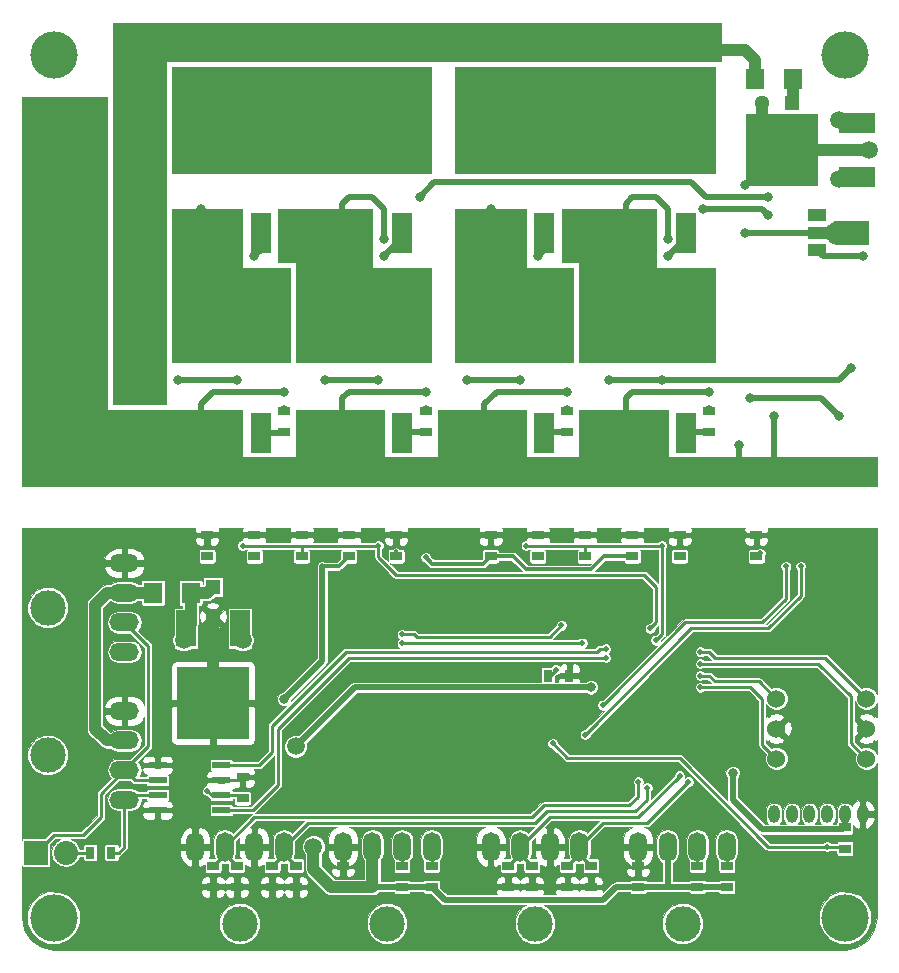
<source format=gbr>
G04 #@! TF.FileFunction,Copper,L2,Bot,Signal*
%FSLAX46Y46*%
G04 Gerber Fmt 4.6, Leading zero omitted, Abs format (unit mm)*
G04 Created by KiCad (PCBNEW 4.0.6) date 04/15/17 20:28:12*
%MOMM*%
%LPD*%
G01*
G04 APERTURE LIST*
%ADD10C,0.100000*%
%ADD11R,1.800000X3.500000*%
%ADD12R,3.000000X3.500000*%
%ADD13R,10.000000X8.000000*%
%ADD14O,1.500000X2.500000*%
%ADD15C,3.000000*%
%ADD16O,2.500000X1.500000*%
%ADD17C,1.700000*%
%ADD18R,1.700000X1.700000*%
%ADD19R,1.550000X0.600000*%
%ADD20R,1.000000X0.800000*%
%ADD21R,3.048000X1.651000*%
%ADD22R,6.096000X6.096000*%
%ADD23C,1.300000*%
%ADD24R,1.300000X1.300000*%
%ADD25R,2.032000X2.032000*%
%ADD26O,2.032000X2.032000*%
%ADD27R,0.800000X1.000000*%
%ADD28O,1.000000X1.524000*%
%ADD29C,1.524000*%
%ADD30R,3.000000X6.500000*%
%ADD31R,6.451600X3.000000*%
%ADD32R,1.651000X3.048000*%
%ADD33R,1.600000X1.800000*%
%ADD34R,1.501140X1.000760*%
%ADD35R,2.999740X1.998980*%
%ADD36R,2.500000X6.500000*%
%ADD37R,2.000000X5.500000*%
%ADD38R,5.500000X2.000000*%
%ADD39C,4.000000*%
%ADD40C,0.500000*%
%ADD41C,0.800000*%
%ADD42C,1.500000*%
%ADD43C,0.250000*%
%ADD44C,0.500000*%
%ADD45C,1.000000*%
%ADD46C,0.300000*%
%ADD47C,0.026000*%
G04 APERTURE END LIST*
D10*
D11*
X32540000Y-18000000D03*
D12*
X27460000Y-18000000D03*
D13*
X30000000Y-8000000D03*
D14*
X52500000Y-70000000D03*
X55000000Y-70000000D03*
X57500000Y-70000000D03*
X60000000Y-70000000D03*
D15*
X56250000Y-76500000D03*
D14*
X15000000Y-70000000D03*
X17500000Y-70000000D03*
X20000000Y-70000000D03*
X22500000Y-70000000D03*
D15*
X18750000Y-76500000D03*
D16*
X9000000Y-58500000D03*
X9000000Y-61000000D03*
X9000000Y-63500000D03*
X9000000Y-66000000D03*
D15*
X2500000Y-62250000D03*
D17*
X4000000Y-31500000D03*
D18*
X9000000Y-31500000D03*
D19*
X17200000Y-63095000D03*
X17200000Y-64365000D03*
X17200000Y-65635000D03*
X17200000Y-66905000D03*
X11800000Y-66905000D03*
X11800000Y-65635000D03*
X11800000Y-64365000D03*
X11800000Y-63095000D03*
D20*
X20000000Y-45400000D03*
X20000000Y-43600000D03*
D21*
X71000000Y-8714000D03*
D22*
X64650000Y-11000000D03*
D21*
X71000000Y-13286000D03*
D23*
X16500000Y-50500000D03*
D24*
X16500000Y-48000000D03*
D25*
X1500000Y-70500000D03*
D26*
X4040000Y-70500000D03*
D20*
X28000000Y-43600000D03*
X28000000Y-45400000D03*
X52000000Y-43600000D03*
X52000000Y-45400000D03*
X40000000Y-43600000D03*
X40000000Y-45400000D03*
X70000000Y-68350000D03*
X70000000Y-70150000D03*
D27*
X46650000Y-55500000D03*
X44850000Y-55500000D03*
D20*
X32000000Y-45400000D03*
X32000000Y-43600000D03*
X56000000Y-45400000D03*
X56000000Y-43600000D03*
X44000000Y-45400000D03*
X44000000Y-43600000D03*
D27*
X7900000Y-70500000D03*
X6100000Y-70500000D03*
D20*
X34500000Y-33100000D03*
X34500000Y-34900000D03*
X22500000Y-33100000D03*
X22500000Y-34900000D03*
X58500000Y-33100000D03*
X58500000Y-34900000D03*
X46500000Y-33100000D03*
X46500000Y-34900000D03*
X19000000Y-64100000D03*
X19000000Y-65900000D03*
X48000000Y-43600000D03*
X48000000Y-45400000D03*
X32500000Y-73400000D03*
X32500000Y-71600000D03*
X35000000Y-73400000D03*
X35000000Y-71600000D03*
X57500000Y-73400000D03*
X57500000Y-71600000D03*
X60000000Y-73400000D03*
X60000000Y-71600000D03*
X16000000Y-43600000D03*
X16000000Y-45400000D03*
X24000000Y-43600000D03*
X24000000Y-45400000D03*
D28*
X71500000Y-67250000D03*
X70000000Y-67250000D03*
X68500000Y-67250000D03*
X67000000Y-67250000D03*
X65500000Y-67250000D03*
X64000000Y-67250000D03*
D29*
X71810000Y-62540000D03*
X71810000Y-60000000D03*
X71810000Y-57460000D03*
X64190000Y-57460000D03*
X64190000Y-60000000D03*
X64190000Y-62540000D03*
D16*
X9000000Y-46000000D03*
X9000000Y-48500000D03*
X9000000Y-51000000D03*
X9000000Y-53500000D03*
D15*
X2500000Y-49750000D03*
D30*
X9800000Y-12000000D03*
D31*
X4100000Y-12400000D03*
D32*
X14214000Y-51500000D03*
D22*
X16500000Y-57850000D03*
D32*
X18786000Y-51500000D03*
D11*
X20540000Y-35000000D03*
D12*
X15460000Y-35000000D03*
D13*
X18000000Y-25000000D03*
D11*
X32540000Y-35000000D03*
D12*
X27460000Y-35000000D03*
D13*
X30000000Y-25000000D03*
D11*
X44540000Y-18000000D03*
D12*
X39460000Y-18000000D03*
D13*
X42000000Y-8000000D03*
D11*
X44540000Y-35000000D03*
D12*
X39460000Y-35000000D03*
D13*
X42000000Y-25000000D03*
D11*
X56540000Y-35000000D03*
D12*
X51460000Y-35000000D03*
D13*
X54000000Y-25000000D03*
D11*
X56540000Y-18000000D03*
D12*
X51460000Y-18000000D03*
D13*
X54000000Y-8000000D03*
D14*
X27500000Y-70000000D03*
X30000000Y-70000000D03*
X32500000Y-70000000D03*
X35000000Y-70000000D03*
D15*
X31250000Y-76500000D03*
D23*
X63000000Y-7000000D03*
D24*
X65500000Y-7000000D03*
D33*
X11400000Y-48500000D03*
X14600000Y-48500000D03*
X62400000Y-5000000D03*
X65600000Y-5000000D03*
D20*
X62500000Y-43600000D03*
X62500000Y-45400000D03*
D14*
X40000000Y-70000000D03*
X42500000Y-70000000D03*
X45000000Y-70000000D03*
X47500000Y-70000000D03*
D15*
X43750000Y-76500000D03*
D34*
X67648340Y-19501140D03*
X67648340Y-18000000D03*
X67648340Y-16498860D03*
D35*
X70599820Y-18000000D03*
D10*
G36*
X68376050Y-17499620D02*
X69125350Y-16999240D01*
X69125350Y-19000760D01*
X68376050Y-18500380D01*
X68376050Y-17499620D01*
X68376050Y-17499620D01*
G37*
D20*
X18500000Y-71600000D03*
X18500000Y-73400000D03*
X23500000Y-71600000D03*
X23500000Y-73400000D03*
X43500000Y-71600000D03*
X43500000Y-73400000D03*
X48500000Y-71600000D03*
X48500000Y-73400000D03*
X27500000Y-71600000D03*
X27500000Y-73400000D03*
X52500000Y-71600000D03*
X52500000Y-73400000D03*
X16500000Y-73400000D03*
X16500000Y-71600000D03*
X21500000Y-73400000D03*
X21500000Y-71600000D03*
X41500000Y-73400000D03*
X41500000Y-71600000D03*
X46500000Y-73400000D03*
X46500000Y-71600000D03*
D36*
X11300000Y-20500000D03*
D31*
X4100000Y-21400000D03*
D33*
X9100000Y-10000000D03*
X5900000Y-10000000D03*
X9100000Y-7500000D03*
X5900000Y-7500000D03*
D11*
X20540000Y-18000000D03*
D12*
X15460000Y-18000000D03*
D13*
X18000000Y-8000000D03*
D37*
X41700000Y-19000000D03*
D38*
X48900000Y-18100000D03*
D37*
X17700000Y-19000000D03*
D38*
X24900000Y-18100000D03*
D39*
X70000000Y-76000000D03*
X3000000Y-76000000D03*
X70000000Y-3000000D03*
X3000000Y-3000000D03*
D40*
X71500000Y-43500000D03*
X61500000Y-43500000D03*
X14750000Y-45000000D03*
X53750000Y-45250000D03*
X51750000Y-51750000D03*
X12500000Y-43500000D03*
X24000000Y-43600000D03*
X60000000Y-43500000D03*
X48000000Y-43600000D03*
X36000000Y-43600000D03*
X19500000Y-64000000D03*
X53500000Y-43600000D03*
X41500000Y-43600000D03*
X29500000Y-43600000D03*
X17500000Y-43600000D03*
X49250000Y-57250000D03*
X49250000Y-55750000D03*
X47750000Y-57250000D03*
X47750000Y-55750000D03*
X45250000Y-61250000D03*
X68500000Y-70000000D03*
D41*
X60500000Y-63750000D03*
X22500000Y-57500000D03*
D40*
X62825000Y-45150000D03*
X52000000Y-45400000D03*
X34500000Y-45500000D03*
X25750000Y-46250000D03*
X40000000Y-45400000D03*
D42*
X23500000Y-61500000D03*
D40*
X16000000Y-65250000D03*
X43479542Y-56500000D03*
D41*
X48500000Y-56500000D03*
D40*
X16000000Y-45400000D03*
X28000000Y-45400000D03*
D42*
X72000000Y-11000000D03*
D41*
X71500000Y-20000000D03*
D42*
X71500000Y-38000000D03*
D41*
X61500000Y-14000000D03*
X58500000Y-31500000D03*
X46500000Y-31500000D03*
X34500000Y-31500000D03*
X22500000Y-31500000D03*
X61000000Y-36000000D03*
X64000000Y-33500000D03*
D42*
X16000000Y-27500000D03*
X17500000Y-26000000D03*
X17500000Y-24500000D03*
X17500000Y-23000000D03*
X14500000Y-18500000D03*
X14500000Y-17000000D03*
X16000000Y-17000000D03*
X16000000Y-18500000D03*
X16000000Y-20000000D03*
X14500000Y-20000000D03*
X14500000Y-21500000D03*
X16000000Y-21500000D03*
X16000000Y-23000000D03*
X14500000Y-23000000D03*
X14500000Y-24500000D03*
X16000000Y-24500000D03*
X16000000Y-26000000D03*
X14500000Y-26000000D03*
X14500000Y-27500000D03*
D41*
X15500000Y-16000000D03*
D42*
X41500000Y-23000000D03*
X41500000Y-24500000D03*
X41500000Y-26000000D03*
X40000000Y-17000000D03*
X40000000Y-18500000D03*
X38500000Y-18500000D03*
X38500000Y-20000000D03*
X40000000Y-20000000D03*
X40000000Y-21500000D03*
X38500000Y-21500000D03*
X38500000Y-23000000D03*
X40000000Y-23000000D03*
X40000000Y-24500000D03*
X38500000Y-24500000D03*
X38500000Y-26000000D03*
X40000000Y-26000000D03*
X40000000Y-27500000D03*
X38500000Y-27500000D03*
D41*
X40000000Y-16000000D03*
D42*
X9000000Y-17500000D03*
X9000000Y-19000000D03*
X9000000Y-20500000D03*
X9000000Y-22000000D03*
X9000000Y-23500000D03*
X10500000Y-25000000D03*
X9000000Y-25000000D03*
X9000000Y-16000000D03*
X10500000Y-16000000D03*
X9000000Y-7000000D03*
X10500000Y-7000000D03*
X10500000Y-8500000D03*
X9000000Y-8500000D03*
X33000000Y-2500000D03*
X31500000Y-2500000D03*
X9000000Y-5500000D03*
X10500000Y-5500000D03*
X10500000Y-4000000D03*
X9000000Y-4000000D03*
X9000000Y-2500000D03*
X10500000Y-2500000D03*
X12000000Y-2500000D03*
X13500000Y-2500000D03*
X15000000Y-2500000D03*
X16500000Y-2500000D03*
X18000000Y-2500000D03*
X19500000Y-2500000D03*
X21000000Y-2500000D03*
X22500000Y-2500000D03*
X24000000Y-2500000D03*
X25500000Y-2500000D03*
X27000000Y-2500000D03*
X30000000Y-2500000D03*
X28500000Y-2500000D03*
X46500000Y-2500000D03*
X48000000Y-2500000D03*
X49500000Y-2500000D03*
X51000000Y-2500000D03*
X34500000Y-2500000D03*
X36000000Y-2500000D03*
X37500000Y-2500000D03*
X39000000Y-2500000D03*
X40500000Y-2500000D03*
X42000000Y-2500000D03*
X43500000Y-2500000D03*
X45000000Y-2500000D03*
X40500000Y-1000000D03*
X42000000Y-1000000D03*
X43500000Y-1000000D03*
X45000000Y-1000000D03*
X46500000Y-1000000D03*
X48000000Y-1000000D03*
X49500000Y-1000000D03*
X51000000Y-1000000D03*
X52500000Y-1000000D03*
X54000000Y-1000000D03*
X55500000Y-1000000D03*
X57000000Y-1000000D03*
X10500000Y-1000000D03*
X12000000Y-1000000D03*
X13500000Y-1000000D03*
X15000000Y-1000000D03*
X16500000Y-1000000D03*
X18000000Y-1000000D03*
X9000000Y-1000000D03*
X39000000Y-1000000D03*
X37500000Y-1000000D03*
X36000000Y-1000000D03*
X34500000Y-1000000D03*
X33000000Y-1000000D03*
X31500000Y-1000000D03*
X30000000Y-1000000D03*
X28500000Y-1000000D03*
X27000000Y-1000000D03*
X25500000Y-1000000D03*
X24000000Y-1000000D03*
X22500000Y-1000000D03*
X21000000Y-1000000D03*
X19500000Y-1000000D03*
X58500000Y-2500000D03*
X58500000Y-1000000D03*
X57000000Y-2500000D03*
X55500000Y-2500000D03*
X54000000Y-2500000D03*
X52500000Y-2500000D03*
X28000000Y-20000000D03*
X26500000Y-20000000D03*
X25000000Y-20000000D03*
X28000000Y-18500000D03*
X28000000Y-17000000D03*
X26500000Y-27500000D03*
X25000000Y-27500000D03*
X25000000Y-26000000D03*
X26500000Y-26000000D03*
X28000000Y-26000000D03*
X28000000Y-24500000D03*
X26500000Y-24500000D03*
X25000000Y-24500000D03*
X25000000Y-23000000D03*
X26500000Y-23000000D03*
X28000000Y-23000000D03*
X28000000Y-21500000D03*
X26500000Y-21500000D03*
X25000000Y-21500000D03*
D41*
X31000000Y-18500000D03*
D42*
X52000000Y-18500000D03*
X49000000Y-20000000D03*
X52000000Y-21500000D03*
X52000000Y-20000000D03*
X50500000Y-20000000D03*
X52000000Y-23000000D03*
X52000000Y-24500000D03*
X52000000Y-26000000D03*
X50500000Y-26000000D03*
X50500000Y-24500000D03*
X50500000Y-23000000D03*
X50500000Y-21500000D03*
X49000000Y-21500000D03*
X49000000Y-23000000D03*
X49000000Y-24500000D03*
X49000000Y-26000000D03*
X49000000Y-27500000D03*
X50500000Y-27500000D03*
D41*
X55000000Y-18500000D03*
D40*
X45500000Y-55000000D03*
X32000000Y-45400000D03*
X20000000Y-45400000D03*
X56000000Y-45400000D03*
X44000000Y-45400000D03*
X49750000Y-54000000D03*
X49750000Y-53250000D03*
D41*
X50000000Y-30500000D03*
X38000000Y-30500000D03*
X26000000Y-30500000D03*
D42*
X69500000Y-13500000D03*
D41*
X67648340Y-16498860D03*
X70500000Y-29500000D03*
X54500000Y-30500000D03*
X42500000Y-30500000D03*
X30500000Y-30500000D03*
X18500000Y-30500000D03*
X13500000Y-30500000D03*
X31000000Y-20000000D03*
X20000000Y-20000000D03*
X55000000Y-20000000D03*
X44000000Y-20000000D03*
D40*
X57750000Y-53500000D03*
X57750000Y-55500000D03*
D42*
X14000000Y-52500000D03*
X69500000Y-8500000D03*
X25000000Y-70000000D03*
X19000000Y-52500000D03*
D40*
X32500000Y-52750000D03*
X47750000Y-52750000D03*
X32500000Y-52000000D03*
X46000000Y-51250000D03*
X57750000Y-56500000D03*
X53500000Y-51500000D03*
X30500000Y-44500000D03*
X19000000Y-44500000D03*
X54000000Y-52500000D03*
X43000000Y-44500000D03*
X54500000Y-44500000D03*
D41*
X34500000Y-33000000D03*
X22500000Y-33000000D03*
X58500000Y-33000000D03*
X46500000Y-33000000D03*
X69000000Y-18500000D03*
X61500000Y-18000000D03*
X62000000Y-32000000D03*
X69500000Y-33500000D03*
X34000000Y-15000000D03*
X63500000Y-15000000D03*
D40*
X49500000Y-58000000D03*
X65000000Y-46250000D03*
X48000000Y-60500000D03*
X66250000Y-46250000D03*
D42*
X38000000Y-12000000D03*
X39500000Y-12000000D03*
X41000000Y-12000000D03*
X42500000Y-12000000D03*
X44000000Y-12000000D03*
X45500000Y-12000000D03*
X47000000Y-12000000D03*
X44000000Y-9000000D03*
X42500000Y-9000000D03*
X41000000Y-9000000D03*
X39500000Y-9000000D03*
X38000000Y-9000000D03*
X38000000Y-10500000D03*
X39500000Y-10500000D03*
X41000000Y-10500000D03*
X42500000Y-10500000D03*
X44000000Y-10500000D03*
X45500000Y-10500000D03*
X48500000Y-12000000D03*
X48500000Y-9000000D03*
X48500000Y-10500000D03*
X47000000Y-10500000D03*
X47000000Y-9000000D03*
X45500000Y-9000000D03*
X54500000Y-9000000D03*
X54500000Y-10500000D03*
X54500000Y-12000000D03*
X53000000Y-12000000D03*
X53000000Y-10500000D03*
X53000000Y-9000000D03*
X51500000Y-9000000D03*
X51500000Y-10500000D03*
X51500000Y-12000000D03*
X50000000Y-12000000D03*
X50000000Y-10500000D03*
X50000000Y-9000000D03*
X51500000Y-7500000D03*
X53000000Y-7500000D03*
X54500000Y-7500000D03*
X56000000Y-7500000D03*
X57500000Y-7500000D03*
X57500000Y-9000000D03*
X57500000Y-10500000D03*
X57500000Y-12000000D03*
X56000000Y-12000000D03*
X56000000Y-10500000D03*
X56000000Y-9000000D03*
X38000000Y-7500000D03*
X39500000Y-7500000D03*
X41000000Y-7500000D03*
X42500000Y-7500000D03*
X44000000Y-7500000D03*
X45500000Y-7500000D03*
X47000000Y-7500000D03*
X48500000Y-7500000D03*
X50000000Y-7500000D03*
D41*
X63500000Y-16500000D03*
X58000000Y-16000000D03*
D42*
X14000000Y-7500000D03*
X14000000Y-9000000D03*
X14000000Y-10500000D03*
X14000000Y-12000000D03*
X18500000Y-7500000D03*
X20000000Y-7500000D03*
X21500000Y-7500000D03*
X23000000Y-7500000D03*
X24500000Y-7500000D03*
X26000000Y-7500000D03*
X27500000Y-7500000D03*
X29000000Y-7500000D03*
X30500000Y-7500000D03*
X32000000Y-7500000D03*
X33500000Y-7500000D03*
X29000000Y-9000000D03*
X27500000Y-9000000D03*
X26000000Y-9000000D03*
X24500000Y-9000000D03*
X23000000Y-9000000D03*
X21500000Y-9000000D03*
X20000000Y-9000000D03*
X18500000Y-9000000D03*
X17000000Y-9000000D03*
X15500000Y-9000000D03*
X15500000Y-7500000D03*
X17000000Y-7500000D03*
X21500000Y-10500000D03*
X23000000Y-10500000D03*
X24500000Y-10500000D03*
X26000000Y-10500000D03*
X27500000Y-10500000D03*
X29000000Y-10500000D03*
X30500000Y-10500000D03*
X32000000Y-10500000D03*
X33500000Y-10500000D03*
X33500000Y-9000000D03*
X32000000Y-9000000D03*
X30500000Y-9000000D03*
X17000000Y-12000000D03*
X15500000Y-12000000D03*
X15500000Y-10500000D03*
X17000000Y-10500000D03*
X18500000Y-10500000D03*
X20000000Y-10500000D03*
X33500000Y-12000000D03*
X32000000Y-12000000D03*
X30500000Y-12000000D03*
X29000000Y-12000000D03*
X27500000Y-12000000D03*
X26000000Y-12000000D03*
X24500000Y-12000000D03*
X23000000Y-12000000D03*
X21500000Y-12000000D03*
X20000000Y-12000000D03*
X18500000Y-12000000D03*
D40*
X52500000Y-64500000D03*
X53250000Y-65000000D03*
X56000000Y-64000000D03*
X56750000Y-64500000D03*
X57750000Y-54500000D03*
D43*
X62500000Y-43600000D02*
X62600000Y-43500000D01*
X62600000Y-43500000D02*
X71500000Y-43500000D01*
X61500000Y-43500000D02*
X62500000Y-43500000D01*
X62500000Y-43500000D02*
X62500000Y-43600000D01*
X60000000Y-43500000D02*
X61500000Y-43500000D01*
X14750000Y-43500000D02*
X14750000Y-45000000D01*
X49250000Y-55750000D02*
X51750000Y-53250000D01*
X51750000Y-53250000D02*
X51750000Y-51750000D01*
D44*
X52500000Y-70000000D02*
X52500000Y-71600000D01*
X27500000Y-71600000D02*
X27500000Y-70000000D01*
X20000000Y-73400000D02*
X20000000Y-70000000D01*
X45000000Y-73400000D02*
X45000000Y-70000000D01*
X46500000Y-73400000D02*
X48500000Y-73400000D01*
X43500000Y-73400000D02*
X45000000Y-73400000D01*
X45000000Y-73400000D02*
X46500000Y-73400000D01*
X41500000Y-73400000D02*
X43500000Y-73400000D01*
X40000000Y-70000000D02*
X40000000Y-73000000D01*
X40400000Y-73400000D02*
X41500000Y-73400000D01*
X40000000Y-73000000D02*
X40400000Y-73400000D01*
X21500000Y-73400000D02*
X23500000Y-73400000D01*
X21500000Y-73400000D02*
X20000000Y-73400000D01*
X20000000Y-73400000D02*
X18500000Y-73400000D01*
X16500000Y-73400000D02*
X18500000Y-73400000D01*
X15000000Y-70000000D02*
X15000000Y-73000000D01*
X15400000Y-73400000D02*
X16500000Y-73400000D01*
X15000000Y-73000000D02*
X15400000Y-73400000D01*
D43*
X16000000Y-43600000D02*
X15900000Y-43500000D01*
X15900000Y-43500000D02*
X14750000Y-43500000D01*
X14750000Y-43500000D02*
X12500000Y-43500000D01*
X56000000Y-43600000D02*
X56100000Y-43500000D01*
X56100000Y-43500000D02*
X60000000Y-43500000D01*
X19000000Y-64100000D02*
X19100000Y-64000000D01*
X19100000Y-64000000D02*
X19500000Y-64000000D01*
X46650000Y-55500000D02*
X47500000Y-55500000D01*
X47500000Y-55500000D02*
X47750000Y-55750000D01*
D45*
X16500000Y-50500000D02*
X16500000Y-57850000D01*
D43*
X17200000Y-64365000D02*
X18735000Y-64365000D01*
X18735000Y-64365000D02*
X19000000Y-64100000D01*
X15000000Y-64365000D02*
X15000000Y-66000000D01*
X14095000Y-66905000D02*
X11800000Y-66905000D01*
X15000000Y-66000000D02*
X14095000Y-66905000D01*
X15000000Y-64365000D02*
X13730000Y-63095000D01*
X13730000Y-63095000D02*
X11800000Y-63095000D01*
X15000000Y-64365000D02*
X17200000Y-64365000D01*
D44*
X20000000Y-43600000D02*
X17500000Y-43600000D01*
X17500000Y-43600000D02*
X16000000Y-43600000D01*
X24000000Y-43600000D02*
X20000000Y-43600000D01*
X28000000Y-43600000D02*
X24000000Y-43600000D01*
X32000000Y-43600000D02*
X29500000Y-43600000D01*
X29500000Y-43600000D02*
X28000000Y-43600000D01*
X40000000Y-43600000D02*
X36000000Y-43600000D01*
X36000000Y-43600000D02*
X32000000Y-43600000D01*
X44000000Y-43600000D02*
X41500000Y-43600000D01*
X41500000Y-43600000D02*
X40000000Y-43600000D01*
X48000000Y-43600000D02*
X44000000Y-43600000D01*
X52000000Y-43600000D02*
X48000000Y-43600000D01*
X56000000Y-43600000D02*
X53500000Y-43600000D01*
X53500000Y-43600000D02*
X52000000Y-43600000D01*
D43*
X49250000Y-55750000D02*
X47750000Y-55750000D01*
X49250000Y-57250000D02*
X47750000Y-57250000D01*
X45250000Y-61250000D02*
X46500000Y-62500000D01*
X46500000Y-62500000D02*
X56000000Y-62500000D01*
X56000000Y-62500000D02*
X63500000Y-70000000D01*
X63500000Y-70000000D02*
X68500000Y-70000000D01*
X70000000Y-70150000D02*
X69850000Y-70000000D01*
X69850000Y-70000000D02*
X68500000Y-70000000D01*
D44*
X70000000Y-68350000D02*
X70000000Y-67250000D01*
X60500000Y-66000000D02*
X63000000Y-68500000D01*
X60500000Y-66000000D02*
X60500000Y-63750000D01*
X63000000Y-68500000D02*
X69850000Y-68500000D01*
X69850000Y-68500000D02*
X70000000Y-68350000D01*
X23500000Y-61500000D02*
X28500000Y-56500000D01*
X28500000Y-56500000D02*
X43479542Y-56500000D01*
X25750000Y-46250000D02*
X25750000Y-54250000D01*
X25750000Y-54250000D02*
X22500000Y-57500000D01*
D46*
X62825000Y-45150000D02*
X62575000Y-45400000D01*
X62575000Y-45400000D02*
X62500000Y-45400000D01*
X40000000Y-45400000D02*
X41900000Y-45400000D01*
X49600000Y-45400000D02*
X52000000Y-45400000D01*
X48500000Y-46500000D02*
X49600000Y-45400000D01*
X43000000Y-46500000D02*
X48500000Y-46500000D01*
X41900000Y-45400000D02*
X43000000Y-46500000D01*
X40000000Y-45400000D02*
X39375002Y-46024998D01*
X35024998Y-46024998D02*
X34500000Y-45500000D01*
X39375002Y-46024998D02*
X35024998Y-46024998D01*
X27150000Y-46250000D02*
X28000000Y-45400000D01*
X25750000Y-46250000D02*
X27150000Y-46250000D01*
D43*
X17200000Y-65635000D02*
X16385000Y-65635000D01*
X16385000Y-65635000D02*
X16000000Y-65250000D01*
X43479542Y-56500000D02*
X43500000Y-56500000D01*
D44*
X43500000Y-56500000D02*
X48500000Y-56500000D01*
D43*
X17200000Y-65635000D02*
X18735000Y-65635000D01*
X18735000Y-65635000D02*
X19000000Y-65900000D01*
D45*
X9000000Y-48500000D02*
X11400000Y-48500000D01*
X9000000Y-48500000D02*
X7500000Y-48500000D01*
X7500000Y-61000000D02*
X9000000Y-61000000D01*
X6500000Y-60000000D02*
X7500000Y-61000000D01*
X6500000Y-49500000D02*
X6500000Y-60000000D01*
X7500000Y-48500000D02*
X6500000Y-49500000D01*
X64650000Y-11000000D02*
X72000000Y-11000000D01*
X63000000Y-7000000D02*
X63000000Y-9350000D01*
X63000000Y-9350000D02*
X64650000Y-11000000D01*
D44*
X67648340Y-19501140D02*
X68147200Y-20000000D01*
X68147200Y-20000000D02*
X71500000Y-20000000D01*
X71500000Y-38000000D02*
X71000000Y-38500000D01*
X71000000Y-38500000D02*
X64000000Y-38500000D01*
X61500000Y-14000000D02*
X64500000Y-11000000D01*
X64500000Y-11000000D02*
X64650000Y-11000000D01*
X51460000Y-32040000D02*
X52000000Y-31500000D01*
X52000000Y-31500000D02*
X58500000Y-31500000D01*
X51460000Y-35000000D02*
X51460000Y-32040000D01*
X39460000Y-35000000D02*
X39460000Y-32540000D01*
X40500000Y-31500000D02*
X46500000Y-31500000D01*
X39460000Y-32540000D02*
X40500000Y-31500000D01*
X27460000Y-35000000D02*
X27460000Y-32040000D01*
X28000000Y-31500000D02*
X34500000Y-31500000D01*
X27460000Y-32040000D02*
X28000000Y-31500000D01*
X16500000Y-31500000D02*
X22500000Y-31500000D01*
X15460000Y-32540000D02*
X15460000Y-35000000D01*
X16500000Y-31500000D02*
X15460000Y-32540000D01*
X61000000Y-36000000D02*
X61000000Y-38500000D01*
X64000000Y-33500000D02*
X64000000Y-38500000D01*
X64000000Y-38500000D02*
X61000000Y-38500000D01*
X61000000Y-38500000D02*
X54960000Y-38500000D01*
X54960000Y-38500000D02*
X51460000Y-35000000D01*
D43*
X18000000Y-25000000D02*
X18000000Y-25500000D01*
X18000000Y-25500000D02*
X16000000Y-27500000D01*
X17500000Y-23000000D02*
X17500000Y-24500000D01*
X17500000Y-26000000D02*
X18000000Y-25000000D01*
D45*
X14500000Y-18500000D02*
X14500000Y-17000000D01*
X16000000Y-20000000D02*
X14500000Y-20000000D01*
X14500000Y-21500000D02*
X16000000Y-21500000D01*
X16000000Y-23000000D02*
X14500000Y-23000000D01*
X14500000Y-24500000D02*
X16000000Y-24500000D01*
X16000000Y-26000000D02*
X14500000Y-26000000D01*
X14500000Y-27500000D02*
X18000000Y-25000000D01*
D44*
X15460000Y-18000000D02*
X15460000Y-16040000D01*
X15460000Y-16040000D02*
X15500000Y-16000000D01*
X41500000Y-26000000D02*
X41500000Y-24500000D01*
X41500000Y-23000000D02*
X42000000Y-25000000D01*
X39460000Y-18000000D02*
X39460000Y-17540000D01*
X39460000Y-17540000D02*
X40000000Y-17000000D01*
X40000000Y-18500000D02*
X38500000Y-18500000D01*
X38500000Y-20000000D02*
X40000000Y-20000000D01*
X40000000Y-21500000D02*
X38500000Y-21500000D01*
X38500000Y-23000000D02*
X40000000Y-23000000D01*
X40000000Y-24500000D02*
X38500000Y-24500000D01*
X38500000Y-26000000D02*
X40000000Y-26000000D01*
X40000000Y-27500000D02*
X38500000Y-27500000D01*
X40000000Y-16000000D02*
X39460000Y-16540000D01*
X39460000Y-18000000D02*
X39460000Y-16540000D01*
D43*
X9000000Y-23500000D02*
X9000000Y-25000000D01*
X9000000Y-17500000D02*
X9000000Y-19000000D01*
X9000000Y-20500000D02*
X9000000Y-22000000D01*
X9000000Y-16000000D02*
X10500000Y-16000000D01*
D44*
X9000000Y-7000000D02*
X10500000Y-7000000D01*
X10500000Y-8500000D02*
X9000000Y-8500000D01*
X34500000Y-2500000D02*
X33000000Y-2500000D01*
X30000000Y-2500000D02*
X31500000Y-2500000D01*
D45*
X58500000Y-2500000D02*
X61500000Y-2500000D01*
X62400000Y-3400000D02*
X62400000Y-5000000D01*
X61500000Y-2500000D02*
X62400000Y-3400000D01*
D43*
X9000000Y-10000000D02*
X9000000Y-11500000D01*
X10500000Y-4000000D02*
X10500000Y-5500000D01*
X9000000Y-2500000D02*
X9000000Y-4000000D01*
X12000000Y-2500000D02*
X10500000Y-2500000D01*
X15000000Y-2500000D02*
X13500000Y-2500000D01*
X18000000Y-2500000D02*
X16500000Y-2500000D01*
X21000000Y-2500000D02*
X19500000Y-2500000D01*
X24000000Y-2500000D02*
X22500000Y-2500000D01*
X27000000Y-2500000D02*
X25500000Y-2500000D01*
X30000000Y-2500000D02*
X28500000Y-2500000D01*
X48000000Y-2500000D02*
X46500000Y-2500000D01*
X51000000Y-2500000D02*
X49500000Y-2500000D01*
X36000000Y-2500000D02*
X34500000Y-2500000D01*
X39000000Y-2500000D02*
X37500000Y-2500000D01*
X42000000Y-2500000D02*
X40500000Y-2500000D01*
X45000000Y-2500000D02*
X43500000Y-2500000D01*
X42000000Y-1000000D02*
X43500000Y-1000000D01*
X45000000Y-1000000D02*
X46500000Y-1000000D01*
X48000000Y-1000000D02*
X49500000Y-1000000D01*
X51000000Y-1000000D02*
X52500000Y-1000000D01*
X54000000Y-1000000D02*
X55500000Y-1000000D01*
X18000000Y-1000000D02*
X19500000Y-1000000D01*
X9000000Y-1000000D02*
X10500000Y-1000000D01*
X12000000Y-1000000D02*
X13500000Y-1000000D01*
X15000000Y-1000000D02*
X16500000Y-1000000D01*
X36000000Y-1000000D02*
X37500000Y-1000000D01*
X33000000Y-1000000D02*
X34500000Y-1000000D01*
X30000000Y-1000000D02*
X31500000Y-1000000D01*
X27000000Y-1000000D02*
X28500000Y-1000000D01*
X24000000Y-1000000D02*
X25500000Y-1000000D01*
X21000000Y-1000000D02*
X22500000Y-1000000D01*
X39000000Y-1000000D02*
X40500000Y-1000000D01*
X58500000Y-1000000D02*
X58500000Y-2500000D01*
X57000000Y-2500000D02*
X55500000Y-2500000D01*
X54000000Y-2500000D02*
X52500000Y-2500000D01*
X35000000Y-70000000D02*
X35000000Y-71600000D01*
X32500000Y-70000000D02*
X32500000Y-71600000D01*
X60000000Y-71600000D02*
X60000000Y-70000000D01*
X57500000Y-70000000D02*
X57500000Y-71600000D01*
X9000000Y-66000000D02*
X9000000Y-70000000D01*
X8500000Y-70500000D02*
X7900000Y-70500000D01*
X9000000Y-70000000D02*
X8500000Y-70500000D01*
X11800000Y-65635000D02*
X9365000Y-65635000D01*
X9365000Y-65635000D02*
X9000000Y-66000000D01*
X4040000Y-70500000D02*
X6100000Y-70500000D01*
X1500000Y-70500000D02*
X3000000Y-69000000D01*
X7000000Y-65500000D02*
X9000000Y-63500000D01*
X7000000Y-67500000D02*
X7000000Y-65500000D01*
X5500000Y-69000000D02*
X7000000Y-67500000D01*
X3000000Y-69000000D02*
X5500000Y-69000000D01*
X9000000Y-63500000D02*
X9865000Y-64365000D01*
X9865000Y-64365000D02*
X11800000Y-64365000D01*
X9000000Y-63500000D02*
X11000000Y-61500000D01*
X11000000Y-53000000D02*
X9000000Y-51000000D01*
X11000000Y-61500000D02*
X11000000Y-53000000D01*
D44*
X26500000Y-20000000D02*
X28000000Y-20000000D01*
X25000000Y-21500000D02*
X25000000Y-20000000D01*
X28000000Y-18500000D02*
X28000000Y-17000000D01*
X30000000Y-25000000D02*
X29000000Y-25000000D01*
X29000000Y-25000000D02*
X26500000Y-27500000D01*
X25000000Y-27500000D02*
X25000000Y-26000000D01*
X26500000Y-26000000D02*
X28000000Y-26000000D01*
X28000000Y-24500000D02*
X26500000Y-24500000D01*
X25000000Y-24500000D02*
X25000000Y-23000000D01*
X26500000Y-23000000D02*
X28000000Y-23000000D01*
X28000000Y-21500000D02*
X26500000Y-21500000D01*
X27460000Y-18000000D02*
X27460000Y-15540000D01*
X27460000Y-15540000D02*
X28000000Y-15000000D01*
X28000000Y-15000000D02*
X30000000Y-15000000D01*
X30000000Y-15000000D02*
X31000000Y-16000000D01*
X31000000Y-16000000D02*
X31000000Y-18500000D01*
X27460000Y-15540000D02*
X28000000Y-15000000D01*
X52000000Y-18500000D02*
X51460000Y-18000000D01*
X52000000Y-23000000D02*
X52000000Y-21500000D01*
X50500000Y-20000000D02*
X52000000Y-20000000D01*
X52000000Y-24500000D02*
X52000000Y-26000000D01*
X50500000Y-26000000D02*
X50500000Y-24500000D01*
X50500000Y-23000000D02*
X50500000Y-21500000D01*
X49000000Y-21500000D02*
X49000000Y-23000000D01*
X49000000Y-24500000D02*
X49000000Y-26000000D01*
X49000000Y-27500000D02*
X50500000Y-27500000D01*
X51460000Y-15540000D02*
X52000000Y-15000000D01*
X52000000Y-15000000D02*
X54000000Y-15000000D01*
X54000000Y-15000000D02*
X55000000Y-16000000D01*
X55000000Y-16000000D02*
X55000000Y-18500000D01*
X51460000Y-18000000D02*
X51460000Y-15540000D01*
D43*
X44850000Y-55500000D02*
X45000000Y-55500000D01*
X45000000Y-55500000D02*
X45500000Y-55000000D01*
D46*
X32000000Y-45000000D02*
X32000000Y-45400000D01*
D43*
X49750000Y-54000000D02*
X28000000Y-54000000D01*
X19845000Y-66905000D02*
X17200000Y-66905000D01*
X22000000Y-64750000D02*
X19845000Y-66905000D01*
X22000000Y-60000000D02*
X22000000Y-64750000D01*
X28000000Y-54000000D02*
X22000000Y-60000000D01*
X49750000Y-53250000D02*
X49250000Y-53250000D01*
X49000000Y-53500000D02*
X27750000Y-53500000D01*
X49250000Y-53250000D02*
X49000000Y-53500000D01*
X17200000Y-63095000D02*
X20405000Y-63095000D01*
X21500000Y-59750000D02*
X27750000Y-53500000D01*
X21500000Y-62000000D02*
X21500000Y-59750000D01*
X20405000Y-63095000D02*
X21500000Y-62000000D01*
D44*
X54500000Y-30500000D02*
X50000000Y-30500000D01*
X42500000Y-30500000D02*
X38000000Y-30500000D01*
X30500000Y-30500000D02*
X26000000Y-30500000D01*
X71000000Y-13286000D02*
X70786000Y-13500000D01*
X70786000Y-13500000D02*
X69500000Y-13500000D01*
X54500000Y-30500000D02*
X69500000Y-30500000D01*
X69500000Y-30500000D02*
X70500000Y-29500000D01*
X13500000Y-30500000D02*
X18500000Y-30500000D01*
X31000000Y-20000000D02*
X32540000Y-18460000D01*
X32540000Y-18000000D02*
X32540000Y-18460000D01*
X32540000Y-35000000D02*
X32640000Y-34900000D01*
X32640000Y-34900000D02*
X34500000Y-34900000D01*
X20000000Y-20000000D02*
X20540000Y-19460000D01*
X20540000Y-18000000D02*
X20540000Y-19460000D01*
X20540000Y-18960000D02*
X20540000Y-18000000D01*
X20540000Y-18000000D02*
X20540000Y-18960000D01*
X20540000Y-18000000D02*
X20540000Y-18440000D01*
X20540000Y-19540000D02*
X20540000Y-18000000D01*
X22500000Y-34900000D02*
X22400000Y-35000000D01*
X22400000Y-35000000D02*
X20540000Y-35000000D01*
X55000000Y-20000000D02*
X56540000Y-18460000D01*
X56540000Y-18000000D02*
X56540000Y-18460000D01*
X56540000Y-18960000D02*
X56540000Y-18000000D01*
X56540000Y-35000000D02*
X56640000Y-34900000D01*
X56640000Y-34900000D02*
X58500000Y-34900000D01*
X44000000Y-20000000D02*
X44540000Y-19460000D01*
X44540000Y-18000000D02*
X44540000Y-19460000D01*
X44540000Y-35000000D02*
X44640000Y-34900000D01*
X44640000Y-34900000D02*
X46500000Y-34900000D01*
D43*
X57750000Y-53500000D02*
X58500000Y-53500000D01*
X68350000Y-54000000D02*
X71810000Y-57460000D01*
X59000000Y-54000000D02*
X68350000Y-54000000D01*
X58500000Y-53500000D02*
X59000000Y-54000000D01*
X57750000Y-55500000D02*
X58500000Y-55500000D01*
X62730000Y-56000000D02*
X64190000Y-57460000D01*
X59000000Y-56000000D02*
X62730000Y-56000000D01*
X58500000Y-55500000D02*
X59000000Y-56000000D01*
D45*
X14000000Y-52500000D02*
X14214000Y-52286000D01*
X14214000Y-52286000D02*
X14214000Y-51500000D01*
X14600000Y-48500000D02*
X14600000Y-51114000D01*
X14600000Y-51114000D02*
X14214000Y-51500000D01*
X14600000Y-48500000D02*
X16000000Y-48500000D01*
X16000000Y-48500000D02*
X16500000Y-48000000D01*
X65600000Y-5000000D02*
X65600000Y-6900000D01*
X65600000Y-6900000D02*
X65500000Y-7000000D01*
D44*
X71000000Y-8714000D02*
X70786000Y-8500000D01*
X70786000Y-8500000D02*
X69500000Y-8500000D01*
D45*
X27500000Y-73400000D02*
X30000000Y-73400000D01*
X27500000Y-73400000D02*
X26500000Y-73400000D01*
X25000000Y-70000000D02*
X25000000Y-71900000D01*
X25000000Y-71900000D02*
X26500000Y-73400000D01*
D44*
X52500000Y-73400000D02*
X50600000Y-73400000D01*
X36100000Y-74500000D02*
X35000000Y-73400000D01*
X49500000Y-74500000D02*
X36100000Y-74500000D01*
X50600000Y-73400000D02*
X49500000Y-74500000D01*
X55000000Y-73400000D02*
X52500000Y-73400000D01*
D45*
X19000000Y-52500000D02*
X18786000Y-52286000D01*
X18786000Y-52286000D02*
X18786000Y-51500000D01*
X30000000Y-70000000D02*
X30000000Y-73400000D01*
D44*
X30000000Y-73400000D02*
X32500000Y-73400000D01*
X55000000Y-73400000D02*
X55000000Y-70000000D01*
X32500000Y-73400000D02*
X35000000Y-73400000D01*
X60000000Y-73400000D02*
X57500000Y-73400000D01*
X57500000Y-73400000D02*
X55000000Y-73400000D01*
D43*
X32500000Y-52750000D02*
X47750000Y-52750000D01*
X33500000Y-52000000D02*
X32500000Y-52000000D01*
X46000000Y-51250000D02*
X45000000Y-52250000D01*
X45000000Y-52250000D02*
X33750000Y-52250000D01*
X33750000Y-52250000D02*
X33500000Y-52000000D01*
X57750000Y-56500000D02*
X62000000Y-56500000D01*
X63000000Y-61350000D02*
X64190000Y-62540000D01*
X63000000Y-57500000D02*
X63000000Y-61350000D01*
X62000000Y-56500000D02*
X63000000Y-57500000D01*
X64190000Y-62540000D02*
X63790000Y-62540000D01*
X53500000Y-51500000D02*
X54000000Y-51000000D01*
X32000000Y-47000000D02*
X30500000Y-45500000D01*
X53000000Y-47000000D02*
X32000000Y-47000000D01*
X54000000Y-48000000D02*
X53000000Y-47000000D01*
X54000000Y-51000000D02*
X54000000Y-48000000D01*
X30500000Y-44500000D02*
X30500000Y-45500000D01*
X24000000Y-45400000D02*
X24000000Y-44500000D01*
X30500000Y-44500000D02*
X24000000Y-44500000D01*
X24000000Y-44500000D02*
X19000000Y-44500000D01*
X54500000Y-52000000D02*
X54000000Y-52500000D01*
X54500000Y-44500000D02*
X54500000Y-52000000D01*
X48000000Y-44500000D02*
X48000000Y-45400000D01*
X43000000Y-44500000D02*
X48000000Y-44500000D01*
X48000000Y-44500000D02*
X54500000Y-44500000D01*
D44*
X34500000Y-33000000D02*
X34500000Y-33100000D01*
X22500000Y-33000000D02*
X22500000Y-33100000D01*
X58500000Y-33000000D02*
X58500000Y-33100000D01*
X46500000Y-33000000D02*
X46500000Y-33100000D01*
X69000000Y-18500000D02*
X70099820Y-18500000D01*
X70099820Y-18500000D02*
X70599820Y-18000000D01*
X68750700Y-18000000D02*
X70599820Y-18000000D01*
X67648340Y-18000000D02*
X68750700Y-18000000D01*
X67648340Y-18000000D02*
X61500000Y-18000000D01*
X67648340Y-18000000D02*
X67000000Y-18000000D01*
X62000000Y-32000000D02*
X68000000Y-32000000D01*
X68000000Y-32000000D02*
X69500000Y-33500000D01*
X35250000Y-13750000D02*
X57000000Y-13750000D01*
X34000000Y-15000000D02*
X35250000Y-13750000D01*
X57000000Y-13750000D02*
X58250000Y-15000000D01*
X58250000Y-15000000D02*
X63500000Y-15000000D01*
D43*
X49500000Y-58000000D02*
X50000000Y-57500000D01*
X50000000Y-57500000D02*
X56500000Y-51000000D01*
X65000000Y-46250000D02*
X65000000Y-49000000D01*
X63000000Y-51000000D02*
X56500000Y-51000000D01*
X65000000Y-49000000D02*
X63000000Y-51000000D01*
X48000000Y-60500000D02*
X57000000Y-51500000D01*
X63500000Y-51500000D02*
X57000000Y-51500000D01*
X66250000Y-48750000D02*
X63500000Y-51500000D01*
X66250000Y-46250000D02*
X66250000Y-48750000D01*
D44*
X38000000Y-12000000D02*
X39500000Y-12000000D01*
X41000000Y-12000000D02*
X42500000Y-12000000D01*
X44000000Y-12000000D02*
X45500000Y-12000000D01*
X47000000Y-12000000D02*
X42000000Y-8000000D01*
X42000000Y-8000000D02*
X43000000Y-8000000D01*
X43000000Y-8000000D02*
X44000000Y-9000000D01*
X42500000Y-9000000D02*
X41000000Y-9000000D01*
X39500000Y-9000000D02*
X38000000Y-9000000D01*
X38000000Y-10500000D02*
X39500000Y-10500000D01*
X41000000Y-10500000D02*
X42500000Y-10500000D01*
X44000000Y-10500000D02*
X45500000Y-10500000D01*
X54000000Y-8000000D02*
X52500000Y-8000000D01*
X52500000Y-8000000D02*
X48500000Y-12000000D01*
X48500000Y-9000000D02*
X48500000Y-10500000D01*
X47000000Y-10500000D02*
X47000000Y-9000000D01*
X45500000Y-9000000D02*
X42000000Y-8000000D01*
X54500000Y-9000000D02*
X54500000Y-10500000D01*
X54500000Y-12000000D02*
X53000000Y-12000000D01*
X53000000Y-10500000D02*
X53000000Y-9000000D01*
X51500000Y-9000000D02*
X51500000Y-10500000D01*
X51500000Y-12000000D02*
X50000000Y-12000000D01*
X50000000Y-10500000D02*
X50000000Y-9000000D01*
X54000000Y-8000000D02*
X52000000Y-8000000D01*
X52000000Y-8000000D02*
X51500000Y-7500000D01*
X53000000Y-7500000D02*
X54500000Y-7500000D01*
X56000000Y-7500000D02*
X57500000Y-7500000D01*
X57500000Y-9000000D02*
X57500000Y-10500000D01*
X57500000Y-12000000D02*
X56000000Y-12000000D01*
X56000000Y-10500000D02*
X56000000Y-9000000D01*
X38000000Y-7500000D02*
X39500000Y-7500000D01*
X41000000Y-7500000D02*
X42500000Y-7500000D01*
X44000000Y-7500000D02*
X45500000Y-7500000D01*
X47000000Y-7500000D02*
X48500000Y-7500000D01*
X50000000Y-7500000D02*
X54000000Y-8000000D01*
D43*
X53500000Y-8000000D02*
X52000000Y-8000000D01*
X44500000Y-8000000D02*
X43000000Y-8000000D01*
X43000000Y-9500000D02*
X44500000Y-9500000D01*
X52000000Y-9500000D02*
X53500000Y-9500000D01*
D44*
X63500000Y-16500000D02*
X63000000Y-16000000D01*
X58000000Y-16000000D02*
X63000000Y-16000000D01*
X18000000Y-8000000D02*
X14500000Y-8000000D01*
X14500000Y-8000000D02*
X14000000Y-7500000D01*
X14000000Y-9000000D02*
X14000000Y-10500000D01*
X14000000Y-12000000D02*
X18000000Y-8000000D01*
X18500000Y-7500000D02*
X20000000Y-7500000D01*
X21500000Y-7500000D02*
X23000000Y-7500000D01*
X24500000Y-7500000D02*
X26000000Y-7500000D01*
X27500000Y-7500000D02*
X29000000Y-7500000D01*
X30500000Y-7500000D02*
X32000000Y-7500000D01*
X33500000Y-7500000D02*
X30000000Y-8000000D01*
X29000000Y-9000000D02*
X27500000Y-9000000D01*
X26000000Y-9000000D02*
X24500000Y-9000000D01*
X23000000Y-9000000D02*
X21500000Y-9000000D01*
X20000000Y-9000000D02*
X18500000Y-9000000D01*
X17000000Y-9000000D02*
X15500000Y-9000000D01*
X15500000Y-7500000D02*
X17000000Y-7500000D01*
X21500000Y-10500000D02*
X23000000Y-10500000D01*
X24500000Y-10500000D02*
X26000000Y-10500000D01*
X27500000Y-10500000D02*
X29000000Y-10500000D01*
X30500000Y-10500000D02*
X32000000Y-10500000D01*
X33500000Y-10500000D02*
X33500000Y-9000000D01*
X32000000Y-9000000D02*
X30500000Y-9000000D01*
X17000000Y-12000000D02*
X15500000Y-12000000D01*
X15500000Y-10500000D02*
X17000000Y-10500000D01*
X18500000Y-10500000D02*
X20000000Y-10500000D01*
X30000000Y-8000000D02*
X30000000Y-8500000D01*
X30000000Y-8500000D02*
X33500000Y-12000000D01*
X32000000Y-12000000D02*
X30500000Y-12000000D01*
X29000000Y-12000000D02*
X27500000Y-12000000D01*
X26000000Y-12000000D02*
X24500000Y-12000000D01*
X23000000Y-12000000D02*
X21500000Y-12000000D01*
X20000000Y-12000000D02*
X18500000Y-12000000D01*
D43*
X18000000Y-8000000D02*
X18000000Y-9000000D01*
X18000000Y-9000000D02*
X17500000Y-9500000D01*
X19000000Y-9500000D02*
X20500000Y-9500000D01*
X18500000Y-71600000D02*
X17500000Y-70600000D01*
X17500000Y-70600000D02*
X17500000Y-70000000D01*
X16500000Y-71600000D02*
X17500000Y-70600000D01*
X17500000Y-70600000D02*
X17500000Y-70000000D01*
X44500000Y-66500000D02*
X51750000Y-66500000D01*
X52500000Y-65750000D02*
X52500000Y-64500000D01*
X51750000Y-66500000D02*
X52500000Y-65750000D01*
X20000000Y-67500000D02*
X43500000Y-67500000D01*
X17500000Y-70000000D02*
X20000000Y-67500000D01*
X43500000Y-67500000D02*
X44500000Y-66500000D01*
X23500000Y-71600000D02*
X22500000Y-70600000D01*
X22500000Y-70600000D02*
X22500000Y-70000000D01*
X21500000Y-71600000D02*
X22500000Y-70600000D01*
X22500000Y-70600000D02*
X22500000Y-70000000D01*
X52250000Y-67000000D02*
X44750000Y-67000000D01*
X53250000Y-66000000D02*
X52250000Y-67000000D01*
X53250000Y-65000000D02*
X53250000Y-66000000D01*
X24500000Y-68000000D02*
X43750000Y-68000000D01*
X43750000Y-68000000D02*
X44750000Y-67000000D01*
X22500000Y-70000000D02*
X24500000Y-68000000D01*
X42500000Y-70000000D02*
X42500000Y-70600000D01*
X42500000Y-70600000D02*
X43500000Y-71600000D01*
X41500000Y-71600000D02*
X42500000Y-70600000D01*
X42500000Y-70000000D02*
X45000000Y-67500000D01*
X52500000Y-67500000D02*
X56000000Y-64000000D01*
X45000000Y-67500000D02*
X52500000Y-67500000D01*
X48500000Y-71600000D02*
X47500000Y-70600000D01*
X47500000Y-70600000D02*
X47500000Y-70000000D01*
X46500000Y-71600000D02*
X47500000Y-70600000D01*
X47500000Y-70600000D02*
X47500000Y-70000000D01*
X53250000Y-68000000D02*
X49500000Y-68000000D01*
X56750000Y-64500000D02*
X53250000Y-68000000D01*
X47500000Y-70000000D02*
X49500000Y-68000000D01*
X71810000Y-62540000D02*
X70500000Y-61230000D01*
X67750000Y-54500000D02*
X57750000Y-54500000D01*
X70500000Y-57250000D02*
X67750000Y-54500000D01*
X70500000Y-61230000D02*
X70500000Y-57250000D01*
D47*
G36*
X14979000Y-43096367D02*
X14979000Y-43269750D01*
X15109250Y-43400000D01*
X15759000Y-43400000D01*
X15759000Y-43339000D01*
X16241000Y-43339000D01*
X16241000Y-43400000D01*
X16890750Y-43400000D01*
X17021000Y-43269750D01*
X17021000Y-43096367D01*
X16986468Y-43013000D01*
X19013532Y-43013000D01*
X18979000Y-43096367D01*
X18979000Y-43269750D01*
X19109250Y-43400000D01*
X19759000Y-43400000D01*
X19759000Y-43339000D01*
X20241000Y-43339000D01*
X20241000Y-43400000D01*
X20890750Y-43400000D01*
X21021000Y-43269750D01*
X21021000Y-43096367D01*
X20986468Y-43013000D01*
X23013532Y-43013000D01*
X22979000Y-43096367D01*
X22979000Y-43269750D01*
X23109250Y-43400000D01*
X23759000Y-43400000D01*
X23759000Y-43339000D01*
X24241000Y-43339000D01*
X24241000Y-43400000D01*
X24890750Y-43400000D01*
X25021000Y-43269750D01*
X25021000Y-43096367D01*
X24986468Y-43013000D01*
X27013532Y-43013000D01*
X26979000Y-43096367D01*
X26979000Y-43269750D01*
X27109250Y-43400000D01*
X27759000Y-43400000D01*
X27759000Y-43339000D01*
X28241000Y-43339000D01*
X28241000Y-43400000D01*
X28890750Y-43400000D01*
X29021000Y-43269750D01*
X29021000Y-43096367D01*
X28986468Y-43013000D01*
X31013532Y-43013000D01*
X30979000Y-43096367D01*
X30979000Y-43269750D01*
X31109250Y-43400000D01*
X31759000Y-43400000D01*
X31759000Y-43339000D01*
X32241000Y-43339000D01*
X32241000Y-43400000D01*
X32890750Y-43400000D01*
X33021000Y-43269750D01*
X33021000Y-43096367D01*
X32986468Y-43013000D01*
X39013532Y-43013000D01*
X38979000Y-43096367D01*
X38979000Y-43269750D01*
X39109250Y-43400000D01*
X39759000Y-43400000D01*
X39759000Y-43339000D01*
X40241000Y-43339000D01*
X40241000Y-43400000D01*
X40890750Y-43400000D01*
X41021000Y-43269750D01*
X41021000Y-43096367D01*
X40986468Y-43013000D01*
X43013532Y-43013000D01*
X42979000Y-43096367D01*
X42979000Y-43269750D01*
X43109250Y-43400000D01*
X43759000Y-43400000D01*
X43759000Y-43339000D01*
X44241000Y-43339000D01*
X44241000Y-43400000D01*
X44890750Y-43400000D01*
X45021000Y-43269750D01*
X45021000Y-43096367D01*
X44986468Y-43013000D01*
X47013532Y-43013000D01*
X46979000Y-43096367D01*
X46979000Y-43269750D01*
X47109250Y-43400000D01*
X47759000Y-43400000D01*
X47759000Y-43339000D01*
X48241000Y-43339000D01*
X48241000Y-43400000D01*
X48890750Y-43400000D01*
X49021000Y-43269750D01*
X49021000Y-43096367D01*
X48986468Y-43013000D01*
X51013532Y-43013000D01*
X50979000Y-43096367D01*
X50979000Y-43269750D01*
X51109250Y-43400000D01*
X51759000Y-43400000D01*
X51759000Y-43339000D01*
X52241000Y-43339000D01*
X52241000Y-43400000D01*
X52890750Y-43400000D01*
X53021000Y-43269750D01*
X53021000Y-43096367D01*
X52986468Y-43013000D01*
X55013532Y-43013000D01*
X54979000Y-43096367D01*
X54979000Y-43269750D01*
X55109250Y-43400000D01*
X55759000Y-43400000D01*
X55759000Y-43339000D01*
X56241000Y-43339000D01*
X56241000Y-43400000D01*
X56890750Y-43400000D01*
X57021000Y-43269750D01*
X57021000Y-43096367D01*
X56986468Y-43013000D01*
X61513532Y-43013000D01*
X61479000Y-43096367D01*
X61479000Y-43269750D01*
X61609250Y-43400000D01*
X62259000Y-43400000D01*
X62259000Y-43339000D01*
X62741000Y-43339000D01*
X62741000Y-43400000D01*
X63390750Y-43400000D01*
X63521000Y-43269750D01*
X63521000Y-43096367D01*
X63486468Y-43013000D01*
X72712000Y-43013000D01*
X72712000Y-57089830D01*
X72637046Y-56908429D01*
X72363014Y-56633918D01*
X72004790Y-56485170D01*
X71616911Y-56484831D01*
X71401742Y-56573738D01*
X68589002Y-53760998D01*
X68479347Y-53687729D01*
X68350000Y-53662000D01*
X59140004Y-53662000D01*
X58739002Y-53260998D01*
X58629347Y-53187729D01*
X58500000Y-53162000D01*
X58066800Y-53162000D01*
X58012611Y-53107716D01*
X57842500Y-53037080D01*
X57658308Y-53036920D01*
X57488074Y-53107259D01*
X57357716Y-53237389D01*
X57287080Y-53407500D01*
X57286920Y-53591692D01*
X57357259Y-53761926D01*
X57487389Y-53892284D01*
X57657500Y-53962920D01*
X57841692Y-53963080D01*
X58011926Y-53892741D01*
X58066763Y-53838000D01*
X58359996Y-53838000D01*
X58683996Y-54162000D01*
X58066800Y-54162000D01*
X58012611Y-54107716D01*
X57842500Y-54037080D01*
X57658308Y-54036920D01*
X57488074Y-54107259D01*
X57357716Y-54237389D01*
X57287080Y-54407500D01*
X57286920Y-54591692D01*
X57357259Y-54761926D01*
X57487389Y-54892284D01*
X57657500Y-54962920D01*
X57841692Y-54963080D01*
X58011926Y-54892741D01*
X58066763Y-54838000D01*
X67609996Y-54838000D01*
X70162000Y-57390004D01*
X70162000Y-61230000D01*
X70187729Y-61359347D01*
X70260998Y-61469002D01*
X70923789Y-62131793D01*
X70835170Y-62345210D01*
X70834831Y-62733089D01*
X70982954Y-63091571D01*
X71256986Y-63366082D01*
X71615210Y-63514830D01*
X72003089Y-63515169D01*
X72361571Y-63367046D01*
X72636082Y-63093014D01*
X72712000Y-62910184D01*
X72712000Y-75971635D01*
X72500349Y-77035678D01*
X71913685Y-77913683D01*
X71035678Y-78500349D01*
X69971635Y-78712000D01*
X3028365Y-78712000D01*
X1964322Y-78500349D01*
X1086317Y-77913685D01*
X499651Y-77035678D01*
X380818Y-76438262D01*
X786617Y-76438262D01*
X1122816Y-77251926D01*
X1744800Y-77874996D01*
X2557876Y-78212615D01*
X3438262Y-78213383D01*
X4251926Y-77877184D01*
X4874996Y-77255200D01*
X5047717Y-76839242D01*
X17036703Y-76839242D01*
X17296942Y-77469069D01*
X17778396Y-77951364D01*
X18407768Y-78212702D01*
X19089242Y-78213297D01*
X19719069Y-77953058D01*
X20201364Y-77471604D01*
X20462702Y-76842232D01*
X20462704Y-76839242D01*
X29536703Y-76839242D01*
X29796942Y-77469069D01*
X30278396Y-77951364D01*
X30907768Y-78212702D01*
X31589242Y-78213297D01*
X32219069Y-77953058D01*
X32701364Y-77471604D01*
X32962702Y-76842232D01*
X32963297Y-76160758D01*
X32703058Y-75530931D01*
X32221604Y-75048636D01*
X31592232Y-74787298D01*
X30910758Y-74786703D01*
X30280931Y-75046942D01*
X29798636Y-75528396D01*
X29537298Y-76157768D01*
X29536703Y-76839242D01*
X20462704Y-76839242D01*
X20463297Y-76160758D01*
X20203058Y-75530931D01*
X19721604Y-75048636D01*
X19092232Y-74787298D01*
X18410758Y-74786703D01*
X17780931Y-75046942D01*
X17298636Y-75528396D01*
X17037298Y-76157768D01*
X17036703Y-76839242D01*
X5047717Y-76839242D01*
X5212615Y-76442124D01*
X5213383Y-75561738D01*
X4877184Y-74748074D01*
X4255200Y-74125004D01*
X3442124Y-73787385D01*
X2561738Y-73786617D01*
X1748074Y-74122816D01*
X1125004Y-74744800D01*
X787385Y-75557876D01*
X786617Y-76438262D01*
X380818Y-76438262D01*
X288000Y-75971635D01*
X288000Y-73730250D01*
X15479000Y-73730250D01*
X15479000Y-73903633D01*
X15558317Y-74095122D01*
X15704877Y-74241682D01*
X15896366Y-74321000D01*
X16128750Y-74321000D01*
X16259000Y-74190750D01*
X16259000Y-73600000D01*
X16741000Y-73600000D01*
X16741000Y-74190750D01*
X16871250Y-74321000D01*
X17103634Y-74321000D01*
X17295123Y-74241682D01*
X17441683Y-74095122D01*
X17500000Y-73954332D01*
X17558317Y-74095122D01*
X17704877Y-74241682D01*
X17896366Y-74321000D01*
X18128750Y-74321000D01*
X18259000Y-74190750D01*
X18259000Y-73600000D01*
X18741000Y-73600000D01*
X18741000Y-74190750D01*
X18871250Y-74321000D01*
X19103634Y-74321000D01*
X19295123Y-74241682D01*
X19441683Y-74095122D01*
X19521000Y-73903633D01*
X19521000Y-73730250D01*
X20479000Y-73730250D01*
X20479000Y-73903633D01*
X20558317Y-74095122D01*
X20704877Y-74241682D01*
X20896366Y-74321000D01*
X21128750Y-74321000D01*
X21259000Y-74190750D01*
X21259000Y-73600000D01*
X21741000Y-73600000D01*
X21741000Y-74190750D01*
X21871250Y-74321000D01*
X22103634Y-74321000D01*
X22295123Y-74241682D01*
X22441683Y-74095122D01*
X22500000Y-73954332D01*
X22558317Y-74095122D01*
X22704877Y-74241682D01*
X22896366Y-74321000D01*
X23128750Y-74321000D01*
X23259000Y-74190750D01*
X23259000Y-73600000D01*
X23741000Y-73600000D01*
X23741000Y-74190750D01*
X23871250Y-74321000D01*
X24103634Y-74321000D01*
X24295123Y-74241682D01*
X24441683Y-74095122D01*
X24521000Y-73903633D01*
X24521000Y-73730250D01*
X24390750Y-73600000D01*
X23741000Y-73600000D01*
X23259000Y-73600000D01*
X22609250Y-73600000D01*
X22500000Y-73709250D01*
X22390750Y-73600000D01*
X21741000Y-73600000D01*
X21259000Y-73600000D01*
X20609250Y-73600000D01*
X20479000Y-73730250D01*
X19521000Y-73730250D01*
X19390750Y-73600000D01*
X18741000Y-73600000D01*
X18259000Y-73600000D01*
X17609250Y-73600000D01*
X17500000Y-73709250D01*
X17390750Y-73600000D01*
X16741000Y-73600000D01*
X16259000Y-73600000D01*
X15609250Y-73600000D01*
X15479000Y-73730250D01*
X288000Y-73730250D01*
X288000Y-72896367D01*
X15479000Y-72896367D01*
X15479000Y-73069750D01*
X15609250Y-73200000D01*
X16259000Y-73200000D01*
X16259000Y-72609250D01*
X16741000Y-72609250D01*
X16741000Y-73200000D01*
X17390750Y-73200000D01*
X17500000Y-73090750D01*
X17609250Y-73200000D01*
X18259000Y-73200000D01*
X18259000Y-72609250D01*
X18741000Y-72609250D01*
X18741000Y-73200000D01*
X19390750Y-73200000D01*
X19521000Y-73069750D01*
X19521000Y-72896367D01*
X20479000Y-72896367D01*
X20479000Y-73069750D01*
X20609250Y-73200000D01*
X21259000Y-73200000D01*
X21259000Y-72609250D01*
X21741000Y-72609250D01*
X21741000Y-73200000D01*
X22390750Y-73200000D01*
X22500000Y-73090750D01*
X22609250Y-73200000D01*
X23259000Y-73200000D01*
X23259000Y-72609250D01*
X23741000Y-72609250D01*
X23741000Y-73200000D01*
X24390750Y-73200000D01*
X24521000Y-73069750D01*
X24521000Y-72896367D01*
X24441683Y-72704878D01*
X24295123Y-72558318D01*
X24103634Y-72479000D01*
X23871250Y-72479000D01*
X23741000Y-72609250D01*
X23259000Y-72609250D01*
X23128750Y-72479000D01*
X22896366Y-72479000D01*
X22704877Y-72558318D01*
X22558317Y-72704878D01*
X22500000Y-72845668D01*
X22441683Y-72704878D01*
X22295123Y-72558318D01*
X22103634Y-72479000D01*
X21871250Y-72479000D01*
X21741000Y-72609250D01*
X21259000Y-72609250D01*
X21128750Y-72479000D01*
X20896366Y-72479000D01*
X20704877Y-72558318D01*
X20558317Y-72704878D01*
X20479000Y-72896367D01*
X19521000Y-72896367D01*
X19441683Y-72704878D01*
X19295123Y-72558318D01*
X19103634Y-72479000D01*
X18871250Y-72479000D01*
X18741000Y-72609250D01*
X18259000Y-72609250D01*
X18128750Y-72479000D01*
X17896366Y-72479000D01*
X17704877Y-72558318D01*
X17558317Y-72704878D01*
X17500000Y-72845668D01*
X17441683Y-72704878D01*
X17295123Y-72558318D01*
X17103634Y-72479000D01*
X16871250Y-72479000D01*
X16741000Y-72609250D01*
X16259000Y-72609250D01*
X16128750Y-72479000D01*
X15896366Y-72479000D01*
X15704877Y-72558318D01*
X15558317Y-72704878D01*
X15479000Y-72896367D01*
X288000Y-72896367D01*
X288000Y-71604755D01*
X328329Y-71667428D01*
X399508Y-71716062D01*
X484000Y-71733172D01*
X2516000Y-71733172D01*
X2594933Y-71718320D01*
X2667428Y-71671671D01*
X2716062Y-71600492D01*
X2733172Y-71516000D01*
X2733172Y-69744832D01*
X3140004Y-69338000D01*
X3582120Y-69338000D01*
X3569682Y-69340474D01*
X3170966Y-69606888D01*
X2904552Y-70005604D01*
X2811000Y-70475922D01*
X2811000Y-70524078D01*
X2904552Y-70994396D01*
X3170966Y-71393112D01*
X3569682Y-71659526D01*
X4040000Y-71753078D01*
X4510318Y-71659526D01*
X4909034Y-71393112D01*
X5175448Y-70994396D01*
X5206557Y-70838000D01*
X5482828Y-70838000D01*
X5482828Y-71000000D01*
X5497680Y-71078933D01*
X5544329Y-71151428D01*
X5615508Y-71200062D01*
X5700000Y-71217172D01*
X6500000Y-71217172D01*
X6578933Y-71202320D01*
X6651428Y-71155671D01*
X6700062Y-71084492D01*
X6717172Y-71000000D01*
X6717172Y-70000000D01*
X7282828Y-70000000D01*
X7282828Y-71000000D01*
X7297680Y-71078933D01*
X7344329Y-71151428D01*
X7415508Y-71200062D01*
X7500000Y-71217172D01*
X8300000Y-71217172D01*
X8378933Y-71202320D01*
X8451428Y-71155671D01*
X8500062Y-71084492D01*
X8517172Y-71000000D01*
X8517172Y-70834584D01*
X8629347Y-70812271D01*
X8739002Y-70739002D01*
X9237004Y-70241000D01*
X13729000Y-70241000D01*
X13729000Y-70741000D01*
X13917976Y-71209046D01*
X14271680Y-71569146D01*
X14566746Y-71694877D01*
X14759000Y-71615002D01*
X14759000Y-70241000D01*
X15241000Y-70241000D01*
X15241000Y-71615002D01*
X15433254Y-71694877D01*
X15728320Y-71569146D01*
X15782828Y-71513652D01*
X15782828Y-72000000D01*
X15797680Y-72078933D01*
X15844329Y-72151428D01*
X15915508Y-72200062D01*
X16000000Y-72217172D01*
X17000000Y-72217172D01*
X17078933Y-72202320D01*
X17151428Y-72155671D01*
X17200062Y-72084492D01*
X17217172Y-72000000D01*
X17217172Y-71435404D01*
X17500000Y-71491662D01*
X17782828Y-71435404D01*
X17782828Y-72000000D01*
X17797680Y-72078933D01*
X17844329Y-72151428D01*
X17915508Y-72200062D01*
X18000000Y-72217172D01*
X19000000Y-72217172D01*
X19078933Y-72202320D01*
X19151428Y-72155671D01*
X19200062Y-72084492D01*
X19217172Y-72000000D01*
X19217172Y-71513652D01*
X19271680Y-71569146D01*
X19566746Y-71694877D01*
X19759000Y-71615002D01*
X19759000Y-70241000D01*
X18729000Y-70241000D01*
X18729000Y-70741000D01*
X18826639Y-70982828D01*
X18360832Y-70982828D01*
X18343831Y-70965827D01*
X18389696Y-70897186D01*
X18463000Y-70528662D01*
X18463000Y-69515004D01*
X18735769Y-69242235D01*
X18729000Y-69259000D01*
X18729000Y-69759000D01*
X19759000Y-69759000D01*
X19759000Y-68384998D01*
X20241000Y-68384998D01*
X20241000Y-69759000D01*
X21271000Y-69759000D01*
X21271000Y-69259000D01*
X21082024Y-68790954D01*
X20728320Y-68430854D01*
X20433254Y-68305123D01*
X20241000Y-68384998D01*
X19759000Y-68384998D01*
X19641728Y-68336276D01*
X20140004Y-67838000D01*
X24183996Y-67838000D01*
X23201235Y-68820761D01*
X23180944Y-68790394D01*
X22868524Y-68581642D01*
X22500000Y-68508338D01*
X22131476Y-68581642D01*
X21819056Y-68790394D01*
X21610304Y-69102814D01*
X21537000Y-69471338D01*
X21537000Y-70528662D01*
X21610304Y-70897186D01*
X21656169Y-70965827D01*
X21639168Y-70982828D01*
X21173361Y-70982828D01*
X21271000Y-70741000D01*
X21271000Y-70241000D01*
X20241000Y-70241000D01*
X20241000Y-71615002D01*
X20433254Y-71694877D01*
X20728320Y-71569146D01*
X20782828Y-71513652D01*
X20782828Y-72000000D01*
X20797680Y-72078933D01*
X20844329Y-72151428D01*
X20915508Y-72200062D01*
X21000000Y-72217172D01*
X22000000Y-72217172D01*
X22078933Y-72202320D01*
X22151428Y-72155671D01*
X22200062Y-72084492D01*
X22217172Y-72000000D01*
X22217172Y-71435404D01*
X22500000Y-71491662D01*
X22782828Y-71435404D01*
X22782828Y-72000000D01*
X22797680Y-72078933D01*
X22844329Y-72151428D01*
X22915508Y-72200062D01*
X23000000Y-72217172D01*
X24000000Y-72217172D01*
X24078933Y-72202320D01*
X24151428Y-72155671D01*
X24200062Y-72084492D01*
X24217172Y-72000000D01*
X24217172Y-71200000D01*
X24202320Y-71121067D01*
X24155671Y-71048572D01*
X24084492Y-70999938D01*
X24000000Y-70982828D01*
X23360832Y-70982828D01*
X23343831Y-70965827D01*
X23389696Y-70897186D01*
X23463000Y-70528662D01*
X23463000Y-70190712D01*
X24036833Y-70190712D01*
X24183133Y-70544783D01*
X24287000Y-70648832D01*
X24287000Y-71900000D01*
X24341274Y-72172853D01*
X24495833Y-72404167D01*
X25995833Y-73904167D01*
X26227146Y-74058726D01*
X26500000Y-74113000D01*
X30000000Y-74113000D01*
X30272853Y-74058726D01*
X30504167Y-73904167D01*
X30531674Y-73863000D01*
X31794682Y-73863000D01*
X31797680Y-73878933D01*
X31844329Y-73951428D01*
X31915508Y-74000062D01*
X32000000Y-74017172D01*
X33000000Y-74017172D01*
X33078933Y-74002320D01*
X33151428Y-73955671D01*
X33200062Y-73884492D01*
X33204414Y-73863000D01*
X34294682Y-73863000D01*
X34297680Y-73878933D01*
X34344329Y-73951428D01*
X34415508Y-74000062D01*
X34500000Y-74017172D01*
X34962392Y-74017172D01*
X35772610Y-74827390D01*
X35922817Y-74927756D01*
X35952214Y-74933603D01*
X36100000Y-74963000D01*
X42984086Y-74963000D01*
X42780931Y-75046942D01*
X42298636Y-75528396D01*
X42037298Y-76157768D01*
X42036703Y-76839242D01*
X42296942Y-77469069D01*
X42778396Y-77951364D01*
X43407768Y-78212702D01*
X44089242Y-78213297D01*
X44719069Y-77953058D01*
X45201364Y-77471604D01*
X45462702Y-76842232D01*
X45462704Y-76839242D01*
X54536703Y-76839242D01*
X54796942Y-77469069D01*
X55278396Y-77951364D01*
X55907768Y-78212702D01*
X56589242Y-78213297D01*
X57219069Y-77953058D01*
X57701364Y-77471604D01*
X57962702Y-76842232D01*
X57963054Y-76438262D01*
X67786617Y-76438262D01*
X68122816Y-77251926D01*
X68744800Y-77874996D01*
X69557876Y-78212615D01*
X70438262Y-78213383D01*
X71251926Y-77877184D01*
X71874996Y-77255200D01*
X72212615Y-76442124D01*
X72213383Y-75561738D01*
X71877184Y-74748074D01*
X71255200Y-74125004D01*
X70442124Y-73787385D01*
X69561738Y-73786617D01*
X68748074Y-74122816D01*
X68125004Y-74744800D01*
X67787385Y-75557876D01*
X67786617Y-76438262D01*
X57963054Y-76438262D01*
X57963297Y-76160758D01*
X57703058Y-75530931D01*
X57221604Y-75048636D01*
X56592232Y-74787298D01*
X55910758Y-74786703D01*
X55280931Y-75046942D01*
X54798636Y-75528396D01*
X54537298Y-76157768D01*
X54536703Y-76839242D01*
X45462704Y-76839242D01*
X45463297Y-76160758D01*
X45203058Y-75530931D01*
X44721604Y-75048636D01*
X44515370Y-74963000D01*
X49500000Y-74963000D01*
X49647786Y-74933603D01*
X49677183Y-74927756D01*
X49827390Y-74827390D01*
X50791780Y-73863000D01*
X51794682Y-73863000D01*
X51797680Y-73878933D01*
X51844329Y-73951428D01*
X51915508Y-74000062D01*
X52000000Y-74017172D01*
X53000000Y-74017172D01*
X53078933Y-74002320D01*
X53151428Y-73955671D01*
X53200062Y-73884492D01*
X53204414Y-73863000D01*
X56794682Y-73863000D01*
X56797680Y-73878933D01*
X56844329Y-73951428D01*
X56915508Y-74000062D01*
X57000000Y-74017172D01*
X58000000Y-74017172D01*
X58078933Y-74002320D01*
X58151428Y-73955671D01*
X58200062Y-73884492D01*
X58204414Y-73863000D01*
X59294682Y-73863000D01*
X59297680Y-73878933D01*
X59344329Y-73951428D01*
X59415508Y-74000062D01*
X59500000Y-74017172D01*
X60500000Y-74017172D01*
X60578933Y-74002320D01*
X60651428Y-73955671D01*
X60700062Y-73884492D01*
X60717172Y-73800000D01*
X60717172Y-73000000D01*
X60702320Y-72921067D01*
X60655671Y-72848572D01*
X60584492Y-72799938D01*
X60500000Y-72782828D01*
X59500000Y-72782828D01*
X59421067Y-72797680D01*
X59348572Y-72844329D01*
X59299938Y-72915508D01*
X59295586Y-72937000D01*
X58205318Y-72937000D01*
X58202320Y-72921067D01*
X58155671Y-72848572D01*
X58084492Y-72799938D01*
X58000000Y-72782828D01*
X57000000Y-72782828D01*
X56921067Y-72797680D01*
X56848572Y-72844329D01*
X56799938Y-72915508D01*
X56795586Y-72937000D01*
X55463000Y-72937000D01*
X55463000Y-71355231D01*
X55680944Y-71209606D01*
X55889696Y-70897186D01*
X55963000Y-70528662D01*
X55963000Y-69471338D01*
X56537000Y-69471338D01*
X56537000Y-70528662D01*
X56610304Y-70897186D01*
X56789761Y-71165763D01*
X56782828Y-71200000D01*
X56782828Y-72000000D01*
X56797680Y-72078933D01*
X56844329Y-72151428D01*
X56915508Y-72200062D01*
X57000000Y-72217172D01*
X58000000Y-72217172D01*
X58078933Y-72202320D01*
X58151428Y-72155671D01*
X58200062Y-72084492D01*
X58217172Y-72000000D01*
X58217172Y-71200000D01*
X58210622Y-71165190D01*
X58389696Y-70897186D01*
X58463000Y-70528662D01*
X58463000Y-69471338D01*
X59037000Y-69471338D01*
X59037000Y-70528662D01*
X59110304Y-70897186D01*
X59289761Y-71165763D01*
X59282828Y-71200000D01*
X59282828Y-72000000D01*
X59297680Y-72078933D01*
X59344329Y-72151428D01*
X59415508Y-72200062D01*
X59500000Y-72217172D01*
X60500000Y-72217172D01*
X60578933Y-72202320D01*
X60651428Y-72155671D01*
X60700062Y-72084492D01*
X60717172Y-72000000D01*
X60717172Y-71200000D01*
X60710622Y-71165190D01*
X60889696Y-70897186D01*
X60963000Y-70528662D01*
X60963000Y-69471338D01*
X60889696Y-69102814D01*
X60680944Y-68790394D01*
X60368524Y-68581642D01*
X60000000Y-68508338D01*
X59631476Y-68581642D01*
X59319056Y-68790394D01*
X59110304Y-69102814D01*
X59037000Y-69471338D01*
X58463000Y-69471338D01*
X58389696Y-69102814D01*
X58180944Y-68790394D01*
X57868524Y-68581642D01*
X57500000Y-68508338D01*
X57131476Y-68581642D01*
X56819056Y-68790394D01*
X56610304Y-69102814D01*
X56537000Y-69471338D01*
X55963000Y-69471338D01*
X55889696Y-69102814D01*
X55680944Y-68790394D01*
X55368524Y-68581642D01*
X55000000Y-68508338D01*
X54631476Y-68581642D01*
X54319056Y-68790394D01*
X54110304Y-69102814D01*
X54037000Y-69471338D01*
X54037000Y-70528662D01*
X54110304Y-70897186D01*
X54319056Y-71209606D01*
X54537000Y-71355231D01*
X54537000Y-72937000D01*
X53205318Y-72937000D01*
X53202320Y-72921067D01*
X53155671Y-72848572D01*
X53084492Y-72799938D01*
X53000000Y-72782828D01*
X52000000Y-72782828D01*
X51921067Y-72797680D01*
X51848572Y-72844329D01*
X51799938Y-72915508D01*
X51795586Y-72937000D01*
X50600000Y-72937000D01*
X50452214Y-72966397D01*
X50422817Y-72972244D01*
X50272610Y-73072610D01*
X49521000Y-73824220D01*
X49521000Y-73730250D01*
X49390750Y-73600000D01*
X48741000Y-73600000D01*
X48741000Y-73661000D01*
X48259000Y-73661000D01*
X48259000Y-73600000D01*
X47609250Y-73600000D01*
X47500000Y-73709250D01*
X47390750Y-73600000D01*
X46741000Y-73600000D01*
X46741000Y-73661000D01*
X46259000Y-73661000D01*
X46259000Y-73600000D01*
X45609250Y-73600000D01*
X45479000Y-73730250D01*
X45479000Y-73903633D01*
X45534242Y-74037000D01*
X44465758Y-74037000D01*
X44521000Y-73903633D01*
X44521000Y-73730250D01*
X44390750Y-73600000D01*
X43741000Y-73600000D01*
X43741000Y-73661000D01*
X43259000Y-73661000D01*
X43259000Y-73600000D01*
X42609250Y-73600000D01*
X42500000Y-73709250D01*
X42390750Y-73600000D01*
X41741000Y-73600000D01*
X41741000Y-73661000D01*
X41259000Y-73661000D01*
X41259000Y-73600000D01*
X40609250Y-73600000D01*
X40479000Y-73730250D01*
X40479000Y-73903633D01*
X40534242Y-74037000D01*
X36291780Y-74037000D01*
X35717172Y-73462392D01*
X35717172Y-73000000D01*
X35702320Y-72921067D01*
X35686427Y-72896367D01*
X40479000Y-72896367D01*
X40479000Y-73069750D01*
X40609250Y-73200000D01*
X41259000Y-73200000D01*
X41259000Y-72609250D01*
X41741000Y-72609250D01*
X41741000Y-73200000D01*
X42390750Y-73200000D01*
X42500000Y-73090750D01*
X42609250Y-73200000D01*
X43259000Y-73200000D01*
X43259000Y-72609250D01*
X43741000Y-72609250D01*
X43741000Y-73200000D01*
X44390750Y-73200000D01*
X44521000Y-73069750D01*
X44521000Y-72896367D01*
X45479000Y-72896367D01*
X45479000Y-73069750D01*
X45609250Y-73200000D01*
X46259000Y-73200000D01*
X46259000Y-72609250D01*
X46741000Y-72609250D01*
X46741000Y-73200000D01*
X47390750Y-73200000D01*
X47500000Y-73090750D01*
X47609250Y-73200000D01*
X48259000Y-73200000D01*
X48259000Y-72609250D01*
X48741000Y-72609250D01*
X48741000Y-73200000D01*
X49390750Y-73200000D01*
X49521000Y-73069750D01*
X49521000Y-72896367D01*
X49441683Y-72704878D01*
X49295123Y-72558318D01*
X49103634Y-72479000D01*
X48871250Y-72479000D01*
X48741000Y-72609250D01*
X48259000Y-72609250D01*
X48128750Y-72479000D01*
X47896366Y-72479000D01*
X47704877Y-72558318D01*
X47558317Y-72704878D01*
X47500000Y-72845668D01*
X47441683Y-72704878D01*
X47295123Y-72558318D01*
X47103634Y-72479000D01*
X46871250Y-72479000D01*
X46741000Y-72609250D01*
X46259000Y-72609250D01*
X46128750Y-72479000D01*
X45896366Y-72479000D01*
X45704877Y-72558318D01*
X45558317Y-72704878D01*
X45479000Y-72896367D01*
X44521000Y-72896367D01*
X44441683Y-72704878D01*
X44295123Y-72558318D01*
X44103634Y-72479000D01*
X43871250Y-72479000D01*
X43741000Y-72609250D01*
X43259000Y-72609250D01*
X43128750Y-72479000D01*
X42896366Y-72479000D01*
X42704877Y-72558318D01*
X42558317Y-72704878D01*
X42500000Y-72845668D01*
X42441683Y-72704878D01*
X42295123Y-72558318D01*
X42103634Y-72479000D01*
X41871250Y-72479000D01*
X41741000Y-72609250D01*
X41259000Y-72609250D01*
X41128750Y-72479000D01*
X40896366Y-72479000D01*
X40704877Y-72558318D01*
X40558317Y-72704878D01*
X40479000Y-72896367D01*
X35686427Y-72896367D01*
X35655671Y-72848572D01*
X35584492Y-72799938D01*
X35500000Y-72782828D01*
X34500000Y-72782828D01*
X34421067Y-72797680D01*
X34348572Y-72844329D01*
X34299938Y-72915508D01*
X34295586Y-72937000D01*
X33205318Y-72937000D01*
X33202320Y-72921067D01*
X33155671Y-72848572D01*
X33084492Y-72799938D01*
X33000000Y-72782828D01*
X32000000Y-72782828D01*
X31921067Y-72797680D01*
X31848572Y-72844329D01*
X31799938Y-72915508D01*
X31795586Y-72937000D01*
X30713000Y-72937000D01*
X30713000Y-71161631D01*
X30889696Y-70897186D01*
X30963000Y-70528662D01*
X30963000Y-69471338D01*
X31537000Y-69471338D01*
X31537000Y-70528662D01*
X31610304Y-70897186D01*
X31789761Y-71165763D01*
X31782828Y-71200000D01*
X31782828Y-72000000D01*
X31797680Y-72078933D01*
X31844329Y-72151428D01*
X31915508Y-72200062D01*
X32000000Y-72217172D01*
X33000000Y-72217172D01*
X33078933Y-72202320D01*
X33151428Y-72155671D01*
X33200062Y-72084492D01*
X33217172Y-72000000D01*
X33217172Y-71200000D01*
X33210622Y-71165190D01*
X33389696Y-70897186D01*
X33463000Y-70528662D01*
X33463000Y-69471338D01*
X34037000Y-69471338D01*
X34037000Y-70528662D01*
X34110304Y-70897186D01*
X34289761Y-71165763D01*
X34282828Y-71200000D01*
X34282828Y-72000000D01*
X34297680Y-72078933D01*
X34344329Y-72151428D01*
X34415508Y-72200062D01*
X34500000Y-72217172D01*
X35500000Y-72217172D01*
X35578933Y-72202320D01*
X35651428Y-72155671D01*
X35700062Y-72084492D01*
X35717172Y-72000000D01*
X35717172Y-71200000D01*
X35710622Y-71165190D01*
X35889696Y-70897186D01*
X35963000Y-70528662D01*
X35963000Y-70241000D01*
X38729000Y-70241000D01*
X38729000Y-70741000D01*
X38917976Y-71209046D01*
X39271680Y-71569146D01*
X39566746Y-71694877D01*
X39759000Y-71615002D01*
X39759000Y-70241000D01*
X38729000Y-70241000D01*
X35963000Y-70241000D01*
X35963000Y-69471338D01*
X35889696Y-69102814D01*
X35680944Y-68790394D01*
X35368524Y-68581642D01*
X35000000Y-68508338D01*
X34631476Y-68581642D01*
X34319056Y-68790394D01*
X34110304Y-69102814D01*
X34037000Y-69471338D01*
X33463000Y-69471338D01*
X33389696Y-69102814D01*
X33180944Y-68790394D01*
X32868524Y-68581642D01*
X32500000Y-68508338D01*
X32131476Y-68581642D01*
X31819056Y-68790394D01*
X31610304Y-69102814D01*
X31537000Y-69471338D01*
X30963000Y-69471338D01*
X30889696Y-69102814D01*
X30680944Y-68790394D01*
X30368524Y-68581642D01*
X30000000Y-68508338D01*
X29631476Y-68581642D01*
X29319056Y-68790394D01*
X29110304Y-69102814D01*
X29037000Y-69471338D01*
X29037000Y-70528662D01*
X29110304Y-70897186D01*
X29287000Y-71161631D01*
X29287000Y-72687000D01*
X26795334Y-72687000D01*
X26038584Y-71930250D01*
X26479000Y-71930250D01*
X26479000Y-72103633D01*
X26558317Y-72295122D01*
X26704877Y-72441682D01*
X26896366Y-72521000D01*
X27128750Y-72521000D01*
X27259000Y-72390750D01*
X27259000Y-71800000D01*
X27741000Y-71800000D01*
X27741000Y-72390750D01*
X27871250Y-72521000D01*
X28103634Y-72521000D01*
X28295123Y-72441682D01*
X28441683Y-72295122D01*
X28521000Y-72103633D01*
X28521000Y-71930250D01*
X28390750Y-71800000D01*
X27741000Y-71800000D01*
X27259000Y-71800000D01*
X26609250Y-71800000D01*
X26479000Y-71930250D01*
X26038584Y-71930250D01*
X25713000Y-71604666D01*
X25713000Y-70648943D01*
X25815915Y-70546208D01*
X25942648Y-70241000D01*
X26229000Y-70241000D01*
X26229000Y-70741000D01*
X26417976Y-71209046D01*
X26771680Y-71569146D01*
X27066746Y-71694877D01*
X27259000Y-71615002D01*
X27259000Y-70241000D01*
X27741000Y-70241000D01*
X27741000Y-71615002D01*
X27933254Y-71694877D01*
X28228320Y-71569146D01*
X28582024Y-71209046D01*
X28771000Y-70741000D01*
X28771000Y-70241000D01*
X27741000Y-70241000D01*
X27259000Y-70241000D01*
X26229000Y-70241000D01*
X25942648Y-70241000D01*
X25962832Y-70192393D01*
X25963167Y-69809288D01*
X25816867Y-69455217D01*
X25546208Y-69184085D01*
X25192393Y-69037168D01*
X24809288Y-69036833D01*
X24455217Y-69183133D01*
X24184085Y-69453792D01*
X24037168Y-69807607D01*
X24036833Y-70190712D01*
X23463000Y-70190712D01*
X23463000Y-69515004D01*
X24640004Y-68338000D01*
X26989590Y-68338000D01*
X26771680Y-68430854D01*
X26417976Y-68790954D01*
X26229000Y-69259000D01*
X26229000Y-69759000D01*
X27259000Y-69759000D01*
X27259000Y-69739000D01*
X27741000Y-69739000D01*
X27741000Y-69759000D01*
X28771000Y-69759000D01*
X28771000Y-69259000D01*
X28582024Y-68790954D01*
X28228320Y-68430854D01*
X28010410Y-68338000D01*
X39489590Y-68338000D01*
X39271680Y-68430854D01*
X38917976Y-68790954D01*
X38729000Y-69259000D01*
X38729000Y-69759000D01*
X39759000Y-69759000D01*
X39759000Y-69739000D01*
X40241000Y-69739000D01*
X40241000Y-69759000D01*
X41271000Y-69759000D01*
X41271000Y-69259000D01*
X41082024Y-68790954D01*
X40728320Y-68430854D01*
X40510410Y-68338000D01*
X43683996Y-68338000D01*
X43201235Y-68820761D01*
X43180944Y-68790394D01*
X42868524Y-68581642D01*
X42500000Y-68508338D01*
X42131476Y-68581642D01*
X41819056Y-68790394D01*
X41610304Y-69102814D01*
X41537000Y-69471338D01*
X41537000Y-70528662D01*
X41610304Y-70897186D01*
X41656169Y-70965827D01*
X41639168Y-70982828D01*
X41173361Y-70982828D01*
X41271000Y-70741000D01*
X41271000Y-70241000D01*
X40241000Y-70241000D01*
X40241000Y-71615002D01*
X40433254Y-71694877D01*
X40728320Y-71569146D01*
X40782828Y-71513652D01*
X40782828Y-72000000D01*
X40797680Y-72078933D01*
X40844329Y-72151428D01*
X40915508Y-72200062D01*
X41000000Y-72217172D01*
X42000000Y-72217172D01*
X42078933Y-72202320D01*
X42151428Y-72155671D01*
X42200062Y-72084492D01*
X42217172Y-72000000D01*
X42217172Y-71435404D01*
X42500000Y-71491662D01*
X42782828Y-71435404D01*
X42782828Y-72000000D01*
X42797680Y-72078933D01*
X42844329Y-72151428D01*
X42915508Y-72200062D01*
X43000000Y-72217172D01*
X44000000Y-72217172D01*
X44078933Y-72202320D01*
X44151428Y-72155671D01*
X44200062Y-72084492D01*
X44217172Y-72000000D01*
X44217172Y-71513652D01*
X44271680Y-71569146D01*
X44566746Y-71694877D01*
X44759000Y-71615002D01*
X44759000Y-70241000D01*
X43729000Y-70241000D01*
X43729000Y-70741000D01*
X43826639Y-70982828D01*
X43360832Y-70982828D01*
X43343831Y-70965827D01*
X43389696Y-70897186D01*
X43463000Y-70528662D01*
X43463000Y-69515004D01*
X43735769Y-69242235D01*
X43729000Y-69259000D01*
X43729000Y-69759000D01*
X44759000Y-69759000D01*
X44759000Y-68384998D01*
X45241000Y-68384998D01*
X45241000Y-69759000D01*
X46271000Y-69759000D01*
X46271000Y-69259000D01*
X46082024Y-68790954D01*
X45728320Y-68430854D01*
X45433254Y-68305123D01*
X45241000Y-68384998D01*
X44759000Y-68384998D01*
X44641728Y-68336276D01*
X45140004Y-67838000D01*
X49183996Y-67838000D01*
X48201235Y-68820761D01*
X48180944Y-68790394D01*
X47868524Y-68581642D01*
X47500000Y-68508338D01*
X47131476Y-68581642D01*
X46819056Y-68790394D01*
X46610304Y-69102814D01*
X46537000Y-69471338D01*
X46537000Y-70528662D01*
X46610304Y-70897186D01*
X46656169Y-70965827D01*
X46639168Y-70982828D01*
X46173361Y-70982828D01*
X46271000Y-70741000D01*
X46271000Y-70241000D01*
X45241000Y-70241000D01*
X45241000Y-71615002D01*
X45433254Y-71694877D01*
X45728320Y-71569146D01*
X45782828Y-71513652D01*
X45782828Y-72000000D01*
X45797680Y-72078933D01*
X45844329Y-72151428D01*
X45915508Y-72200062D01*
X46000000Y-72217172D01*
X47000000Y-72217172D01*
X47078933Y-72202320D01*
X47151428Y-72155671D01*
X47200062Y-72084492D01*
X47217172Y-72000000D01*
X47217172Y-71435404D01*
X47500000Y-71491662D01*
X47782828Y-71435404D01*
X47782828Y-72000000D01*
X47797680Y-72078933D01*
X47844329Y-72151428D01*
X47915508Y-72200062D01*
X48000000Y-72217172D01*
X49000000Y-72217172D01*
X49078933Y-72202320D01*
X49151428Y-72155671D01*
X49200062Y-72084492D01*
X49217172Y-72000000D01*
X49217172Y-71930250D01*
X51479000Y-71930250D01*
X51479000Y-72103633D01*
X51558317Y-72295122D01*
X51704877Y-72441682D01*
X51896366Y-72521000D01*
X52128750Y-72521000D01*
X52259000Y-72390750D01*
X52259000Y-71800000D01*
X52741000Y-71800000D01*
X52741000Y-72390750D01*
X52871250Y-72521000D01*
X53103634Y-72521000D01*
X53295123Y-72441682D01*
X53441683Y-72295122D01*
X53521000Y-72103633D01*
X53521000Y-71930250D01*
X53390750Y-71800000D01*
X52741000Y-71800000D01*
X52259000Y-71800000D01*
X51609250Y-71800000D01*
X51479000Y-71930250D01*
X49217172Y-71930250D01*
X49217172Y-71200000D01*
X49202320Y-71121067D01*
X49155671Y-71048572D01*
X49084492Y-70999938D01*
X49000000Y-70982828D01*
X48360832Y-70982828D01*
X48343831Y-70965827D01*
X48389696Y-70897186D01*
X48463000Y-70528662D01*
X48463000Y-70241000D01*
X51229000Y-70241000D01*
X51229000Y-70741000D01*
X51417976Y-71209046D01*
X51771680Y-71569146D01*
X52066746Y-71694877D01*
X52259000Y-71615002D01*
X52259000Y-70241000D01*
X52741000Y-70241000D01*
X52741000Y-71615002D01*
X52933254Y-71694877D01*
X53228320Y-71569146D01*
X53582024Y-71209046D01*
X53771000Y-70741000D01*
X53771000Y-70241000D01*
X52741000Y-70241000D01*
X52259000Y-70241000D01*
X51229000Y-70241000D01*
X48463000Y-70241000D01*
X48463000Y-69515004D01*
X49640004Y-68338000D01*
X51989590Y-68338000D01*
X51771680Y-68430854D01*
X51417976Y-68790954D01*
X51229000Y-69259000D01*
X51229000Y-69759000D01*
X52259000Y-69759000D01*
X52259000Y-69739000D01*
X52741000Y-69739000D01*
X52741000Y-69759000D01*
X53771000Y-69759000D01*
X53771000Y-69259000D01*
X53582024Y-68790954D01*
X53228320Y-68430854D01*
X53010410Y-68338000D01*
X53250000Y-68338000D01*
X53379347Y-68312271D01*
X53489002Y-68239002D01*
X56764991Y-64963013D01*
X56841692Y-64963080D01*
X57011926Y-64892741D01*
X57142284Y-64762611D01*
X57212920Y-64592500D01*
X57213080Y-64408308D01*
X57142741Y-64238074D01*
X57012611Y-64107716D01*
X56842500Y-64037080D01*
X56658308Y-64036920D01*
X56488074Y-64107259D01*
X56434645Y-64160595D01*
X56462920Y-64092500D01*
X56463080Y-63908308D01*
X56392741Y-63738074D01*
X56262611Y-63607716D01*
X56092500Y-63537080D01*
X55908308Y-63536920D01*
X55738074Y-63607259D01*
X55607716Y-63737389D01*
X55537080Y-63907500D01*
X55537013Y-63984983D01*
X53588000Y-65933996D01*
X53588000Y-65316800D01*
X53642284Y-65262611D01*
X53712920Y-65092500D01*
X53713080Y-64908308D01*
X53642741Y-64738074D01*
X53512611Y-64607716D01*
X53342500Y-64537080D01*
X53158308Y-64536920D01*
X52988074Y-64607259D01*
X52934645Y-64660595D01*
X52962920Y-64592500D01*
X52963080Y-64408308D01*
X52892741Y-64238074D01*
X52762611Y-64107716D01*
X52592500Y-64037080D01*
X52408308Y-64036920D01*
X52238074Y-64107259D01*
X52107716Y-64237389D01*
X52037080Y-64407500D01*
X52036920Y-64591692D01*
X52107259Y-64761926D01*
X52162000Y-64816763D01*
X52162000Y-65609996D01*
X51609996Y-66162000D01*
X44500000Y-66162000D01*
X44370653Y-66187729D01*
X44268629Y-66255899D01*
X44260998Y-66260998D01*
X43359996Y-67162000D01*
X20057066Y-67162000D01*
X20084002Y-67144002D01*
X22239002Y-64989002D01*
X22312271Y-64879347D01*
X22338000Y-64750000D01*
X22338000Y-61690712D01*
X22536833Y-61690712D01*
X22683133Y-62044783D01*
X22953792Y-62315915D01*
X23307607Y-62462832D01*
X23690712Y-62463167D01*
X24044783Y-62316867D01*
X24315915Y-62046208D01*
X24462832Y-61692393D01*
X24463138Y-61341692D01*
X44786920Y-61341692D01*
X44857259Y-61511926D01*
X44987389Y-61642284D01*
X45157500Y-61712920D01*
X45234983Y-61712987D01*
X46260998Y-62739002D01*
X46370653Y-62812271D01*
X46500000Y-62838000D01*
X55859996Y-62838000D01*
X63260998Y-70239002D01*
X63370653Y-70312271D01*
X63500000Y-70338000D01*
X68183200Y-70338000D01*
X68237389Y-70392284D01*
X68407500Y-70462920D01*
X68591692Y-70463080D01*
X68761926Y-70392741D01*
X68816763Y-70338000D01*
X69282828Y-70338000D01*
X69282828Y-70550000D01*
X69297680Y-70628933D01*
X69344329Y-70701428D01*
X69415508Y-70750062D01*
X69500000Y-70767172D01*
X70500000Y-70767172D01*
X70578933Y-70752320D01*
X70651428Y-70705671D01*
X70700062Y-70634492D01*
X70717172Y-70550000D01*
X70717172Y-69750000D01*
X70702320Y-69671067D01*
X70655671Y-69598572D01*
X70584492Y-69549938D01*
X70500000Y-69532828D01*
X69500000Y-69532828D01*
X69421067Y-69547680D01*
X69348572Y-69594329D01*
X69302335Y-69662000D01*
X68816800Y-69662000D01*
X68762611Y-69607716D01*
X68592500Y-69537080D01*
X68408308Y-69536920D01*
X68238074Y-69607259D01*
X68183237Y-69662000D01*
X63640004Y-69662000D01*
X62926355Y-68948351D01*
X63000000Y-68963000D01*
X69479398Y-68963000D01*
X69500000Y-68967172D01*
X70500000Y-68967172D01*
X70578933Y-68952320D01*
X70651428Y-68905671D01*
X70700062Y-68834492D01*
X70717172Y-68750000D01*
X70717172Y-68142491D01*
X70881429Y-68327664D01*
X71106761Y-68454233D01*
X71259000Y-68369528D01*
X71259000Y-67491000D01*
X71741000Y-67491000D01*
X71741000Y-68369528D01*
X71893239Y-68454233D01*
X72118571Y-68327664D01*
X72383626Y-68028858D01*
X72514157Y-67651365D01*
X72393223Y-67491000D01*
X71741000Y-67491000D01*
X71259000Y-67491000D01*
X71239000Y-67491000D01*
X71239000Y-67009000D01*
X71259000Y-67009000D01*
X71259000Y-66130472D01*
X71741000Y-66130472D01*
X71741000Y-67009000D01*
X72393223Y-67009000D01*
X72514157Y-66848635D01*
X72383626Y-66471142D01*
X72118571Y-66172336D01*
X71893239Y-66045767D01*
X71741000Y-66130472D01*
X71259000Y-66130472D01*
X71106761Y-66045767D01*
X70881429Y-66172336D01*
X70616374Y-66471142D01*
X70579569Y-66577580D01*
X70504167Y-66464732D01*
X70272853Y-66310173D01*
X70000000Y-66255899D01*
X69727147Y-66310173D01*
X69495833Y-66464732D01*
X69341274Y-66696046D01*
X69287000Y-66968899D01*
X69287000Y-67531101D01*
X69341274Y-67803954D01*
X69341631Y-67804488D01*
X69299938Y-67865508D01*
X69282828Y-67950000D01*
X69282828Y-68037000D01*
X69001575Y-68037000D01*
X69004167Y-68035268D01*
X69158726Y-67803954D01*
X69213000Y-67531101D01*
X69213000Y-66968899D01*
X69158726Y-66696046D01*
X69004167Y-66464732D01*
X68772853Y-66310173D01*
X68500000Y-66255899D01*
X68227147Y-66310173D01*
X67995833Y-66464732D01*
X67841274Y-66696046D01*
X67787000Y-66968899D01*
X67787000Y-67531101D01*
X67841274Y-67803954D01*
X67995833Y-68035268D01*
X67998425Y-68037000D01*
X67501575Y-68037000D01*
X67504167Y-68035268D01*
X67658726Y-67803954D01*
X67713000Y-67531101D01*
X67713000Y-66968899D01*
X67658726Y-66696046D01*
X67504167Y-66464732D01*
X67272853Y-66310173D01*
X67000000Y-66255899D01*
X66727147Y-66310173D01*
X66495833Y-66464732D01*
X66341274Y-66696046D01*
X66287000Y-66968899D01*
X66287000Y-67531101D01*
X66341274Y-67803954D01*
X66495833Y-68035268D01*
X66498425Y-68037000D01*
X66001575Y-68037000D01*
X66004167Y-68035268D01*
X66158726Y-67803954D01*
X66213000Y-67531101D01*
X66213000Y-66968899D01*
X66158726Y-66696046D01*
X66004167Y-66464732D01*
X65772853Y-66310173D01*
X65500000Y-66255899D01*
X65227147Y-66310173D01*
X64995833Y-66464732D01*
X64841274Y-66696046D01*
X64787000Y-66968899D01*
X64787000Y-67531101D01*
X64841274Y-67803954D01*
X64995833Y-68035268D01*
X64998425Y-68037000D01*
X64501575Y-68037000D01*
X64504167Y-68035268D01*
X64658726Y-67803954D01*
X64713000Y-67531101D01*
X64713000Y-66968899D01*
X64658726Y-66696046D01*
X64504167Y-66464732D01*
X64272853Y-66310173D01*
X64000000Y-66255899D01*
X63727147Y-66310173D01*
X63495833Y-66464732D01*
X63341274Y-66696046D01*
X63287000Y-66968899D01*
X63287000Y-67531101D01*
X63341274Y-67803954D01*
X63495833Y-68035268D01*
X63498425Y-68037000D01*
X63191781Y-68037000D01*
X60963000Y-65808220D01*
X60963000Y-64153965D01*
X61019373Y-64097690D01*
X61112893Y-63872468D01*
X61113106Y-63628602D01*
X61019979Y-63403217D01*
X60847690Y-63230627D01*
X60622468Y-63137107D01*
X60378602Y-63136894D01*
X60153217Y-63230021D01*
X59980627Y-63402310D01*
X59887107Y-63627532D01*
X59886894Y-63871398D01*
X59980021Y-64096783D01*
X60037000Y-64153862D01*
X60037000Y-66000000D01*
X60051649Y-66073645D01*
X56239002Y-62260998D01*
X56129347Y-62187729D01*
X56000000Y-62162000D01*
X46640004Y-62162000D01*
X45713013Y-61235009D01*
X45713080Y-61158308D01*
X45642741Y-60988074D01*
X45512611Y-60857716D01*
X45342500Y-60787080D01*
X45158308Y-60786920D01*
X44988074Y-60857259D01*
X44857716Y-60987389D01*
X44787080Y-61157500D01*
X44786920Y-61341692D01*
X24463138Y-61341692D01*
X24463167Y-61309288D01*
X24428761Y-61226019D01*
X28691781Y-56963000D01*
X43479138Y-56963000D01*
X43571234Y-56963080D01*
X43571428Y-56963000D01*
X48096035Y-56963000D01*
X48152310Y-57019373D01*
X48377532Y-57112893D01*
X48621398Y-57113106D01*
X48846783Y-57019979D01*
X49019373Y-56847690D01*
X49112893Y-56622468D01*
X49113106Y-56378602D01*
X49019979Y-56153217D01*
X48847690Y-55980627D01*
X48622468Y-55887107D01*
X48378602Y-55886894D01*
X48153217Y-55980021D01*
X48096138Y-56037000D01*
X47571000Y-56037000D01*
X47571000Y-55871250D01*
X47440750Y-55741000D01*
X46850000Y-55741000D01*
X46850000Y-55761000D01*
X46450000Y-55761000D01*
X46450000Y-55741000D01*
X45859250Y-55741000D01*
X45729000Y-55871250D01*
X45729000Y-56037000D01*
X45459679Y-56037000D01*
X45467172Y-56000000D01*
X45467172Y-55510832D01*
X45514991Y-55463013D01*
X45591692Y-55463080D01*
X45761926Y-55392741D01*
X45892284Y-55262611D01*
X45893783Y-55259000D01*
X46450000Y-55259000D01*
X46450000Y-54609250D01*
X46850000Y-54609250D01*
X46850000Y-55259000D01*
X47440750Y-55259000D01*
X47571000Y-55128750D01*
X47571000Y-54896366D01*
X47491682Y-54704877D01*
X47345122Y-54558317D01*
X47153633Y-54479000D01*
X46980250Y-54479000D01*
X46850000Y-54609250D01*
X46450000Y-54609250D01*
X46319750Y-54479000D01*
X46146367Y-54479000D01*
X45954878Y-54558317D01*
X45833982Y-54679213D01*
X45762611Y-54607716D01*
X45592500Y-54537080D01*
X45408308Y-54536920D01*
X45238074Y-54607259D01*
X45107716Y-54737389D01*
X45088848Y-54782828D01*
X44450000Y-54782828D01*
X44371067Y-54797680D01*
X44298572Y-54844329D01*
X44249938Y-54915508D01*
X44232828Y-55000000D01*
X44232828Y-56000000D01*
X44239790Y-56037000D01*
X43500000Y-56037000D01*
X43499913Y-56037017D01*
X43387850Y-56036920D01*
X43387656Y-56037000D01*
X28500000Y-56037000D01*
X28322818Y-56072244D01*
X28172610Y-56172609D01*
X23774117Y-60571103D01*
X23692393Y-60537168D01*
X23309288Y-60536833D01*
X22955217Y-60683133D01*
X22684085Y-60953792D01*
X22537168Y-61307607D01*
X22536833Y-61690712D01*
X22338000Y-61690712D01*
X22338000Y-60140004D01*
X28140004Y-54338000D01*
X49433200Y-54338000D01*
X49487389Y-54392284D01*
X49657500Y-54462920D01*
X49841692Y-54463080D01*
X50011926Y-54392741D01*
X50142284Y-54262611D01*
X50212920Y-54092500D01*
X50213080Y-53908308D01*
X50142741Y-53738074D01*
X50029782Y-53624917D01*
X50142284Y-53512611D01*
X50212920Y-53342500D01*
X50213080Y-53158308D01*
X50142741Y-52988074D01*
X50012611Y-52857716D01*
X49842500Y-52787080D01*
X49658308Y-52786920D01*
X49488074Y-52857259D01*
X49433237Y-52912000D01*
X49250000Y-52912000D01*
X49120653Y-52937729D01*
X49010998Y-53010998D01*
X48859996Y-53162000D01*
X47965315Y-53162000D01*
X48011926Y-53142741D01*
X48142284Y-53012611D01*
X48212920Y-52842500D01*
X48213080Y-52658308D01*
X48142741Y-52488074D01*
X48012611Y-52357716D01*
X47842500Y-52287080D01*
X47658308Y-52286920D01*
X47488074Y-52357259D01*
X47433237Y-52412000D01*
X45316004Y-52412000D01*
X46014991Y-51713013D01*
X46091692Y-51713080D01*
X46261926Y-51642741D01*
X46392284Y-51512611D01*
X46462920Y-51342500D01*
X46463080Y-51158308D01*
X46392741Y-50988074D01*
X46262611Y-50857716D01*
X46092500Y-50787080D01*
X45908308Y-50786920D01*
X45738074Y-50857259D01*
X45607716Y-50987389D01*
X45537080Y-51157500D01*
X45537013Y-51234983D01*
X44859996Y-51912000D01*
X33890004Y-51912000D01*
X33739002Y-51760998D01*
X33629347Y-51687729D01*
X33500000Y-51662000D01*
X32816800Y-51662000D01*
X32762611Y-51607716D01*
X32592500Y-51537080D01*
X32408308Y-51536920D01*
X32238074Y-51607259D01*
X32107716Y-51737389D01*
X32037080Y-51907500D01*
X32036920Y-52091692D01*
X32107259Y-52261926D01*
X32220218Y-52375083D01*
X32107716Y-52487389D01*
X32037080Y-52657500D01*
X32036920Y-52841692D01*
X32107259Y-53011926D01*
X32237389Y-53142284D01*
X32284871Y-53162000D01*
X27750000Y-53162000D01*
X27620653Y-53187729D01*
X27510998Y-53260998D01*
X23086879Y-57685117D01*
X23112893Y-57622468D01*
X23112963Y-57541817D01*
X26077390Y-54577390D01*
X26177756Y-54427183D01*
X26191056Y-54360317D01*
X26213000Y-54250000D01*
X26213000Y-46613000D01*
X27150000Y-46613000D01*
X27288914Y-46585368D01*
X27406680Y-46506680D01*
X27896187Y-46017172D01*
X28500000Y-46017172D01*
X28578933Y-46002320D01*
X28651428Y-45955671D01*
X28700062Y-45884492D01*
X28717172Y-45800000D01*
X28717172Y-45000000D01*
X28702320Y-44921067D01*
X28655671Y-44848572D01*
X28640198Y-44838000D01*
X30162000Y-44838000D01*
X30162000Y-45500000D01*
X30187729Y-45629347D01*
X30260998Y-45739002D01*
X31760998Y-47239002D01*
X31870653Y-47312271D01*
X32000000Y-47338000D01*
X52859996Y-47338000D01*
X53662000Y-48140004D01*
X53662000Y-50859996D01*
X53485009Y-51036987D01*
X53408308Y-51036920D01*
X53238074Y-51107259D01*
X53107716Y-51237389D01*
X53037080Y-51407500D01*
X53036920Y-51591692D01*
X53107259Y-51761926D01*
X53237389Y-51892284D01*
X53407500Y-51962920D01*
X53591692Y-51963080D01*
X53761926Y-51892741D01*
X53892284Y-51762611D01*
X53962920Y-51592500D01*
X53962987Y-51515017D01*
X54162000Y-51316004D01*
X54162000Y-51859996D01*
X53985009Y-52036987D01*
X53908308Y-52036920D01*
X53738074Y-52107259D01*
X53607716Y-52237389D01*
X53537080Y-52407500D01*
X53536920Y-52591692D01*
X53607259Y-52761926D01*
X53737389Y-52892284D01*
X53907500Y-52962920D01*
X54058944Y-52963052D01*
X49485009Y-57536987D01*
X49408308Y-57536920D01*
X49238074Y-57607259D01*
X49107716Y-57737389D01*
X49037080Y-57907500D01*
X49036920Y-58091692D01*
X49107259Y-58261926D01*
X49237389Y-58392284D01*
X49407500Y-58462920D01*
X49558944Y-58463052D01*
X47985009Y-60036987D01*
X47908308Y-60036920D01*
X47738074Y-60107259D01*
X47607716Y-60237389D01*
X47537080Y-60407500D01*
X47536920Y-60591692D01*
X47607259Y-60761926D01*
X47737389Y-60892284D01*
X47907500Y-60962920D01*
X48091692Y-60963080D01*
X48261926Y-60892741D01*
X48392284Y-60762611D01*
X48462920Y-60592500D01*
X48462987Y-60515017D01*
X53386312Y-55591692D01*
X57286920Y-55591692D01*
X57357259Y-55761926D01*
X57487389Y-55892284D01*
X57657500Y-55962920D01*
X57841692Y-55963080D01*
X58011926Y-55892741D01*
X58066763Y-55838000D01*
X58359996Y-55838000D01*
X58683996Y-56162000D01*
X58066800Y-56162000D01*
X58012611Y-56107716D01*
X57842500Y-56037080D01*
X57658308Y-56036920D01*
X57488074Y-56107259D01*
X57357716Y-56237389D01*
X57287080Y-56407500D01*
X57286920Y-56591692D01*
X57357259Y-56761926D01*
X57487389Y-56892284D01*
X57657500Y-56962920D01*
X57841692Y-56963080D01*
X58011926Y-56892741D01*
X58066763Y-56838000D01*
X61859996Y-56838000D01*
X62662000Y-57640004D01*
X62662000Y-61350000D01*
X62687729Y-61479347D01*
X62760998Y-61589002D01*
X63303789Y-62131793D01*
X63215170Y-62345210D01*
X63214831Y-62733089D01*
X63362954Y-63091571D01*
X63636986Y-63366082D01*
X63995210Y-63514830D01*
X64383089Y-63515169D01*
X64741571Y-63367046D01*
X65016082Y-63093014D01*
X65164830Y-62734790D01*
X65165169Y-62346911D01*
X65017046Y-61988429D01*
X64743014Y-61713918D01*
X64384790Y-61565170D01*
X63996911Y-61564831D01*
X63781742Y-61653738D01*
X63338000Y-61209996D01*
X63338000Y-60997623D01*
X63435603Y-61095226D01*
X63545143Y-60985686D01*
X63629232Y-61181844D01*
X64124190Y-61306478D01*
X64629167Y-61232213D01*
X64750768Y-61181844D01*
X64834858Y-60985684D01*
X64190000Y-60340825D01*
X64175858Y-60354968D01*
X63835032Y-60014142D01*
X63849175Y-60000000D01*
X64530825Y-60000000D01*
X65175684Y-60644858D01*
X65371844Y-60560768D01*
X65496478Y-60065810D01*
X65422213Y-59560833D01*
X65371844Y-59439232D01*
X65175684Y-59355142D01*
X64530825Y-60000000D01*
X63849175Y-60000000D01*
X63835032Y-59985858D01*
X64175858Y-59645032D01*
X64190000Y-59659175D01*
X64834858Y-59014316D01*
X64750768Y-58818156D01*
X64255810Y-58693522D01*
X63750833Y-58767787D01*
X63629232Y-58818156D01*
X63545143Y-59014314D01*
X63435603Y-58904774D01*
X63338000Y-59002377D01*
X63338000Y-57951178D01*
X63362954Y-58011571D01*
X63636986Y-58286082D01*
X63995210Y-58434830D01*
X64383089Y-58435169D01*
X64741571Y-58287046D01*
X65016082Y-58013014D01*
X65164830Y-57654790D01*
X65165169Y-57266911D01*
X65017046Y-56908429D01*
X64743014Y-56633918D01*
X64384790Y-56485170D01*
X63996911Y-56484831D01*
X63781742Y-56573738D01*
X62969002Y-55760998D01*
X62859347Y-55687729D01*
X62730000Y-55662000D01*
X59140004Y-55662000D01*
X58739002Y-55260998D01*
X58629347Y-55187729D01*
X58500000Y-55162000D01*
X58066800Y-55162000D01*
X58012611Y-55107716D01*
X57842500Y-55037080D01*
X57658308Y-55036920D01*
X57488074Y-55107259D01*
X57357716Y-55237389D01*
X57287080Y-55407500D01*
X57286920Y-55591692D01*
X53386312Y-55591692D01*
X57140004Y-51838000D01*
X63500000Y-51838000D01*
X63629347Y-51812271D01*
X63739002Y-51739002D01*
X66489002Y-48989002D01*
X66562271Y-48879347D01*
X66588000Y-48750000D01*
X66588000Y-46566800D01*
X66642284Y-46512611D01*
X66712920Y-46342500D01*
X66713080Y-46158308D01*
X66642741Y-45988074D01*
X66512611Y-45857716D01*
X66342500Y-45787080D01*
X66158308Y-45786920D01*
X65988074Y-45857259D01*
X65857716Y-45987389D01*
X65787080Y-46157500D01*
X65786920Y-46341692D01*
X65857259Y-46511926D01*
X65912000Y-46566763D01*
X65912000Y-48609996D01*
X63359996Y-51162000D01*
X63316004Y-51162000D01*
X65239002Y-49239002D01*
X65312271Y-49129347D01*
X65338000Y-49000000D01*
X65338000Y-46566800D01*
X65392284Y-46512611D01*
X65462920Y-46342500D01*
X65463080Y-46158308D01*
X65392741Y-45988074D01*
X65262611Y-45857716D01*
X65092500Y-45787080D01*
X64908308Y-45786920D01*
X64738074Y-45857259D01*
X64607716Y-45987389D01*
X64537080Y-46157500D01*
X64536920Y-46341692D01*
X64607259Y-46511926D01*
X64662000Y-46566763D01*
X64662000Y-48859996D01*
X62859996Y-50662000D01*
X56500000Y-50662000D01*
X56370653Y-50687729D01*
X56260998Y-50760998D01*
X54462949Y-52559047D01*
X54462987Y-52515017D01*
X54739002Y-52239002D01*
X54812271Y-52129347D01*
X54838000Y-52000000D01*
X54838000Y-45000000D01*
X55282828Y-45000000D01*
X55282828Y-45800000D01*
X55297680Y-45878933D01*
X55344329Y-45951428D01*
X55415508Y-46000062D01*
X55500000Y-46017172D01*
X56500000Y-46017172D01*
X56578933Y-46002320D01*
X56651428Y-45955671D01*
X56700062Y-45884492D01*
X56717172Y-45800000D01*
X56717172Y-45000000D01*
X61782828Y-45000000D01*
X61782828Y-45800000D01*
X61797680Y-45878933D01*
X61844329Y-45951428D01*
X61915508Y-46000062D01*
X62000000Y-46017172D01*
X63000000Y-46017172D01*
X63078933Y-46002320D01*
X63151428Y-45955671D01*
X63200062Y-45884492D01*
X63217172Y-45800000D01*
X63217172Y-45412723D01*
X63217284Y-45412611D01*
X63287920Y-45242500D01*
X63288080Y-45058308D01*
X63217741Y-44888074D01*
X63087611Y-44757716D01*
X62917500Y-44687080D01*
X62733308Y-44686920D01*
X62563074Y-44757259D01*
X62537460Y-44782828D01*
X62000000Y-44782828D01*
X61921067Y-44797680D01*
X61848572Y-44844329D01*
X61799938Y-44915508D01*
X61782828Y-45000000D01*
X56717172Y-45000000D01*
X56702320Y-44921067D01*
X56655671Y-44848572D01*
X56584492Y-44799938D01*
X56500000Y-44782828D01*
X55500000Y-44782828D01*
X55421067Y-44797680D01*
X55348572Y-44844329D01*
X55299938Y-44915508D01*
X55282828Y-45000000D01*
X54838000Y-45000000D01*
X54838000Y-44816800D01*
X54892284Y-44762611D01*
X54962920Y-44592500D01*
X54963080Y-44408308D01*
X54892741Y-44238074D01*
X54762611Y-44107716D01*
X54592500Y-44037080D01*
X54408308Y-44036920D01*
X54238074Y-44107259D01*
X54183237Y-44162000D01*
X52996824Y-44162000D01*
X53021000Y-44103633D01*
X53021000Y-43930250D01*
X54979000Y-43930250D01*
X54979000Y-44103633D01*
X55058317Y-44295122D01*
X55204877Y-44441682D01*
X55396366Y-44521000D01*
X55628750Y-44521000D01*
X55759000Y-44390750D01*
X55759000Y-43800000D01*
X56241000Y-43800000D01*
X56241000Y-44390750D01*
X56371250Y-44521000D01*
X56603634Y-44521000D01*
X56795123Y-44441682D01*
X56941683Y-44295122D01*
X57021000Y-44103633D01*
X57021000Y-43930250D01*
X61479000Y-43930250D01*
X61479000Y-44103633D01*
X61558317Y-44295122D01*
X61704877Y-44441682D01*
X61896366Y-44521000D01*
X62128750Y-44521000D01*
X62259000Y-44390750D01*
X62259000Y-43800000D01*
X62741000Y-43800000D01*
X62741000Y-44390750D01*
X62871250Y-44521000D01*
X63103634Y-44521000D01*
X63295123Y-44441682D01*
X63441683Y-44295122D01*
X63521000Y-44103633D01*
X63521000Y-43930250D01*
X63390750Y-43800000D01*
X62741000Y-43800000D01*
X62259000Y-43800000D01*
X61609250Y-43800000D01*
X61479000Y-43930250D01*
X57021000Y-43930250D01*
X56890750Y-43800000D01*
X56241000Y-43800000D01*
X55759000Y-43800000D01*
X55109250Y-43800000D01*
X54979000Y-43930250D01*
X53021000Y-43930250D01*
X52890750Y-43800000D01*
X52241000Y-43800000D01*
X52241000Y-43861000D01*
X51759000Y-43861000D01*
X51759000Y-43800000D01*
X51109250Y-43800000D01*
X50979000Y-43930250D01*
X50979000Y-44103633D01*
X51003176Y-44162000D01*
X48996824Y-44162000D01*
X49021000Y-44103633D01*
X49021000Y-43930250D01*
X48890750Y-43800000D01*
X48241000Y-43800000D01*
X48241000Y-43861000D01*
X47759000Y-43861000D01*
X47759000Y-43800000D01*
X47109250Y-43800000D01*
X46979000Y-43930250D01*
X46979000Y-44103633D01*
X47003176Y-44162000D01*
X44996824Y-44162000D01*
X45021000Y-44103633D01*
X45021000Y-43930250D01*
X44890750Y-43800000D01*
X44241000Y-43800000D01*
X44241000Y-43861000D01*
X43759000Y-43861000D01*
X43759000Y-43800000D01*
X43109250Y-43800000D01*
X42979000Y-43930250D01*
X42979000Y-44036981D01*
X42908308Y-44036920D01*
X42738074Y-44107259D01*
X42607716Y-44237389D01*
X42537080Y-44407500D01*
X42536920Y-44591692D01*
X42607259Y-44761926D01*
X42737389Y-44892284D01*
X42907500Y-44962920D01*
X43091692Y-44963080D01*
X43261926Y-44892741D01*
X43316763Y-44838000D01*
X43358408Y-44838000D01*
X43348572Y-44844329D01*
X43299938Y-44915508D01*
X43282828Y-45000000D01*
X43282828Y-45800000D01*
X43297680Y-45878933D01*
X43344329Y-45951428D01*
X43415508Y-46000062D01*
X43500000Y-46017172D01*
X44500000Y-46017172D01*
X44578933Y-46002320D01*
X44651428Y-45955671D01*
X44700062Y-45884492D01*
X44717172Y-45800000D01*
X44717172Y-45000000D01*
X44702320Y-44921067D01*
X44655671Y-44848572D01*
X44640198Y-44838000D01*
X47358408Y-44838000D01*
X47348572Y-44844329D01*
X47299938Y-44915508D01*
X47282828Y-45000000D01*
X47282828Y-45800000D01*
X47297680Y-45878933D01*
X47344329Y-45951428D01*
X47415508Y-46000062D01*
X47500000Y-46017172D01*
X48469468Y-46017172D01*
X48349640Y-46137000D01*
X43150360Y-46137000D01*
X42156680Y-45143320D01*
X42038914Y-45064632D01*
X41900000Y-45037000D01*
X40717172Y-45037000D01*
X40717172Y-45000000D01*
X40702320Y-44921067D01*
X40655671Y-44848572D01*
X40584492Y-44799938D01*
X40500000Y-44782828D01*
X39500000Y-44782828D01*
X39421067Y-44797680D01*
X39348572Y-44844329D01*
X39299938Y-44915508D01*
X39282828Y-45000000D01*
X39282828Y-45603812D01*
X39224642Y-45661998D01*
X35175358Y-45661998D01*
X34963044Y-45449684D01*
X34963080Y-45408308D01*
X34892741Y-45238074D01*
X34762611Y-45107716D01*
X34592500Y-45037080D01*
X34408308Y-45036920D01*
X34238074Y-45107259D01*
X34107716Y-45237389D01*
X34037080Y-45407500D01*
X34036920Y-45591692D01*
X34107259Y-45761926D01*
X34237389Y-45892284D01*
X34407500Y-45962920D01*
X34449597Y-45962957D01*
X34768318Y-46281678D01*
X34886084Y-46360366D01*
X35024998Y-46387998D01*
X39375002Y-46387998D01*
X39513916Y-46360366D01*
X39631682Y-46281678D01*
X39896188Y-46017172D01*
X40500000Y-46017172D01*
X40578933Y-46002320D01*
X40651428Y-45955671D01*
X40700062Y-45884492D01*
X40717172Y-45800000D01*
X40717172Y-45763000D01*
X41749640Y-45763000D01*
X42648640Y-46662000D01*
X32140004Y-46662000D01*
X31493951Y-46015947D01*
X31500000Y-46017172D01*
X32500000Y-46017172D01*
X32578933Y-46002320D01*
X32651428Y-45955671D01*
X32700062Y-45884492D01*
X32717172Y-45800000D01*
X32717172Y-45000000D01*
X32702320Y-44921067D01*
X32655671Y-44848572D01*
X32584492Y-44799938D01*
X32500000Y-44782828D01*
X32283078Y-44782828D01*
X32256680Y-44743320D01*
X32138914Y-44664632D01*
X32000000Y-44637000D01*
X31861086Y-44664632D01*
X31743320Y-44743320D01*
X31716922Y-44782828D01*
X31500000Y-44782828D01*
X31421067Y-44797680D01*
X31348572Y-44844329D01*
X31299938Y-44915508D01*
X31282828Y-45000000D01*
X31282828Y-45800000D01*
X31283946Y-45805942D01*
X30838000Y-45359996D01*
X30838000Y-44816800D01*
X30892284Y-44762611D01*
X30962920Y-44592500D01*
X30963080Y-44408308D01*
X30892741Y-44238074D01*
X30762611Y-44107716D01*
X30592500Y-44037080D01*
X30408308Y-44036920D01*
X30238074Y-44107259D01*
X30183237Y-44162000D01*
X28996824Y-44162000D01*
X29021000Y-44103633D01*
X29021000Y-43930250D01*
X30979000Y-43930250D01*
X30979000Y-44103633D01*
X31058317Y-44295122D01*
X31204877Y-44441682D01*
X31396366Y-44521000D01*
X31628750Y-44521000D01*
X31759000Y-44390750D01*
X31759000Y-43800000D01*
X32241000Y-43800000D01*
X32241000Y-44390750D01*
X32371250Y-44521000D01*
X32603634Y-44521000D01*
X32795123Y-44441682D01*
X32941683Y-44295122D01*
X33021000Y-44103633D01*
X33021000Y-43930250D01*
X38979000Y-43930250D01*
X38979000Y-44103633D01*
X39058317Y-44295122D01*
X39204877Y-44441682D01*
X39396366Y-44521000D01*
X39628750Y-44521000D01*
X39759000Y-44390750D01*
X39759000Y-43800000D01*
X40241000Y-43800000D01*
X40241000Y-44390750D01*
X40371250Y-44521000D01*
X40603634Y-44521000D01*
X40795123Y-44441682D01*
X40941683Y-44295122D01*
X41021000Y-44103633D01*
X41021000Y-43930250D01*
X40890750Y-43800000D01*
X40241000Y-43800000D01*
X39759000Y-43800000D01*
X39109250Y-43800000D01*
X38979000Y-43930250D01*
X33021000Y-43930250D01*
X32890750Y-43800000D01*
X32241000Y-43800000D01*
X31759000Y-43800000D01*
X31109250Y-43800000D01*
X30979000Y-43930250D01*
X29021000Y-43930250D01*
X28890750Y-43800000D01*
X28241000Y-43800000D01*
X28241000Y-43861000D01*
X27759000Y-43861000D01*
X27759000Y-43800000D01*
X27109250Y-43800000D01*
X26979000Y-43930250D01*
X26979000Y-44103633D01*
X27003176Y-44162000D01*
X24996824Y-44162000D01*
X25021000Y-44103633D01*
X25021000Y-43930250D01*
X24890750Y-43800000D01*
X24241000Y-43800000D01*
X24241000Y-43861000D01*
X23759000Y-43861000D01*
X23759000Y-43800000D01*
X23109250Y-43800000D01*
X22979000Y-43930250D01*
X22979000Y-44103633D01*
X23003176Y-44162000D01*
X20996824Y-44162000D01*
X21021000Y-44103633D01*
X21021000Y-43930250D01*
X20890750Y-43800000D01*
X20241000Y-43800000D01*
X20241000Y-43861000D01*
X19759000Y-43861000D01*
X19759000Y-43800000D01*
X19109250Y-43800000D01*
X18979000Y-43930250D01*
X18979000Y-44036981D01*
X18908308Y-44036920D01*
X18738074Y-44107259D01*
X18607716Y-44237389D01*
X18537080Y-44407500D01*
X18536920Y-44591692D01*
X18607259Y-44761926D01*
X18737389Y-44892284D01*
X18907500Y-44962920D01*
X19091692Y-44963080D01*
X19261926Y-44892741D01*
X19316763Y-44838000D01*
X19358408Y-44838000D01*
X19348572Y-44844329D01*
X19299938Y-44915508D01*
X19282828Y-45000000D01*
X19282828Y-45800000D01*
X19297680Y-45878933D01*
X19344329Y-45951428D01*
X19415508Y-46000062D01*
X19500000Y-46017172D01*
X20500000Y-46017172D01*
X20578933Y-46002320D01*
X20651428Y-45955671D01*
X20700062Y-45884492D01*
X20717172Y-45800000D01*
X20717172Y-45000000D01*
X20702320Y-44921067D01*
X20655671Y-44848572D01*
X20640198Y-44838000D01*
X23358408Y-44838000D01*
X23348572Y-44844329D01*
X23299938Y-44915508D01*
X23282828Y-45000000D01*
X23282828Y-45800000D01*
X23297680Y-45878933D01*
X23344329Y-45951428D01*
X23415508Y-46000062D01*
X23500000Y-46017172D01*
X24500000Y-46017172D01*
X24578933Y-46002320D01*
X24651428Y-45955671D01*
X24700062Y-45884492D01*
X24717172Y-45800000D01*
X24717172Y-45000000D01*
X24702320Y-44921067D01*
X24655671Y-44848572D01*
X24640198Y-44838000D01*
X27358408Y-44838000D01*
X27348572Y-44844329D01*
X27299938Y-44915508D01*
X27282828Y-45000000D01*
X27282828Y-45603812D01*
X26999640Y-45887000D01*
X26041844Y-45887000D01*
X26012611Y-45857716D01*
X25842500Y-45787080D01*
X25658308Y-45786920D01*
X25488074Y-45857259D01*
X25357716Y-45987389D01*
X25287080Y-46157500D01*
X25286920Y-46341692D01*
X25287000Y-46341886D01*
X25287000Y-54058220D01*
X22458256Y-56886964D01*
X22378602Y-56886894D01*
X22153217Y-56980021D01*
X21980627Y-57152310D01*
X21887107Y-57377532D01*
X21886894Y-57621398D01*
X21980021Y-57846783D01*
X22152310Y-58019373D01*
X22377532Y-58112893D01*
X22621398Y-58113106D01*
X22685289Y-58086707D01*
X21260998Y-59510998D01*
X21187729Y-59620653D01*
X21162000Y-59750000D01*
X21162000Y-61859996D01*
X20264996Y-62757000D01*
X18185022Y-62757000D01*
X18177320Y-62716067D01*
X18130671Y-62643572D01*
X18059492Y-62594938D01*
X17975000Y-62577828D01*
X16425000Y-62577828D01*
X16346067Y-62592680D01*
X16273572Y-62639329D01*
X16224938Y-62710508D01*
X16207828Y-62795000D01*
X16207828Y-63395000D01*
X16222680Y-63473933D01*
X16269329Y-63546428D01*
X16286757Y-63558336D01*
X16129878Y-63623317D01*
X15983318Y-63769877D01*
X15904000Y-63961366D01*
X15904000Y-64084750D01*
X16034250Y-64215000D01*
X16959000Y-64215000D01*
X16959000Y-64104000D01*
X17441000Y-64104000D01*
X17441000Y-64215000D01*
X17461000Y-64215000D01*
X17461000Y-64515000D01*
X17441000Y-64515000D01*
X17441000Y-64626000D01*
X16959000Y-64626000D01*
X16959000Y-64515000D01*
X16034250Y-64515000D01*
X15904000Y-64645250D01*
X15904000Y-64768634D01*
X15911576Y-64786923D01*
X15908308Y-64786920D01*
X15738074Y-64857259D01*
X15607716Y-64987389D01*
X15537080Y-65157500D01*
X15536920Y-65341692D01*
X15607259Y-65511926D01*
X15737389Y-65642284D01*
X15907500Y-65712920D01*
X15984983Y-65712987D01*
X16145998Y-65874002D01*
X16207828Y-65915315D01*
X16207828Y-65935000D01*
X16222680Y-66013933D01*
X16269329Y-66086428D01*
X16340508Y-66135062D01*
X16425000Y-66152172D01*
X17975000Y-66152172D01*
X18053933Y-66137320D01*
X18126428Y-66090671D01*
X18175062Y-66019492D01*
X18184477Y-65973000D01*
X18282828Y-65973000D01*
X18282828Y-66300000D01*
X18297680Y-66378933D01*
X18344329Y-66451428D01*
X18415508Y-66500062D01*
X18500000Y-66517172D01*
X19500000Y-66517172D01*
X19578933Y-66502320D01*
X19651428Y-66455671D01*
X19700062Y-66384492D01*
X19717172Y-66300000D01*
X19717172Y-65500000D01*
X19702320Y-65421067D01*
X19655671Y-65348572D01*
X19584492Y-65299938D01*
X19500000Y-65282828D01*
X18500000Y-65282828D01*
X18424681Y-65297000D01*
X18185022Y-65297000D01*
X18177320Y-65256067D01*
X18130671Y-65183572D01*
X18113243Y-65171664D01*
X18270122Y-65106683D01*
X18367685Y-65009120D01*
X18396366Y-65021000D01*
X18628750Y-65021000D01*
X18759000Y-64890750D01*
X18759000Y-64300000D01*
X19241000Y-64300000D01*
X19241000Y-64890750D01*
X19371250Y-65021000D01*
X19603634Y-65021000D01*
X19795123Y-64941682D01*
X19941683Y-64795122D01*
X20021000Y-64603633D01*
X20021000Y-64430250D01*
X19890750Y-64300000D01*
X19241000Y-64300000D01*
X18759000Y-64300000D01*
X18739000Y-64300000D01*
X18739000Y-63900000D01*
X18759000Y-63900000D01*
X18759000Y-63839000D01*
X19241000Y-63839000D01*
X19241000Y-63900000D01*
X19890750Y-63900000D01*
X20021000Y-63769750D01*
X20021000Y-63596367D01*
X19953331Y-63433000D01*
X20405000Y-63433000D01*
X20534347Y-63407271D01*
X20644002Y-63334002D01*
X21662000Y-62316004D01*
X21662000Y-64609996D01*
X19704996Y-66567000D01*
X18185022Y-66567000D01*
X18177320Y-66526067D01*
X18130671Y-66453572D01*
X18059492Y-66404938D01*
X17975000Y-66387828D01*
X16425000Y-66387828D01*
X16346067Y-66402680D01*
X16273572Y-66449329D01*
X16224938Y-66520508D01*
X16207828Y-66605000D01*
X16207828Y-67205000D01*
X16222680Y-67283933D01*
X16269329Y-67356428D01*
X16340508Y-67405062D01*
X16425000Y-67422172D01*
X17975000Y-67422172D01*
X18053933Y-67407320D01*
X18126428Y-67360671D01*
X18175062Y-67289492D01*
X18184477Y-67243000D01*
X19787934Y-67243000D01*
X19760998Y-67260998D01*
X18201235Y-68820761D01*
X18180944Y-68790394D01*
X17868524Y-68581642D01*
X17500000Y-68508338D01*
X17131476Y-68581642D01*
X16819056Y-68790394D01*
X16610304Y-69102814D01*
X16537000Y-69471338D01*
X16537000Y-70528662D01*
X16610304Y-70897186D01*
X16656169Y-70965827D01*
X16639168Y-70982828D01*
X16173361Y-70982828D01*
X16271000Y-70741000D01*
X16271000Y-70241000D01*
X15241000Y-70241000D01*
X14759000Y-70241000D01*
X13729000Y-70241000D01*
X9237004Y-70241000D01*
X9239002Y-70239002D01*
X9312271Y-70129347D01*
X9338000Y-70000000D01*
X9338000Y-69259000D01*
X13729000Y-69259000D01*
X13729000Y-69759000D01*
X14759000Y-69759000D01*
X14759000Y-68384998D01*
X15241000Y-68384998D01*
X15241000Y-69759000D01*
X16271000Y-69759000D01*
X16271000Y-69259000D01*
X16082024Y-68790954D01*
X15728320Y-68430854D01*
X15433254Y-68305123D01*
X15241000Y-68384998D01*
X14759000Y-68384998D01*
X14566746Y-68305123D01*
X14271680Y-68430854D01*
X13917976Y-68790954D01*
X13729000Y-69259000D01*
X9338000Y-69259000D01*
X9338000Y-67185250D01*
X10504000Y-67185250D01*
X10504000Y-67308634D01*
X10583318Y-67500123D01*
X10729878Y-67646683D01*
X10921367Y-67726000D01*
X11428750Y-67726000D01*
X11559000Y-67595750D01*
X11559000Y-67055000D01*
X12041000Y-67055000D01*
X12041000Y-67595750D01*
X12171250Y-67726000D01*
X12678633Y-67726000D01*
X12870122Y-67646683D01*
X13016682Y-67500123D01*
X13096000Y-67308634D01*
X13096000Y-67185250D01*
X12965750Y-67055000D01*
X12041000Y-67055000D01*
X11559000Y-67055000D01*
X10634250Y-67055000D01*
X10504000Y-67185250D01*
X9338000Y-67185250D01*
X9338000Y-66963000D01*
X9528662Y-66963000D01*
X9897186Y-66889696D01*
X10209606Y-66680944D01*
X10418358Y-66368524D01*
X10491662Y-66000000D01*
X10486291Y-65973000D01*
X10814978Y-65973000D01*
X10822680Y-66013933D01*
X10869329Y-66086428D01*
X10886757Y-66098336D01*
X10729878Y-66163317D01*
X10583318Y-66309877D01*
X10504000Y-66501366D01*
X10504000Y-66624750D01*
X10634250Y-66755000D01*
X11559000Y-66755000D01*
X11559000Y-66644000D01*
X12041000Y-66644000D01*
X12041000Y-66755000D01*
X12965750Y-66755000D01*
X13096000Y-66624750D01*
X13096000Y-66501366D01*
X13016682Y-66309877D01*
X12870122Y-66163317D01*
X12714018Y-66098657D01*
X12726428Y-66090671D01*
X12775062Y-66019492D01*
X12792172Y-65935000D01*
X12792172Y-65335000D01*
X12777320Y-65256067D01*
X12730671Y-65183572D01*
X12659492Y-65134938D01*
X12575000Y-65117828D01*
X11025000Y-65117828D01*
X10946067Y-65132680D01*
X10873572Y-65179329D01*
X10824938Y-65250508D01*
X10815523Y-65297000D01*
X10176597Y-65297000D01*
X9897186Y-65110304D01*
X9528662Y-65037000D01*
X8471338Y-65037000D01*
X8102814Y-65110304D01*
X7790394Y-65319056D01*
X7581642Y-65631476D01*
X7508338Y-66000000D01*
X7581642Y-66368524D01*
X7790394Y-66680944D01*
X8102814Y-66889696D01*
X8471338Y-66963000D01*
X8662000Y-66963000D01*
X8662000Y-69859996D01*
X8517172Y-70004824D01*
X8517172Y-70000000D01*
X8502320Y-69921067D01*
X8455671Y-69848572D01*
X8384492Y-69799938D01*
X8300000Y-69782828D01*
X7500000Y-69782828D01*
X7421067Y-69797680D01*
X7348572Y-69844329D01*
X7299938Y-69915508D01*
X7282828Y-70000000D01*
X6717172Y-70000000D01*
X6702320Y-69921067D01*
X6655671Y-69848572D01*
X6584492Y-69799938D01*
X6500000Y-69782828D01*
X5700000Y-69782828D01*
X5621067Y-69797680D01*
X5548572Y-69844329D01*
X5499938Y-69915508D01*
X5482828Y-70000000D01*
X5482828Y-70162000D01*
X5206557Y-70162000D01*
X5175448Y-70005604D01*
X4909034Y-69606888D01*
X4510318Y-69340474D01*
X4497880Y-69338000D01*
X5500000Y-69338000D01*
X5629347Y-69312271D01*
X5739002Y-69239002D01*
X7239002Y-67739002D01*
X7312271Y-67629347D01*
X7338000Y-67500000D01*
X7338000Y-65640004D01*
X8515004Y-64463000D01*
X9484996Y-64463000D01*
X9625998Y-64604002D01*
X9735653Y-64677271D01*
X9865000Y-64703000D01*
X10814978Y-64703000D01*
X10822680Y-64743933D01*
X10869329Y-64816428D01*
X10940508Y-64865062D01*
X11025000Y-64882172D01*
X12575000Y-64882172D01*
X12653933Y-64867320D01*
X12726428Y-64820671D01*
X12775062Y-64749492D01*
X12792172Y-64665000D01*
X12792172Y-64065000D01*
X12777320Y-63986067D01*
X12730671Y-63913572D01*
X12713243Y-63901664D01*
X12870122Y-63836683D01*
X13016682Y-63690123D01*
X13096000Y-63498634D01*
X13096000Y-63375250D01*
X12965750Y-63245000D01*
X12041000Y-63245000D01*
X12041000Y-63356000D01*
X11559000Y-63356000D01*
X11559000Y-63245000D01*
X10634250Y-63245000D01*
X10504000Y-63375250D01*
X10504000Y-63498634D01*
X10583318Y-63690123D01*
X10729878Y-63836683D01*
X10885982Y-63901343D01*
X10873572Y-63909329D01*
X10824938Y-63980508D01*
X10815523Y-64027000D01*
X10312468Y-64027000D01*
X10418358Y-63868524D01*
X10491662Y-63500000D01*
X10418358Y-63131476D01*
X10209606Y-62819056D01*
X10179239Y-62798765D01*
X10286638Y-62691366D01*
X10504000Y-62691366D01*
X10504000Y-62814750D01*
X10634250Y-62945000D01*
X11559000Y-62945000D01*
X11559000Y-62404250D01*
X12041000Y-62404250D01*
X12041000Y-62945000D01*
X12965750Y-62945000D01*
X13096000Y-62814750D01*
X13096000Y-62691366D01*
X13016682Y-62499877D01*
X12870122Y-62353317D01*
X12678633Y-62274000D01*
X12171250Y-62274000D01*
X12041000Y-62404250D01*
X11559000Y-62404250D01*
X11428750Y-62274000D01*
X10921367Y-62274000D01*
X10729878Y-62353317D01*
X10583318Y-62499877D01*
X10504000Y-62691366D01*
X10286638Y-62691366D01*
X11239002Y-61739002D01*
X11312271Y-61629347D01*
X11338000Y-61500000D01*
X11338000Y-58221250D01*
X12931000Y-58221250D01*
X12931000Y-61001634D01*
X13010318Y-61193123D01*
X13156878Y-61339683D01*
X13348367Y-61419000D01*
X16128750Y-61419000D01*
X16259000Y-61288750D01*
X16259000Y-58091000D01*
X16741000Y-58091000D01*
X16741000Y-61288750D01*
X16871250Y-61419000D01*
X19651633Y-61419000D01*
X19843122Y-61339683D01*
X19989682Y-61193123D01*
X20069000Y-61001634D01*
X20069000Y-58221250D01*
X19938750Y-58091000D01*
X16741000Y-58091000D01*
X16259000Y-58091000D01*
X13061250Y-58091000D01*
X12931000Y-58221250D01*
X11338000Y-58221250D01*
X11338000Y-54698366D01*
X12931000Y-54698366D01*
X12931000Y-57478750D01*
X13061250Y-57609000D01*
X16259000Y-57609000D01*
X16259000Y-54411250D01*
X16741000Y-54411250D01*
X16741000Y-57609000D01*
X19938750Y-57609000D01*
X20069000Y-57478750D01*
X20069000Y-54698366D01*
X19989682Y-54506877D01*
X19843122Y-54360317D01*
X19651633Y-54281000D01*
X16871250Y-54281000D01*
X16741000Y-54411250D01*
X16259000Y-54411250D01*
X16128750Y-54281000D01*
X13348367Y-54281000D01*
X13156878Y-54360317D01*
X13010318Y-54506877D01*
X12931000Y-54698366D01*
X11338000Y-54698366D01*
X11338000Y-53000000D01*
X11312271Y-52870653D01*
X11239002Y-52760998D01*
X11168716Y-52690712D01*
X13036833Y-52690712D01*
X13171328Y-53016213D01*
X13171328Y-53024000D01*
X13186180Y-53102933D01*
X13232829Y-53175428D01*
X13304008Y-53224062D01*
X13376818Y-53238806D01*
X13453792Y-53315915D01*
X13807607Y-53462832D01*
X14190712Y-53463167D01*
X14544783Y-53316867D01*
X14620610Y-53241172D01*
X15039500Y-53241172D01*
X15118433Y-53226320D01*
X15190928Y-53179671D01*
X15239562Y-53108492D01*
X15256672Y-53024000D01*
X15256672Y-51402997D01*
X15937829Y-51402997D01*
X16007638Y-51587692D01*
X16461359Y-51693316D01*
X16920962Y-51617267D01*
X16992362Y-51587692D01*
X17062171Y-51402997D01*
X16500000Y-50840825D01*
X15937829Y-51402997D01*
X15256672Y-51402997D01*
X15256672Y-51389928D01*
X15258726Y-51386854D01*
X15313000Y-51114000D01*
X15313000Y-50499530D01*
X15382733Y-50920962D01*
X15412308Y-50992362D01*
X15597003Y-51062171D01*
X16159175Y-50500000D01*
X16840825Y-50500000D01*
X17402997Y-51062171D01*
X17587692Y-50992362D01*
X17693316Y-50538641D01*
X17617267Y-50079038D01*
X17587692Y-50007638D01*
X17503987Y-49976000D01*
X17743328Y-49976000D01*
X17743328Y-53024000D01*
X17758180Y-53102933D01*
X17804829Y-53175428D01*
X17876008Y-53224062D01*
X17960500Y-53241172D01*
X18379179Y-53241172D01*
X18453792Y-53315915D01*
X18807607Y-53462832D01*
X19190712Y-53463167D01*
X19544783Y-53316867D01*
X19622726Y-53239060D01*
X19690433Y-53226320D01*
X19762928Y-53179671D01*
X19811562Y-53108492D01*
X19828672Y-53024000D01*
X19828672Y-53015486D01*
X19962832Y-52692393D01*
X19963167Y-52309288D01*
X19828672Y-51983787D01*
X19828672Y-49976000D01*
X19813820Y-49897067D01*
X19767171Y-49824572D01*
X19695992Y-49775938D01*
X19611500Y-49758828D01*
X17960500Y-49758828D01*
X17881567Y-49773680D01*
X17809072Y-49820329D01*
X17760438Y-49891508D01*
X17743328Y-49976000D01*
X17503987Y-49976000D01*
X17402997Y-49937829D01*
X16840825Y-50500000D01*
X16159175Y-50500000D01*
X15597003Y-49937829D01*
X15412308Y-50007638D01*
X15313000Y-50434228D01*
X15313000Y-49617172D01*
X15400000Y-49617172D01*
X15478933Y-49602320D01*
X15487195Y-49597003D01*
X15937829Y-49597003D01*
X16500000Y-50159175D01*
X17062171Y-49597003D01*
X16992362Y-49412308D01*
X16538641Y-49306684D01*
X16079038Y-49382733D01*
X16007638Y-49412308D01*
X15937829Y-49597003D01*
X15487195Y-49597003D01*
X15551428Y-49555671D01*
X15600062Y-49484492D01*
X15617172Y-49400000D01*
X15617172Y-49213000D01*
X16000000Y-49213000D01*
X16272853Y-49158726D01*
X16504167Y-49004167D01*
X16641162Y-48867172D01*
X17150000Y-48867172D01*
X17228933Y-48852320D01*
X17301428Y-48805671D01*
X17350062Y-48734492D01*
X17367172Y-48650000D01*
X17367172Y-47350000D01*
X17352320Y-47271067D01*
X17305671Y-47198572D01*
X17234492Y-47149938D01*
X17150000Y-47132828D01*
X15850000Y-47132828D01*
X15771067Y-47147680D01*
X15698572Y-47194329D01*
X15649938Y-47265508D01*
X15632828Y-47350000D01*
X15632828Y-47787000D01*
X15617172Y-47787000D01*
X15617172Y-47600000D01*
X15602320Y-47521067D01*
X15555671Y-47448572D01*
X15484492Y-47399938D01*
X15400000Y-47382828D01*
X13800000Y-47382828D01*
X13721067Y-47397680D01*
X13648572Y-47444329D01*
X13599938Y-47515508D01*
X13582828Y-47600000D01*
X13582828Y-49400000D01*
X13597680Y-49478933D01*
X13644329Y-49551428D01*
X13715508Y-49600062D01*
X13800000Y-49617172D01*
X13887000Y-49617172D01*
X13887000Y-49758828D01*
X13388500Y-49758828D01*
X13309567Y-49773680D01*
X13237072Y-49820329D01*
X13188438Y-49891508D01*
X13171328Y-49976000D01*
X13171328Y-51984514D01*
X13037168Y-52307607D01*
X13036833Y-52690712D01*
X11168716Y-52690712D01*
X10179239Y-51701235D01*
X10209606Y-51680944D01*
X10418358Y-51368524D01*
X10491662Y-51000000D01*
X10418358Y-50631476D01*
X10209606Y-50319056D01*
X9897186Y-50110304D01*
X9528662Y-50037000D01*
X8471338Y-50037000D01*
X8102814Y-50110304D01*
X7790394Y-50319056D01*
X7581642Y-50631476D01*
X7508338Y-51000000D01*
X7581642Y-51368524D01*
X7790394Y-51680944D01*
X8102814Y-51889696D01*
X8471338Y-51963000D01*
X9484996Y-51963000D01*
X10662000Y-53140004D01*
X10662000Y-57989590D01*
X10569146Y-57771680D01*
X10209046Y-57417976D01*
X9741000Y-57229000D01*
X9241000Y-57229000D01*
X9241000Y-58259000D01*
X9261000Y-58259000D01*
X9261000Y-58741000D01*
X9241000Y-58741000D01*
X9241000Y-59771000D01*
X9741000Y-59771000D01*
X10209046Y-59582024D01*
X10569146Y-59228320D01*
X10662000Y-59010410D01*
X10662000Y-61359996D01*
X9484996Y-62537000D01*
X8471338Y-62537000D01*
X8102814Y-62610304D01*
X7790394Y-62819056D01*
X7581642Y-63131476D01*
X7508338Y-63500000D01*
X7581642Y-63868524D01*
X7790394Y-64180944D01*
X7820761Y-64201235D01*
X6760998Y-65260998D01*
X6687729Y-65370653D01*
X6662000Y-65500000D01*
X6662000Y-67359996D01*
X5359996Y-68662000D01*
X3000000Y-68662000D01*
X2870653Y-68687729D01*
X2760998Y-68760998D01*
X2255168Y-69266828D01*
X484000Y-69266828D01*
X405067Y-69281680D01*
X332572Y-69328329D01*
X288000Y-69393563D01*
X288000Y-62589242D01*
X786703Y-62589242D01*
X1046942Y-63219069D01*
X1528396Y-63701364D01*
X2157768Y-63962702D01*
X2839242Y-63963297D01*
X3469069Y-63703058D01*
X3951364Y-63221604D01*
X4212702Y-62592232D01*
X4213297Y-61910758D01*
X3953058Y-61280931D01*
X3471604Y-60798636D01*
X2842232Y-60537298D01*
X2160758Y-60536703D01*
X1530931Y-60796942D01*
X1048636Y-61278396D01*
X787298Y-61907768D01*
X786703Y-62589242D01*
X288000Y-62589242D01*
X288000Y-50089242D01*
X786703Y-50089242D01*
X1046942Y-50719069D01*
X1528396Y-51201364D01*
X2157768Y-51462702D01*
X2839242Y-51463297D01*
X3469069Y-51203058D01*
X3951364Y-50721604D01*
X4212702Y-50092232D01*
X4213219Y-49500000D01*
X5787000Y-49500000D01*
X5787000Y-60000000D01*
X5841274Y-60272853D01*
X5995833Y-60504167D01*
X6995833Y-61504167D01*
X7227147Y-61658726D01*
X7500000Y-61713000D01*
X7838369Y-61713000D01*
X8102814Y-61889696D01*
X8471338Y-61963000D01*
X9528662Y-61963000D01*
X9897186Y-61889696D01*
X10209606Y-61680944D01*
X10418358Y-61368524D01*
X10491662Y-61000000D01*
X10418358Y-60631476D01*
X10209606Y-60319056D01*
X9897186Y-60110304D01*
X9528662Y-60037000D01*
X8471338Y-60037000D01*
X8102814Y-60110304D01*
X7838369Y-60287000D01*
X7795334Y-60287000D01*
X7213000Y-59704666D01*
X7213000Y-58933254D01*
X7305123Y-58933254D01*
X7430854Y-59228320D01*
X7790954Y-59582024D01*
X8259000Y-59771000D01*
X8759000Y-59771000D01*
X8759000Y-58741000D01*
X7384998Y-58741000D01*
X7305123Y-58933254D01*
X7213000Y-58933254D01*
X7213000Y-58066746D01*
X7305123Y-58066746D01*
X7384998Y-58259000D01*
X8759000Y-58259000D01*
X8759000Y-57229000D01*
X8259000Y-57229000D01*
X7790954Y-57417976D01*
X7430854Y-57771680D01*
X7305123Y-58066746D01*
X7213000Y-58066746D01*
X7213000Y-53500000D01*
X7508338Y-53500000D01*
X7581642Y-53868524D01*
X7790394Y-54180944D01*
X8102814Y-54389696D01*
X8471338Y-54463000D01*
X9528662Y-54463000D01*
X9897186Y-54389696D01*
X10209606Y-54180944D01*
X10418358Y-53868524D01*
X10491662Y-53500000D01*
X10418358Y-53131476D01*
X10209606Y-52819056D01*
X9897186Y-52610304D01*
X9528662Y-52537000D01*
X8471338Y-52537000D01*
X8102814Y-52610304D01*
X7790394Y-52819056D01*
X7581642Y-53131476D01*
X7508338Y-53500000D01*
X7213000Y-53500000D01*
X7213000Y-49795334D01*
X7795334Y-49213000D01*
X7838369Y-49213000D01*
X8102814Y-49389696D01*
X8471338Y-49463000D01*
X9528662Y-49463000D01*
X9897186Y-49389696D01*
X10161631Y-49213000D01*
X10382828Y-49213000D01*
X10382828Y-49400000D01*
X10397680Y-49478933D01*
X10444329Y-49551428D01*
X10515508Y-49600062D01*
X10600000Y-49617172D01*
X12200000Y-49617172D01*
X12278933Y-49602320D01*
X12351428Y-49555671D01*
X12400062Y-49484492D01*
X12417172Y-49400000D01*
X12417172Y-47600000D01*
X12402320Y-47521067D01*
X12355671Y-47448572D01*
X12284492Y-47399938D01*
X12200000Y-47382828D01*
X10600000Y-47382828D01*
X10521067Y-47397680D01*
X10448572Y-47444329D01*
X10399938Y-47515508D01*
X10382828Y-47600000D01*
X10382828Y-47787000D01*
X10161631Y-47787000D01*
X9897186Y-47610304D01*
X9528662Y-47537000D01*
X8471338Y-47537000D01*
X8102814Y-47610304D01*
X7838369Y-47787000D01*
X7500000Y-47787000D01*
X7227147Y-47841274D01*
X6995833Y-47995833D01*
X5995833Y-48995833D01*
X5841274Y-49227147D01*
X5787000Y-49500000D01*
X4213219Y-49500000D01*
X4213297Y-49410758D01*
X3953058Y-48780931D01*
X3471604Y-48298636D01*
X2842232Y-48037298D01*
X2160758Y-48036703D01*
X1530931Y-48296942D01*
X1048636Y-48778396D01*
X787298Y-49407768D01*
X786703Y-50089242D01*
X288000Y-50089242D01*
X288000Y-46433254D01*
X7305123Y-46433254D01*
X7430854Y-46728320D01*
X7790954Y-47082024D01*
X8259000Y-47271000D01*
X8759000Y-47271000D01*
X8759000Y-46241000D01*
X9241000Y-46241000D01*
X9241000Y-47271000D01*
X9741000Y-47271000D01*
X10209046Y-47082024D01*
X10569146Y-46728320D01*
X10694877Y-46433254D01*
X10615002Y-46241000D01*
X9241000Y-46241000D01*
X8759000Y-46241000D01*
X7384998Y-46241000D01*
X7305123Y-46433254D01*
X288000Y-46433254D01*
X288000Y-45566746D01*
X7305123Y-45566746D01*
X7384998Y-45759000D01*
X8759000Y-45759000D01*
X8759000Y-44729000D01*
X9241000Y-44729000D01*
X9241000Y-45759000D01*
X10615002Y-45759000D01*
X10694877Y-45566746D01*
X10569146Y-45271680D01*
X10292554Y-45000000D01*
X15282828Y-45000000D01*
X15282828Y-45800000D01*
X15297680Y-45878933D01*
X15344329Y-45951428D01*
X15415508Y-46000062D01*
X15500000Y-46017172D01*
X16500000Y-46017172D01*
X16578933Y-46002320D01*
X16651428Y-45955671D01*
X16700062Y-45884492D01*
X16717172Y-45800000D01*
X16717172Y-45000000D01*
X16702320Y-44921067D01*
X16655671Y-44848572D01*
X16584492Y-44799938D01*
X16500000Y-44782828D01*
X15500000Y-44782828D01*
X15421067Y-44797680D01*
X15348572Y-44844329D01*
X15299938Y-44915508D01*
X15282828Y-45000000D01*
X10292554Y-45000000D01*
X10209046Y-44917976D01*
X9741000Y-44729000D01*
X9241000Y-44729000D01*
X8759000Y-44729000D01*
X8259000Y-44729000D01*
X7790954Y-44917976D01*
X7430854Y-45271680D01*
X7305123Y-45566746D01*
X288000Y-45566746D01*
X288000Y-43930250D01*
X14979000Y-43930250D01*
X14979000Y-44103633D01*
X15058317Y-44295122D01*
X15204877Y-44441682D01*
X15396366Y-44521000D01*
X15628750Y-44521000D01*
X15759000Y-44390750D01*
X15759000Y-43800000D01*
X16241000Y-43800000D01*
X16241000Y-44390750D01*
X16371250Y-44521000D01*
X16603634Y-44521000D01*
X16795123Y-44441682D01*
X16941683Y-44295122D01*
X17021000Y-44103633D01*
X17021000Y-43930250D01*
X16890750Y-43800000D01*
X16241000Y-43800000D01*
X15759000Y-43800000D01*
X15109250Y-43800000D01*
X14979000Y-43930250D01*
X288000Y-43930250D01*
X288000Y-43013000D01*
X15013532Y-43013000D01*
X14979000Y-43096367D01*
X14979000Y-43096367D01*
G37*
X14979000Y-43096367D02*
X14979000Y-43269750D01*
X15109250Y-43400000D01*
X15759000Y-43400000D01*
X15759000Y-43339000D01*
X16241000Y-43339000D01*
X16241000Y-43400000D01*
X16890750Y-43400000D01*
X17021000Y-43269750D01*
X17021000Y-43096367D01*
X16986468Y-43013000D01*
X19013532Y-43013000D01*
X18979000Y-43096367D01*
X18979000Y-43269750D01*
X19109250Y-43400000D01*
X19759000Y-43400000D01*
X19759000Y-43339000D01*
X20241000Y-43339000D01*
X20241000Y-43400000D01*
X20890750Y-43400000D01*
X21021000Y-43269750D01*
X21021000Y-43096367D01*
X20986468Y-43013000D01*
X23013532Y-43013000D01*
X22979000Y-43096367D01*
X22979000Y-43269750D01*
X23109250Y-43400000D01*
X23759000Y-43400000D01*
X23759000Y-43339000D01*
X24241000Y-43339000D01*
X24241000Y-43400000D01*
X24890750Y-43400000D01*
X25021000Y-43269750D01*
X25021000Y-43096367D01*
X24986468Y-43013000D01*
X27013532Y-43013000D01*
X26979000Y-43096367D01*
X26979000Y-43269750D01*
X27109250Y-43400000D01*
X27759000Y-43400000D01*
X27759000Y-43339000D01*
X28241000Y-43339000D01*
X28241000Y-43400000D01*
X28890750Y-43400000D01*
X29021000Y-43269750D01*
X29021000Y-43096367D01*
X28986468Y-43013000D01*
X31013532Y-43013000D01*
X30979000Y-43096367D01*
X30979000Y-43269750D01*
X31109250Y-43400000D01*
X31759000Y-43400000D01*
X31759000Y-43339000D01*
X32241000Y-43339000D01*
X32241000Y-43400000D01*
X32890750Y-43400000D01*
X33021000Y-43269750D01*
X33021000Y-43096367D01*
X32986468Y-43013000D01*
X39013532Y-43013000D01*
X38979000Y-43096367D01*
X38979000Y-43269750D01*
X39109250Y-43400000D01*
X39759000Y-43400000D01*
X39759000Y-43339000D01*
X40241000Y-43339000D01*
X40241000Y-43400000D01*
X40890750Y-43400000D01*
X41021000Y-43269750D01*
X41021000Y-43096367D01*
X40986468Y-43013000D01*
X43013532Y-43013000D01*
X42979000Y-43096367D01*
X42979000Y-43269750D01*
X43109250Y-43400000D01*
X43759000Y-43400000D01*
X43759000Y-43339000D01*
X44241000Y-43339000D01*
X44241000Y-43400000D01*
X44890750Y-43400000D01*
X45021000Y-43269750D01*
X45021000Y-43096367D01*
X44986468Y-43013000D01*
X47013532Y-43013000D01*
X46979000Y-43096367D01*
X46979000Y-43269750D01*
X47109250Y-43400000D01*
X47759000Y-43400000D01*
X47759000Y-43339000D01*
X48241000Y-43339000D01*
X48241000Y-43400000D01*
X48890750Y-43400000D01*
X49021000Y-43269750D01*
X49021000Y-43096367D01*
X48986468Y-43013000D01*
X51013532Y-43013000D01*
X50979000Y-43096367D01*
X50979000Y-43269750D01*
X51109250Y-43400000D01*
X51759000Y-43400000D01*
X51759000Y-43339000D01*
X52241000Y-43339000D01*
X52241000Y-43400000D01*
X52890750Y-43400000D01*
X53021000Y-43269750D01*
X53021000Y-43096367D01*
X52986468Y-43013000D01*
X55013532Y-43013000D01*
X54979000Y-43096367D01*
X54979000Y-43269750D01*
X55109250Y-43400000D01*
X55759000Y-43400000D01*
X55759000Y-43339000D01*
X56241000Y-43339000D01*
X56241000Y-43400000D01*
X56890750Y-43400000D01*
X57021000Y-43269750D01*
X57021000Y-43096367D01*
X56986468Y-43013000D01*
X61513532Y-43013000D01*
X61479000Y-43096367D01*
X61479000Y-43269750D01*
X61609250Y-43400000D01*
X62259000Y-43400000D01*
X62259000Y-43339000D01*
X62741000Y-43339000D01*
X62741000Y-43400000D01*
X63390750Y-43400000D01*
X63521000Y-43269750D01*
X63521000Y-43096367D01*
X63486468Y-43013000D01*
X72712000Y-43013000D01*
X72712000Y-57089830D01*
X72637046Y-56908429D01*
X72363014Y-56633918D01*
X72004790Y-56485170D01*
X71616911Y-56484831D01*
X71401742Y-56573738D01*
X68589002Y-53760998D01*
X68479347Y-53687729D01*
X68350000Y-53662000D01*
X59140004Y-53662000D01*
X58739002Y-53260998D01*
X58629347Y-53187729D01*
X58500000Y-53162000D01*
X58066800Y-53162000D01*
X58012611Y-53107716D01*
X57842500Y-53037080D01*
X57658308Y-53036920D01*
X57488074Y-53107259D01*
X57357716Y-53237389D01*
X57287080Y-53407500D01*
X57286920Y-53591692D01*
X57357259Y-53761926D01*
X57487389Y-53892284D01*
X57657500Y-53962920D01*
X57841692Y-53963080D01*
X58011926Y-53892741D01*
X58066763Y-53838000D01*
X58359996Y-53838000D01*
X58683996Y-54162000D01*
X58066800Y-54162000D01*
X58012611Y-54107716D01*
X57842500Y-54037080D01*
X57658308Y-54036920D01*
X57488074Y-54107259D01*
X57357716Y-54237389D01*
X57287080Y-54407500D01*
X57286920Y-54591692D01*
X57357259Y-54761926D01*
X57487389Y-54892284D01*
X57657500Y-54962920D01*
X57841692Y-54963080D01*
X58011926Y-54892741D01*
X58066763Y-54838000D01*
X67609996Y-54838000D01*
X70162000Y-57390004D01*
X70162000Y-61230000D01*
X70187729Y-61359347D01*
X70260998Y-61469002D01*
X70923789Y-62131793D01*
X70835170Y-62345210D01*
X70834831Y-62733089D01*
X70982954Y-63091571D01*
X71256986Y-63366082D01*
X71615210Y-63514830D01*
X72003089Y-63515169D01*
X72361571Y-63367046D01*
X72636082Y-63093014D01*
X72712000Y-62910184D01*
X72712000Y-75971635D01*
X72500349Y-77035678D01*
X71913685Y-77913683D01*
X71035678Y-78500349D01*
X69971635Y-78712000D01*
X3028365Y-78712000D01*
X1964322Y-78500349D01*
X1086317Y-77913685D01*
X499651Y-77035678D01*
X380818Y-76438262D01*
X786617Y-76438262D01*
X1122816Y-77251926D01*
X1744800Y-77874996D01*
X2557876Y-78212615D01*
X3438262Y-78213383D01*
X4251926Y-77877184D01*
X4874996Y-77255200D01*
X5047717Y-76839242D01*
X17036703Y-76839242D01*
X17296942Y-77469069D01*
X17778396Y-77951364D01*
X18407768Y-78212702D01*
X19089242Y-78213297D01*
X19719069Y-77953058D01*
X20201364Y-77471604D01*
X20462702Y-76842232D01*
X20462704Y-76839242D01*
X29536703Y-76839242D01*
X29796942Y-77469069D01*
X30278396Y-77951364D01*
X30907768Y-78212702D01*
X31589242Y-78213297D01*
X32219069Y-77953058D01*
X32701364Y-77471604D01*
X32962702Y-76842232D01*
X32963297Y-76160758D01*
X32703058Y-75530931D01*
X32221604Y-75048636D01*
X31592232Y-74787298D01*
X30910758Y-74786703D01*
X30280931Y-75046942D01*
X29798636Y-75528396D01*
X29537298Y-76157768D01*
X29536703Y-76839242D01*
X20462704Y-76839242D01*
X20463297Y-76160758D01*
X20203058Y-75530931D01*
X19721604Y-75048636D01*
X19092232Y-74787298D01*
X18410758Y-74786703D01*
X17780931Y-75046942D01*
X17298636Y-75528396D01*
X17037298Y-76157768D01*
X17036703Y-76839242D01*
X5047717Y-76839242D01*
X5212615Y-76442124D01*
X5213383Y-75561738D01*
X4877184Y-74748074D01*
X4255200Y-74125004D01*
X3442124Y-73787385D01*
X2561738Y-73786617D01*
X1748074Y-74122816D01*
X1125004Y-74744800D01*
X787385Y-75557876D01*
X786617Y-76438262D01*
X380818Y-76438262D01*
X288000Y-75971635D01*
X288000Y-73730250D01*
X15479000Y-73730250D01*
X15479000Y-73903633D01*
X15558317Y-74095122D01*
X15704877Y-74241682D01*
X15896366Y-74321000D01*
X16128750Y-74321000D01*
X16259000Y-74190750D01*
X16259000Y-73600000D01*
X16741000Y-73600000D01*
X16741000Y-74190750D01*
X16871250Y-74321000D01*
X17103634Y-74321000D01*
X17295123Y-74241682D01*
X17441683Y-74095122D01*
X17500000Y-73954332D01*
X17558317Y-74095122D01*
X17704877Y-74241682D01*
X17896366Y-74321000D01*
X18128750Y-74321000D01*
X18259000Y-74190750D01*
X18259000Y-73600000D01*
X18741000Y-73600000D01*
X18741000Y-74190750D01*
X18871250Y-74321000D01*
X19103634Y-74321000D01*
X19295123Y-74241682D01*
X19441683Y-74095122D01*
X19521000Y-73903633D01*
X19521000Y-73730250D01*
X20479000Y-73730250D01*
X20479000Y-73903633D01*
X20558317Y-74095122D01*
X20704877Y-74241682D01*
X20896366Y-74321000D01*
X21128750Y-74321000D01*
X21259000Y-74190750D01*
X21259000Y-73600000D01*
X21741000Y-73600000D01*
X21741000Y-74190750D01*
X21871250Y-74321000D01*
X22103634Y-74321000D01*
X22295123Y-74241682D01*
X22441683Y-74095122D01*
X22500000Y-73954332D01*
X22558317Y-74095122D01*
X22704877Y-74241682D01*
X22896366Y-74321000D01*
X23128750Y-74321000D01*
X23259000Y-74190750D01*
X23259000Y-73600000D01*
X23741000Y-73600000D01*
X23741000Y-74190750D01*
X23871250Y-74321000D01*
X24103634Y-74321000D01*
X24295123Y-74241682D01*
X24441683Y-74095122D01*
X24521000Y-73903633D01*
X24521000Y-73730250D01*
X24390750Y-73600000D01*
X23741000Y-73600000D01*
X23259000Y-73600000D01*
X22609250Y-73600000D01*
X22500000Y-73709250D01*
X22390750Y-73600000D01*
X21741000Y-73600000D01*
X21259000Y-73600000D01*
X20609250Y-73600000D01*
X20479000Y-73730250D01*
X19521000Y-73730250D01*
X19390750Y-73600000D01*
X18741000Y-73600000D01*
X18259000Y-73600000D01*
X17609250Y-73600000D01*
X17500000Y-73709250D01*
X17390750Y-73600000D01*
X16741000Y-73600000D01*
X16259000Y-73600000D01*
X15609250Y-73600000D01*
X15479000Y-73730250D01*
X288000Y-73730250D01*
X288000Y-72896367D01*
X15479000Y-72896367D01*
X15479000Y-73069750D01*
X15609250Y-73200000D01*
X16259000Y-73200000D01*
X16259000Y-72609250D01*
X16741000Y-72609250D01*
X16741000Y-73200000D01*
X17390750Y-73200000D01*
X17500000Y-73090750D01*
X17609250Y-73200000D01*
X18259000Y-73200000D01*
X18259000Y-72609250D01*
X18741000Y-72609250D01*
X18741000Y-73200000D01*
X19390750Y-73200000D01*
X19521000Y-73069750D01*
X19521000Y-72896367D01*
X20479000Y-72896367D01*
X20479000Y-73069750D01*
X20609250Y-73200000D01*
X21259000Y-73200000D01*
X21259000Y-72609250D01*
X21741000Y-72609250D01*
X21741000Y-73200000D01*
X22390750Y-73200000D01*
X22500000Y-73090750D01*
X22609250Y-73200000D01*
X23259000Y-73200000D01*
X23259000Y-72609250D01*
X23741000Y-72609250D01*
X23741000Y-73200000D01*
X24390750Y-73200000D01*
X24521000Y-73069750D01*
X24521000Y-72896367D01*
X24441683Y-72704878D01*
X24295123Y-72558318D01*
X24103634Y-72479000D01*
X23871250Y-72479000D01*
X23741000Y-72609250D01*
X23259000Y-72609250D01*
X23128750Y-72479000D01*
X22896366Y-72479000D01*
X22704877Y-72558318D01*
X22558317Y-72704878D01*
X22500000Y-72845668D01*
X22441683Y-72704878D01*
X22295123Y-72558318D01*
X22103634Y-72479000D01*
X21871250Y-72479000D01*
X21741000Y-72609250D01*
X21259000Y-72609250D01*
X21128750Y-72479000D01*
X20896366Y-72479000D01*
X20704877Y-72558318D01*
X20558317Y-72704878D01*
X20479000Y-72896367D01*
X19521000Y-72896367D01*
X19441683Y-72704878D01*
X19295123Y-72558318D01*
X19103634Y-72479000D01*
X18871250Y-72479000D01*
X18741000Y-72609250D01*
X18259000Y-72609250D01*
X18128750Y-72479000D01*
X17896366Y-72479000D01*
X17704877Y-72558318D01*
X17558317Y-72704878D01*
X17500000Y-72845668D01*
X17441683Y-72704878D01*
X17295123Y-72558318D01*
X17103634Y-72479000D01*
X16871250Y-72479000D01*
X16741000Y-72609250D01*
X16259000Y-72609250D01*
X16128750Y-72479000D01*
X15896366Y-72479000D01*
X15704877Y-72558318D01*
X15558317Y-72704878D01*
X15479000Y-72896367D01*
X288000Y-72896367D01*
X288000Y-71604755D01*
X328329Y-71667428D01*
X399508Y-71716062D01*
X484000Y-71733172D01*
X2516000Y-71733172D01*
X2594933Y-71718320D01*
X2667428Y-71671671D01*
X2716062Y-71600492D01*
X2733172Y-71516000D01*
X2733172Y-69744832D01*
X3140004Y-69338000D01*
X3582120Y-69338000D01*
X3569682Y-69340474D01*
X3170966Y-69606888D01*
X2904552Y-70005604D01*
X2811000Y-70475922D01*
X2811000Y-70524078D01*
X2904552Y-70994396D01*
X3170966Y-71393112D01*
X3569682Y-71659526D01*
X4040000Y-71753078D01*
X4510318Y-71659526D01*
X4909034Y-71393112D01*
X5175448Y-70994396D01*
X5206557Y-70838000D01*
X5482828Y-70838000D01*
X5482828Y-71000000D01*
X5497680Y-71078933D01*
X5544329Y-71151428D01*
X5615508Y-71200062D01*
X5700000Y-71217172D01*
X6500000Y-71217172D01*
X6578933Y-71202320D01*
X6651428Y-71155671D01*
X6700062Y-71084492D01*
X6717172Y-71000000D01*
X6717172Y-70000000D01*
X7282828Y-70000000D01*
X7282828Y-71000000D01*
X7297680Y-71078933D01*
X7344329Y-71151428D01*
X7415508Y-71200062D01*
X7500000Y-71217172D01*
X8300000Y-71217172D01*
X8378933Y-71202320D01*
X8451428Y-71155671D01*
X8500062Y-71084492D01*
X8517172Y-71000000D01*
X8517172Y-70834584D01*
X8629347Y-70812271D01*
X8739002Y-70739002D01*
X9237004Y-70241000D01*
X13729000Y-70241000D01*
X13729000Y-70741000D01*
X13917976Y-71209046D01*
X14271680Y-71569146D01*
X14566746Y-71694877D01*
X14759000Y-71615002D01*
X14759000Y-70241000D01*
X15241000Y-70241000D01*
X15241000Y-71615002D01*
X15433254Y-71694877D01*
X15728320Y-71569146D01*
X15782828Y-71513652D01*
X15782828Y-72000000D01*
X15797680Y-72078933D01*
X15844329Y-72151428D01*
X15915508Y-72200062D01*
X16000000Y-72217172D01*
X17000000Y-72217172D01*
X17078933Y-72202320D01*
X17151428Y-72155671D01*
X17200062Y-72084492D01*
X17217172Y-72000000D01*
X17217172Y-71435404D01*
X17500000Y-71491662D01*
X17782828Y-71435404D01*
X17782828Y-72000000D01*
X17797680Y-72078933D01*
X17844329Y-72151428D01*
X17915508Y-72200062D01*
X18000000Y-72217172D01*
X19000000Y-72217172D01*
X19078933Y-72202320D01*
X19151428Y-72155671D01*
X19200062Y-72084492D01*
X19217172Y-72000000D01*
X19217172Y-71513652D01*
X19271680Y-71569146D01*
X19566746Y-71694877D01*
X19759000Y-71615002D01*
X19759000Y-70241000D01*
X18729000Y-70241000D01*
X18729000Y-70741000D01*
X18826639Y-70982828D01*
X18360832Y-70982828D01*
X18343831Y-70965827D01*
X18389696Y-70897186D01*
X18463000Y-70528662D01*
X18463000Y-69515004D01*
X18735769Y-69242235D01*
X18729000Y-69259000D01*
X18729000Y-69759000D01*
X19759000Y-69759000D01*
X19759000Y-68384998D01*
X20241000Y-68384998D01*
X20241000Y-69759000D01*
X21271000Y-69759000D01*
X21271000Y-69259000D01*
X21082024Y-68790954D01*
X20728320Y-68430854D01*
X20433254Y-68305123D01*
X20241000Y-68384998D01*
X19759000Y-68384998D01*
X19641728Y-68336276D01*
X20140004Y-67838000D01*
X24183996Y-67838000D01*
X23201235Y-68820761D01*
X23180944Y-68790394D01*
X22868524Y-68581642D01*
X22500000Y-68508338D01*
X22131476Y-68581642D01*
X21819056Y-68790394D01*
X21610304Y-69102814D01*
X21537000Y-69471338D01*
X21537000Y-70528662D01*
X21610304Y-70897186D01*
X21656169Y-70965827D01*
X21639168Y-70982828D01*
X21173361Y-70982828D01*
X21271000Y-70741000D01*
X21271000Y-70241000D01*
X20241000Y-70241000D01*
X20241000Y-71615002D01*
X20433254Y-71694877D01*
X20728320Y-71569146D01*
X20782828Y-71513652D01*
X20782828Y-72000000D01*
X20797680Y-72078933D01*
X20844329Y-72151428D01*
X20915508Y-72200062D01*
X21000000Y-72217172D01*
X22000000Y-72217172D01*
X22078933Y-72202320D01*
X22151428Y-72155671D01*
X22200062Y-72084492D01*
X22217172Y-72000000D01*
X22217172Y-71435404D01*
X22500000Y-71491662D01*
X22782828Y-71435404D01*
X22782828Y-72000000D01*
X22797680Y-72078933D01*
X22844329Y-72151428D01*
X22915508Y-72200062D01*
X23000000Y-72217172D01*
X24000000Y-72217172D01*
X24078933Y-72202320D01*
X24151428Y-72155671D01*
X24200062Y-72084492D01*
X24217172Y-72000000D01*
X24217172Y-71200000D01*
X24202320Y-71121067D01*
X24155671Y-71048572D01*
X24084492Y-70999938D01*
X24000000Y-70982828D01*
X23360832Y-70982828D01*
X23343831Y-70965827D01*
X23389696Y-70897186D01*
X23463000Y-70528662D01*
X23463000Y-70190712D01*
X24036833Y-70190712D01*
X24183133Y-70544783D01*
X24287000Y-70648832D01*
X24287000Y-71900000D01*
X24341274Y-72172853D01*
X24495833Y-72404167D01*
X25995833Y-73904167D01*
X26227146Y-74058726D01*
X26500000Y-74113000D01*
X30000000Y-74113000D01*
X30272853Y-74058726D01*
X30504167Y-73904167D01*
X30531674Y-73863000D01*
X31794682Y-73863000D01*
X31797680Y-73878933D01*
X31844329Y-73951428D01*
X31915508Y-74000062D01*
X32000000Y-74017172D01*
X33000000Y-74017172D01*
X33078933Y-74002320D01*
X33151428Y-73955671D01*
X33200062Y-73884492D01*
X33204414Y-73863000D01*
X34294682Y-73863000D01*
X34297680Y-73878933D01*
X34344329Y-73951428D01*
X34415508Y-74000062D01*
X34500000Y-74017172D01*
X34962392Y-74017172D01*
X35772610Y-74827390D01*
X35922817Y-74927756D01*
X35952214Y-74933603D01*
X36100000Y-74963000D01*
X42984086Y-74963000D01*
X42780931Y-75046942D01*
X42298636Y-75528396D01*
X42037298Y-76157768D01*
X42036703Y-76839242D01*
X42296942Y-77469069D01*
X42778396Y-77951364D01*
X43407768Y-78212702D01*
X44089242Y-78213297D01*
X44719069Y-77953058D01*
X45201364Y-77471604D01*
X45462702Y-76842232D01*
X45462704Y-76839242D01*
X54536703Y-76839242D01*
X54796942Y-77469069D01*
X55278396Y-77951364D01*
X55907768Y-78212702D01*
X56589242Y-78213297D01*
X57219069Y-77953058D01*
X57701364Y-77471604D01*
X57962702Y-76842232D01*
X57963054Y-76438262D01*
X67786617Y-76438262D01*
X68122816Y-77251926D01*
X68744800Y-77874996D01*
X69557876Y-78212615D01*
X70438262Y-78213383D01*
X71251926Y-77877184D01*
X71874996Y-77255200D01*
X72212615Y-76442124D01*
X72213383Y-75561738D01*
X71877184Y-74748074D01*
X71255200Y-74125004D01*
X70442124Y-73787385D01*
X69561738Y-73786617D01*
X68748074Y-74122816D01*
X68125004Y-74744800D01*
X67787385Y-75557876D01*
X67786617Y-76438262D01*
X57963054Y-76438262D01*
X57963297Y-76160758D01*
X57703058Y-75530931D01*
X57221604Y-75048636D01*
X56592232Y-74787298D01*
X55910758Y-74786703D01*
X55280931Y-75046942D01*
X54798636Y-75528396D01*
X54537298Y-76157768D01*
X54536703Y-76839242D01*
X45462704Y-76839242D01*
X45463297Y-76160758D01*
X45203058Y-75530931D01*
X44721604Y-75048636D01*
X44515370Y-74963000D01*
X49500000Y-74963000D01*
X49647786Y-74933603D01*
X49677183Y-74927756D01*
X49827390Y-74827390D01*
X50791780Y-73863000D01*
X51794682Y-73863000D01*
X51797680Y-73878933D01*
X51844329Y-73951428D01*
X51915508Y-74000062D01*
X52000000Y-74017172D01*
X53000000Y-74017172D01*
X53078933Y-74002320D01*
X53151428Y-73955671D01*
X53200062Y-73884492D01*
X53204414Y-73863000D01*
X56794682Y-73863000D01*
X56797680Y-73878933D01*
X56844329Y-73951428D01*
X56915508Y-74000062D01*
X57000000Y-74017172D01*
X58000000Y-74017172D01*
X58078933Y-74002320D01*
X58151428Y-73955671D01*
X58200062Y-73884492D01*
X58204414Y-73863000D01*
X59294682Y-73863000D01*
X59297680Y-73878933D01*
X59344329Y-73951428D01*
X59415508Y-74000062D01*
X59500000Y-74017172D01*
X60500000Y-74017172D01*
X60578933Y-74002320D01*
X60651428Y-73955671D01*
X60700062Y-73884492D01*
X60717172Y-73800000D01*
X60717172Y-73000000D01*
X60702320Y-72921067D01*
X60655671Y-72848572D01*
X60584492Y-72799938D01*
X60500000Y-72782828D01*
X59500000Y-72782828D01*
X59421067Y-72797680D01*
X59348572Y-72844329D01*
X59299938Y-72915508D01*
X59295586Y-72937000D01*
X58205318Y-72937000D01*
X58202320Y-72921067D01*
X58155671Y-72848572D01*
X58084492Y-72799938D01*
X58000000Y-72782828D01*
X57000000Y-72782828D01*
X56921067Y-72797680D01*
X56848572Y-72844329D01*
X56799938Y-72915508D01*
X56795586Y-72937000D01*
X55463000Y-72937000D01*
X55463000Y-71355231D01*
X55680944Y-71209606D01*
X55889696Y-70897186D01*
X55963000Y-70528662D01*
X55963000Y-69471338D01*
X56537000Y-69471338D01*
X56537000Y-70528662D01*
X56610304Y-70897186D01*
X56789761Y-71165763D01*
X56782828Y-71200000D01*
X56782828Y-72000000D01*
X56797680Y-72078933D01*
X56844329Y-72151428D01*
X56915508Y-72200062D01*
X57000000Y-72217172D01*
X58000000Y-72217172D01*
X58078933Y-72202320D01*
X58151428Y-72155671D01*
X58200062Y-72084492D01*
X58217172Y-72000000D01*
X58217172Y-71200000D01*
X58210622Y-71165190D01*
X58389696Y-70897186D01*
X58463000Y-70528662D01*
X58463000Y-69471338D01*
X59037000Y-69471338D01*
X59037000Y-70528662D01*
X59110304Y-70897186D01*
X59289761Y-71165763D01*
X59282828Y-71200000D01*
X59282828Y-72000000D01*
X59297680Y-72078933D01*
X59344329Y-72151428D01*
X59415508Y-72200062D01*
X59500000Y-72217172D01*
X60500000Y-72217172D01*
X60578933Y-72202320D01*
X60651428Y-72155671D01*
X60700062Y-72084492D01*
X60717172Y-72000000D01*
X60717172Y-71200000D01*
X60710622Y-71165190D01*
X60889696Y-70897186D01*
X60963000Y-70528662D01*
X60963000Y-69471338D01*
X60889696Y-69102814D01*
X60680944Y-68790394D01*
X60368524Y-68581642D01*
X60000000Y-68508338D01*
X59631476Y-68581642D01*
X59319056Y-68790394D01*
X59110304Y-69102814D01*
X59037000Y-69471338D01*
X58463000Y-69471338D01*
X58389696Y-69102814D01*
X58180944Y-68790394D01*
X57868524Y-68581642D01*
X57500000Y-68508338D01*
X57131476Y-68581642D01*
X56819056Y-68790394D01*
X56610304Y-69102814D01*
X56537000Y-69471338D01*
X55963000Y-69471338D01*
X55889696Y-69102814D01*
X55680944Y-68790394D01*
X55368524Y-68581642D01*
X55000000Y-68508338D01*
X54631476Y-68581642D01*
X54319056Y-68790394D01*
X54110304Y-69102814D01*
X54037000Y-69471338D01*
X54037000Y-70528662D01*
X54110304Y-70897186D01*
X54319056Y-71209606D01*
X54537000Y-71355231D01*
X54537000Y-72937000D01*
X53205318Y-72937000D01*
X53202320Y-72921067D01*
X53155671Y-72848572D01*
X53084492Y-72799938D01*
X53000000Y-72782828D01*
X52000000Y-72782828D01*
X51921067Y-72797680D01*
X51848572Y-72844329D01*
X51799938Y-72915508D01*
X51795586Y-72937000D01*
X50600000Y-72937000D01*
X50452214Y-72966397D01*
X50422817Y-72972244D01*
X50272610Y-73072610D01*
X49521000Y-73824220D01*
X49521000Y-73730250D01*
X49390750Y-73600000D01*
X48741000Y-73600000D01*
X48741000Y-73661000D01*
X48259000Y-73661000D01*
X48259000Y-73600000D01*
X47609250Y-73600000D01*
X47500000Y-73709250D01*
X47390750Y-73600000D01*
X46741000Y-73600000D01*
X46741000Y-73661000D01*
X46259000Y-73661000D01*
X46259000Y-73600000D01*
X45609250Y-73600000D01*
X45479000Y-73730250D01*
X45479000Y-73903633D01*
X45534242Y-74037000D01*
X44465758Y-74037000D01*
X44521000Y-73903633D01*
X44521000Y-73730250D01*
X44390750Y-73600000D01*
X43741000Y-73600000D01*
X43741000Y-73661000D01*
X43259000Y-73661000D01*
X43259000Y-73600000D01*
X42609250Y-73600000D01*
X42500000Y-73709250D01*
X42390750Y-73600000D01*
X41741000Y-73600000D01*
X41741000Y-73661000D01*
X41259000Y-73661000D01*
X41259000Y-73600000D01*
X40609250Y-73600000D01*
X40479000Y-73730250D01*
X40479000Y-73903633D01*
X40534242Y-74037000D01*
X36291780Y-74037000D01*
X35717172Y-73462392D01*
X35717172Y-73000000D01*
X35702320Y-72921067D01*
X35686427Y-72896367D01*
X40479000Y-72896367D01*
X40479000Y-73069750D01*
X40609250Y-73200000D01*
X41259000Y-73200000D01*
X41259000Y-72609250D01*
X41741000Y-72609250D01*
X41741000Y-73200000D01*
X42390750Y-73200000D01*
X42500000Y-73090750D01*
X42609250Y-73200000D01*
X43259000Y-73200000D01*
X43259000Y-72609250D01*
X43741000Y-72609250D01*
X43741000Y-73200000D01*
X44390750Y-73200000D01*
X44521000Y-73069750D01*
X44521000Y-72896367D01*
X45479000Y-72896367D01*
X45479000Y-73069750D01*
X45609250Y-73200000D01*
X46259000Y-73200000D01*
X46259000Y-72609250D01*
X46741000Y-72609250D01*
X46741000Y-73200000D01*
X47390750Y-73200000D01*
X47500000Y-73090750D01*
X47609250Y-73200000D01*
X48259000Y-73200000D01*
X48259000Y-72609250D01*
X48741000Y-72609250D01*
X48741000Y-73200000D01*
X49390750Y-73200000D01*
X49521000Y-73069750D01*
X49521000Y-72896367D01*
X49441683Y-72704878D01*
X49295123Y-72558318D01*
X49103634Y-72479000D01*
X48871250Y-72479000D01*
X48741000Y-72609250D01*
X48259000Y-72609250D01*
X48128750Y-72479000D01*
X47896366Y-72479000D01*
X47704877Y-72558318D01*
X47558317Y-72704878D01*
X47500000Y-72845668D01*
X47441683Y-72704878D01*
X47295123Y-72558318D01*
X47103634Y-72479000D01*
X46871250Y-72479000D01*
X46741000Y-72609250D01*
X46259000Y-72609250D01*
X46128750Y-72479000D01*
X45896366Y-72479000D01*
X45704877Y-72558318D01*
X45558317Y-72704878D01*
X45479000Y-72896367D01*
X44521000Y-72896367D01*
X44441683Y-72704878D01*
X44295123Y-72558318D01*
X44103634Y-72479000D01*
X43871250Y-72479000D01*
X43741000Y-72609250D01*
X43259000Y-72609250D01*
X43128750Y-72479000D01*
X42896366Y-72479000D01*
X42704877Y-72558318D01*
X42558317Y-72704878D01*
X42500000Y-72845668D01*
X42441683Y-72704878D01*
X42295123Y-72558318D01*
X42103634Y-72479000D01*
X41871250Y-72479000D01*
X41741000Y-72609250D01*
X41259000Y-72609250D01*
X41128750Y-72479000D01*
X40896366Y-72479000D01*
X40704877Y-72558318D01*
X40558317Y-72704878D01*
X40479000Y-72896367D01*
X35686427Y-72896367D01*
X35655671Y-72848572D01*
X35584492Y-72799938D01*
X35500000Y-72782828D01*
X34500000Y-72782828D01*
X34421067Y-72797680D01*
X34348572Y-72844329D01*
X34299938Y-72915508D01*
X34295586Y-72937000D01*
X33205318Y-72937000D01*
X33202320Y-72921067D01*
X33155671Y-72848572D01*
X33084492Y-72799938D01*
X33000000Y-72782828D01*
X32000000Y-72782828D01*
X31921067Y-72797680D01*
X31848572Y-72844329D01*
X31799938Y-72915508D01*
X31795586Y-72937000D01*
X30713000Y-72937000D01*
X30713000Y-71161631D01*
X30889696Y-70897186D01*
X30963000Y-70528662D01*
X30963000Y-69471338D01*
X31537000Y-69471338D01*
X31537000Y-70528662D01*
X31610304Y-70897186D01*
X31789761Y-71165763D01*
X31782828Y-71200000D01*
X31782828Y-72000000D01*
X31797680Y-72078933D01*
X31844329Y-72151428D01*
X31915508Y-72200062D01*
X32000000Y-72217172D01*
X33000000Y-72217172D01*
X33078933Y-72202320D01*
X33151428Y-72155671D01*
X33200062Y-72084492D01*
X33217172Y-72000000D01*
X33217172Y-71200000D01*
X33210622Y-71165190D01*
X33389696Y-70897186D01*
X33463000Y-70528662D01*
X33463000Y-69471338D01*
X34037000Y-69471338D01*
X34037000Y-70528662D01*
X34110304Y-70897186D01*
X34289761Y-71165763D01*
X34282828Y-71200000D01*
X34282828Y-72000000D01*
X34297680Y-72078933D01*
X34344329Y-72151428D01*
X34415508Y-72200062D01*
X34500000Y-72217172D01*
X35500000Y-72217172D01*
X35578933Y-72202320D01*
X35651428Y-72155671D01*
X35700062Y-72084492D01*
X35717172Y-72000000D01*
X35717172Y-71200000D01*
X35710622Y-71165190D01*
X35889696Y-70897186D01*
X35963000Y-70528662D01*
X35963000Y-70241000D01*
X38729000Y-70241000D01*
X38729000Y-70741000D01*
X38917976Y-71209046D01*
X39271680Y-71569146D01*
X39566746Y-71694877D01*
X39759000Y-71615002D01*
X39759000Y-70241000D01*
X38729000Y-70241000D01*
X35963000Y-70241000D01*
X35963000Y-69471338D01*
X35889696Y-69102814D01*
X35680944Y-68790394D01*
X35368524Y-68581642D01*
X35000000Y-68508338D01*
X34631476Y-68581642D01*
X34319056Y-68790394D01*
X34110304Y-69102814D01*
X34037000Y-69471338D01*
X33463000Y-69471338D01*
X33389696Y-69102814D01*
X33180944Y-68790394D01*
X32868524Y-68581642D01*
X32500000Y-68508338D01*
X32131476Y-68581642D01*
X31819056Y-68790394D01*
X31610304Y-69102814D01*
X31537000Y-69471338D01*
X30963000Y-69471338D01*
X30889696Y-69102814D01*
X30680944Y-68790394D01*
X30368524Y-68581642D01*
X30000000Y-68508338D01*
X29631476Y-68581642D01*
X29319056Y-68790394D01*
X29110304Y-69102814D01*
X29037000Y-69471338D01*
X29037000Y-70528662D01*
X29110304Y-70897186D01*
X29287000Y-71161631D01*
X29287000Y-72687000D01*
X26795334Y-72687000D01*
X26038584Y-71930250D01*
X26479000Y-71930250D01*
X26479000Y-72103633D01*
X26558317Y-72295122D01*
X26704877Y-72441682D01*
X26896366Y-72521000D01*
X27128750Y-72521000D01*
X27259000Y-72390750D01*
X27259000Y-71800000D01*
X27741000Y-71800000D01*
X27741000Y-72390750D01*
X27871250Y-72521000D01*
X28103634Y-72521000D01*
X28295123Y-72441682D01*
X28441683Y-72295122D01*
X28521000Y-72103633D01*
X28521000Y-71930250D01*
X28390750Y-71800000D01*
X27741000Y-71800000D01*
X27259000Y-71800000D01*
X26609250Y-71800000D01*
X26479000Y-71930250D01*
X26038584Y-71930250D01*
X25713000Y-71604666D01*
X25713000Y-70648943D01*
X25815915Y-70546208D01*
X25942648Y-70241000D01*
X26229000Y-70241000D01*
X26229000Y-70741000D01*
X26417976Y-71209046D01*
X26771680Y-71569146D01*
X27066746Y-71694877D01*
X27259000Y-71615002D01*
X27259000Y-70241000D01*
X27741000Y-70241000D01*
X27741000Y-71615002D01*
X27933254Y-71694877D01*
X28228320Y-71569146D01*
X28582024Y-71209046D01*
X28771000Y-70741000D01*
X28771000Y-70241000D01*
X27741000Y-70241000D01*
X27259000Y-70241000D01*
X26229000Y-70241000D01*
X25942648Y-70241000D01*
X25962832Y-70192393D01*
X25963167Y-69809288D01*
X25816867Y-69455217D01*
X25546208Y-69184085D01*
X25192393Y-69037168D01*
X24809288Y-69036833D01*
X24455217Y-69183133D01*
X24184085Y-69453792D01*
X24037168Y-69807607D01*
X24036833Y-70190712D01*
X23463000Y-70190712D01*
X23463000Y-69515004D01*
X24640004Y-68338000D01*
X26989590Y-68338000D01*
X26771680Y-68430854D01*
X26417976Y-68790954D01*
X26229000Y-69259000D01*
X26229000Y-69759000D01*
X27259000Y-69759000D01*
X27259000Y-69739000D01*
X27741000Y-69739000D01*
X27741000Y-69759000D01*
X28771000Y-69759000D01*
X28771000Y-69259000D01*
X28582024Y-68790954D01*
X28228320Y-68430854D01*
X28010410Y-68338000D01*
X39489590Y-68338000D01*
X39271680Y-68430854D01*
X38917976Y-68790954D01*
X38729000Y-69259000D01*
X38729000Y-69759000D01*
X39759000Y-69759000D01*
X39759000Y-69739000D01*
X40241000Y-69739000D01*
X40241000Y-69759000D01*
X41271000Y-69759000D01*
X41271000Y-69259000D01*
X41082024Y-68790954D01*
X40728320Y-68430854D01*
X40510410Y-68338000D01*
X43683996Y-68338000D01*
X43201235Y-68820761D01*
X43180944Y-68790394D01*
X42868524Y-68581642D01*
X42500000Y-68508338D01*
X42131476Y-68581642D01*
X41819056Y-68790394D01*
X41610304Y-69102814D01*
X41537000Y-69471338D01*
X41537000Y-70528662D01*
X41610304Y-70897186D01*
X41656169Y-70965827D01*
X41639168Y-70982828D01*
X41173361Y-70982828D01*
X41271000Y-70741000D01*
X41271000Y-70241000D01*
X40241000Y-70241000D01*
X40241000Y-71615002D01*
X40433254Y-71694877D01*
X40728320Y-71569146D01*
X40782828Y-71513652D01*
X40782828Y-72000000D01*
X40797680Y-72078933D01*
X40844329Y-72151428D01*
X40915508Y-72200062D01*
X41000000Y-72217172D01*
X42000000Y-72217172D01*
X42078933Y-72202320D01*
X42151428Y-72155671D01*
X42200062Y-72084492D01*
X42217172Y-72000000D01*
X42217172Y-71435404D01*
X42500000Y-71491662D01*
X42782828Y-71435404D01*
X42782828Y-72000000D01*
X42797680Y-72078933D01*
X42844329Y-72151428D01*
X42915508Y-72200062D01*
X43000000Y-72217172D01*
X44000000Y-72217172D01*
X44078933Y-72202320D01*
X44151428Y-72155671D01*
X44200062Y-72084492D01*
X44217172Y-72000000D01*
X44217172Y-71513652D01*
X44271680Y-71569146D01*
X44566746Y-71694877D01*
X44759000Y-71615002D01*
X44759000Y-70241000D01*
X43729000Y-70241000D01*
X43729000Y-70741000D01*
X43826639Y-70982828D01*
X43360832Y-70982828D01*
X43343831Y-70965827D01*
X43389696Y-70897186D01*
X43463000Y-70528662D01*
X43463000Y-69515004D01*
X43735769Y-69242235D01*
X43729000Y-69259000D01*
X43729000Y-69759000D01*
X44759000Y-69759000D01*
X44759000Y-68384998D01*
X45241000Y-68384998D01*
X45241000Y-69759000D01*
X46271000Y-69759000D01*
X46271000Y-69259000D01*
X46082024Y-68790954D01*
X45728320Y-68430854D01*
X45433254Y-68305123D01*
X45241000Y-68384998D01*
X44759000Y-68384998D01*
X44641728Y-68336276D01*
X45140004Y-67838000D01*
X49183996Y-67838000D01*
X48201235Y-68820761D01*
X48180944Y-68790394D01*
X47868524Y-68581642D01*
X47500000Y-68508338D01*
X47131476Y-68581642D01*
X46819056Y-68790394D01*
X46610304Y-69102814D01*
X46537000Y-69471338D01*
X46537000Y-70528662D01*
X46610304Y-70897186D01*
X46656169Y-70965827D01*
X46639168Y-70982828D01*
X46173361Y-70982828D01*
X46271000Y-70741000D01*
X46271000Y-70241000D01*
X45241000Y-70241000D01*
X45241000Y-71615002D01*
X45433254Y-71694877D01*
X45728320Y-71569146D01*
X45782828Y-71513652D01*
X45782828Y-72000000D01*
X45797680Y-72078933D01*
X45844329Y-72151428D01*
X45915508Y-72200062D01*
X46000000Y-72217172D01*
X47000000Y-72217172D01*
X47078933Y-72202320D01*
X47151428Y-72155671D01*
X47200062Y-72084492D01*
X47217172Y-72000000D01*
X47217172Y-71435404D01*
X47500000Y-71491662D01*
X47782828Y-71435404D01*
X47782828Y-72000000D01*
X47797680Y-72078933D01*
X47844329Y-72151428D01*
X47915508Y-72200062D01*
X48000000Y-72217172D01*
X49000000Y-72217172D01*
X49078933Y-72202320D01*
X49151428Y-72155671D01*
X49200062Y-72084492D01*
X49217172Y-72000000D01*
X49217172Y-71930250D01*
X51479000Y-71930250D01*
X51479000Y-72103633D01*
X51558317Y-72295122D01*
X51704877Y-72441682D01*
X51896366Y-72521000D01*
X52128750Y-72521000D01*
X52259000Y-72390750D01*
X52259000Y-71800000D01*
X52741000Y-71800000D01*
X52741000Y-72390750D01*
X52871250Y-72521000D01*
X53103634Y-72521000D01*
X53295123Y-72441682D01*
X53441683Y-72295122D01*
X53521000Y-72103633D01*
X53521000Y-71930250D01*
X53390750Y-71800000D01*
X52741000Y-71800000D01*
X52259000Y-71800000D01*
X51609250Y-71800000D01*
X51479000Y-71930250D01*
X49217172Y-71930250D01*
X49217172Y-71200000D01*
X49202320Y-71121067D01*
X49155671Y-71048572D01*
X49084492Y-70999938D01*
X49000000Y-70982828D01*
X48360832Y-70982828D01*
X48343831Y-70965827D01*
X48389696Y-70897186D01*
X48463000Y-70528662D01*
X48463000Y-70241000D01*
X51229000Y-70241000D01*
X51229000Y-70741000D01*
X51417976Y-71209046D01*
X51771680Y-71569146D01*
X52066746Y-71694877D01*
X52259000Y-71615002D01*
X52259000Y-70241000D01*
X52741000Y-70241000D01*
X52741000Y-71615002D01*
X52933254Y-71694877D01*
X53228320Y-71569146D01*
X53582024Y-71209046D01*
X53771000Y-70741000D01*
X53771000Y-70241000D01*
X52741000Y-70241000D01*
X52259000Y-70241000D01*
X51229000Y-70241000D01*
X48463000Y-70241000D01*
X48463000Y-69515004D01*
X49640004Y-68338000D01*
X51989590Y-68338000D01*
X51771680Y-68430854D01*
X51417976Y-68790954D01*
X51229000Y-69259000D01*
X51229000Y-69759000D01*
X52259000Y-69759000D01*
X52259000Y-69739000D01*
X52741000Y-69739000D01*
X52741000Y-69759000D01*
X53771000Y-69759000D01*
X53771000Y-69259000D01*
X53582024Y-68790954D01*
X53228320Y-68430854D01*
X53010410Y-68338000D01*
X53250000Y-68338000D01*
X53379347Y-68312271D01*
X53489002Y-68239002D01*
X56764991Y-64963013D01*
X56841692Y-64963080D01*
X57011926Y-64892741D01*
X57142284Y-64762611D01*
X57212920Y-64592500D01*
X57213080Y-64408308D01*
X57142741Y-64238074D01*
X57012611Y-64107716D01*
X56842500Y-64037080D01*
X56658308Y-64036920D01*
X56488074Y-64107259D01*
X56434645Y-64160595D01*
X56462920Y-64092500D01*
X56463080Y-63908308D01*
X56392741Y-63738074D01*
X56262611Y-63607716D01*
X56092500Y-63537080D01*
X55908308Y-63536920D01*
X55738074Y-63607259D01*
X55607716Y-63737389D01*
X55537080Y-63907500D01*
X55537013Y-63984983D01*
X53588000Y-65933996D01*
X53588000Y-65316800D01*
X53642284Y-65262611D01*
X53712920Y-65092500D01*
X53713080Y-64908308D01*
X53642741Y-64738074D01*
X53512611Y-64607716D01*
X53342500Y-64537080D01*
X53158308Y-64536920D01*
X52988074Y-64607259D01*
X52934645Y-64660595D01*
X52962920Y-64592500D01*
X52963080Y-64408308D01*
X52892741Y-64238074D01*
X52762611Y-64107716D01*
X52592500Y-64037080D01*
X52408308Y-64036920D01*
X52238074Y-64107259D01*
X52107716Y-64237389D01*
X52037080Y-64407500D01*
X52036920Y-64591692D01*
X52107259Y-64761926D01*
X52162000Y-64816763D01*
X52162000Y-65609996D01*
X51609996Y-66162000D01*
X44500000Y-66162000D01*
X44370653Y-66187729D01*
X44268629Y-66255899D01*
X44260998Y-66260998D01*
X43359996Y-67162000D01*
X20057066Y-67162000D01*
X20084002Y-67144002D01*
X22239002Y-64989002D01*
X22312271Y-64879347D01*
X22338000Y-64750000D01*
X22338000Y-61690712D01*
X22536833Y-61690712D01*
X22683133Y-62044783D01*
X22953792Y-62315915D01*
X23307607Y-62462832D01*
X23690712Y-62463167D01*
X24044783Y-62316867D01*
X24315915Y-62046208D01*
X24462832Y-61692393D01*
X24463138Y-61341692D01*
X44786920Y-61341692D01*
X44857259Y-61511926D01*
X44987389Y-61642284D01*
X45157500Y-61712920D01*
X45234983Y-61712987D01*
X46260998Y-62739002D01*
X46370653Y-62812271D01*
X46500000Y-62838000D01*
X55859996Y-62838000D01*
X63260998Y-70239002D01*
X63370653Y-70312271D01*
X63500000Y-70338000D01*
X68183200Y-70338000D01*
X68237389Y-70392284D01*
X68407500Y-70462920D01*
X68591692Y-70463080D01*
X68761926Y-70392741D01*
X68816763Y-70338000D01*
X69282828Y-70338000D01*
X69282828Y-70550000D01*
X69297680Y-70628933D01*
X69344329Y-70701428D01*
X69415508Y-70750062D01*
X69500000Y-70767172D01*
X70500000Y-70767172D01*
X70578933Y-70752320D01*
X70651428Y-70705671D01*
X70700062Y-70634492D01*
X70717172Y-70550000D01*
X70717172Y-69750000D01*
X70702320Y-69671067D01*
X70655671Y-69598572D01*
X70584492Y-69549938D01*
X70500000Y-69532828D01*
X69500000Y-69532828D01*
X69421067Y-69547680D01*
X69348572Y-69594329D01*
X69302335Y-69662000D01*
X68816800Y-69662000D01*
X68762611Y-69607716D01*
X68592500Y-69537080D01*
X68408308Y-69536920D01*
X68238074Y-69607259D01*
X68183237Y-69662000D01*
X63640004Y-69662000D01*
X62926355Y-68948351D01*
X63000000Y-68963000D01*
X69479398Y-68963000D01*
X69500000Y-68967172D01*
X70500000Y-68967172D01*
X70578933Y-68952320D01*
X70651428Y-68905671D01*
X70700062Y-68834492D01*
X70717172Y-68750000D01*
X70717172Y-68142491D01*
X70881429Y-68327664D01*
X71106761Y-68454233D01*
X71259000Y-68369528D01*
X71259000Y-67491000D01*
X71741000Y-67491000D01*
X71741000Y-68369528D01*
X71893239Y-68454233D01*
X72118571Y-68327664D01*
X72383626Y-68028858D01*
X72514157Y-67651365D01*
X72393223Y-67491000D01*
X71741000Y-67491000D01*
X71259000Y-67491000D01*
X71239000Y-67491000D01*
X71239000Y-67009000D01*
X71259000Y-67009000D01*
X71259000Y-66130472D01*
X71741000Y-66130472D01*
X71741000Y-67009000D01*
X72393223Y-67009000D01*
X72514157Y-66848635D01*
X72383626Y-66471142D01*
X72118571Y-66172336D01*
X71893239Y-66045767D01*
X71741000Y-66130472D01*
X71259000Y-66130472D01*
X71106761Y-66045767D01*
X70881429Y-66172336D01*
X70616374Y-66471142D01*
X70579569Y-66577580D01*
X70504167Y-66464732D01*
X70272853Y-66310173D01*
X70000000Y-66255899D01*
X69727147Y-66310173D01*
X69495833Y-66464732D01*
X69341274Y-66696046D01*
X69287000Y-66968899D01*
X69287000Y-67531101D01*
X69341274Y-67803954D01*
X69341631Y-67804488D01*
X69299938Y-67865508D01*
X69282828Y-67950000D01*
X69282828Y-68037000D01*
X69001575Y-68037000D01*
X69004167Y-68035268D01*
X69158726Y-67803954D01*
X69213000Y-67531101D01*
X69213000Y-66968899D01*
X69158726Y-66696046D01*
X69004167Y-66464732D01*
X68772853Y-66310173D01*
X68500000Y-66255899D01*
X68227147Y-66310173D01*
X67995833Y-66464732D01*
X67841274Y-66696046D01*
X67787000Y-66968899D01*
X67787000Y-67531101D01*
X67841274Y-67803954D01*
X67995833Y-68035268D01*
X67998425Y-68037000D01*
X67501575Y-68037000D01*
X67504167Y-68035268D01*
X67658726Y-67803954D01*
X67713000Y-67531101D01*
X67713000Y-66968899D01*
X67658726Y-66696046D01*
X67504167Y-66464732D01*
X67272853Y-66310173D01*
X67000000Y-66255899D01*
X66727147Y-66310173D01*
X66495833Y-66464732D01*
X66341274Y-66696046D01*
X66287000Y-66968899D01*
X66287000Y-67531101D01*
X66341274Y-67803954D01*
X66495833Y-68035268D01*
X66498425Y-68037000D01*
X66001575Y-68037000D01*
X66004167Y-68035268D01*
X66158726Y-67803954D01*
X66213000Y-67531101D01*
X66213000Y-66968899D01*
X66158726Y-66696046D01*
X66004167Y-66464732D01*
X65772853Y-66310173D01*
X65500000Y-66255899D01*
X65227147Y-66310173D01*
X64995833Y-66464732D01*
X64841274Y-66696046D01*
X64787000Y-66968899D01*
X64787000Y-67531101D01*
X64841274Y-67803954D01*
X64995833Y-68035268D01*
X64998425Y-68037000D01*
X64501575Y-68037000D01*
X64504167Y-68035268D01*
X64658726Y-67803954D01*
X64713000Y-67531101D01*
X64713000Y-66968899D01*
X64658726Y-66696046D01*
X64504167Y-66464732D01*
X64272853Y-66310173D01*
X64000000Y-66255899D01*
X63727147Y-66310173D01*
X63495833Y-66464732D01*
X63341274Y-66696046D01*
X63287000Y-66968899D01*
X63287000Y-67531101D01*
X63341274Y-67803954D01*
X63495833Y-68035268D01*
X63498425Y-68037000D01*
X63191781Y-68037000D01*
X60963000Y-65808220D01*
X60963000Y-64153965D01*
X61019373Y-64097690D01*
X61112893Y-63872468D01*
X61113106Y-63628602D01*
X61019979Y-63403217D01*
X60847690Y-63230627D01*
X60622468Y-63137107D01*
X60378602Y-63136894D01*
X60153217Y-63230021D01*
X59980627Y-63402310D01*
X59887107Y-63627532D01*
X59886894Y-63871398D01*
X59980021Y-64096783D01*
X60037000Y-64153862D01*
X60037000Y-66000000D01*
X60051649Y-66073645D01*
X56239002Y-62260998D01*
X56129347Y-62187729D01*
X56000000Y-62162000D01*
X46640004Y-62162000D01*
X45713013Y-61235009D01*
X45713080Y-61158308D01*
X45642741Y-60988074D01*
X45512611Y-60857716D01*
X45342500Y-60787080D01*
X45158308Y-60786920D01*
X44988074Y-60857259D01*
X44857716Y-60987389D01*
X44787080Y-61157500D01*
X44786920Y-61341692D01*
X24463138Y-61341692D01*
X24463167Y-61309288D01*
X24428761Y-61226019D01*
X28691781Y-56963000D01*
X43479138Y-56963000D01*
X43571234Y-56963080D01*
X43571428Y-56963000D01*
X48096035Y-56963000D01*
X48152310Y-57019373D01*
X48377532Y-57112893D01*
X48621398Y-57113106D01*
X48846783Y-57019979D01*
X49019373Y-56847690D01*
X49112893Y-56622468D01*
X49113106Y-56378602D01*
X49019979Y-56153217D01*
X48847690Y-55980627D01*
X48622468Y-55887107D01*
X48378602Y-55886894D01*
X48153217Y-55980021D01*
X48096138Y-56037000D01*
X47571000Y-56037000D01*
X47571000Y-55871250D01*
X47440750Y-55741000D01*
X46850000Y-55741000D01*
X46850000Y-55761000D01*
X46450000Y-55761000D01*
X46450000Y-55741000D01*
X45859250Y-55741000D01*
X45729000Y-55871250D01*
X45729000Y-56037000D01*
X45459679Y-56037000D01*
X45467172Y-56000000D01*
X45467172Y-55510832D01*
X45514991Y-55463013D01*
X45591692Y-55463080D01*
X45761926Y-55392741D01*
X45892284Y-55262611D01*
X45893783Y-55259000D01*
X46450000Y-55259000D01*
X46450000Y-54609250D01*
X46850000Y-54609250D01*
X46850000Y-55259000D01*
X47440750Y-55259000D01*
X47571000Y-55128750D01*
X47571000Y-54896366D01*
X47491682Y-54704877D01*
X47345122Y-54558317D01*
X47153633Y-54479000D01*
X46980250Y-54479000D01*
X46850000Y-54609250D01*
X46450000Y-54609250D01*
X46319750Y-54479000D01*
X46146367Y-54479000D01*
X45954878Y-54558317D01*
X45833982Y-54679213D01*
X45762611Y-54607716D01*
X45592500Y-54537080D01*
X45408308Y-54536920D01*
X45238074Y-54607259D01*
X45107716Y-54737389D01*
X45088848Y-54782828D01*
X44450000Y-54782828D01*
X44371067Y-54797680D01*
X44298572Y-54844329D01*
X44249938Y-54915508D01*
X44232828Y-55000000D01*
X44232828Y-56000000D01*
X44239790Y-56037000D01*
X43500000Y-56037000D01*
X43499913Y-56037017D01*
X43387850Y-56036920D01*
X43387656Y-56037000D01*
X28500000Y-56037000D01*
X28322818Y-56072244D01*
X28172610Y-56172609D01*
X23774117Y-60571103D01*
X23692393Y-60537168D01*
X23309288Y-60536833D01*
X22955217Y-60683133D01*
X22684085Y-60953792D01*
X22537168Y-61307607D01*
X22536833Y-61690712D01*
X22338000Y-61690712D01*
X22338000Y-60140004D01*
X28140004Y-54338000D01*
X49433200Y-54338000D01*
X49487389Y-54392284D01*
X49657500Y-54462920D01*
X49841692Y-54463080D01*
X50011926Y-54392741D01*
X50142284Y-54262611D01*
X50212920Y-54092500D01*
X50213080Y-53908308D01*
X50142741Y-53738074D01*
X50029782Y-53624917D01*
X50142284Y-53512611D01*
X50212920Y-53342500D01*
X50213080Y-53158308D01*
X50142741Y-52988074D01*
X50012611Y-52857716D01*
X49842500Y-52787080D01*
X49658308Y-52786920D01*
X49488074Y-52857259D01*
X49433237Y-52912000D01*
X49250000Y-52912000D01*
X49120653Y-52937729D01*
X49010998Y-53010998D01*
X48859996Y-53162000D01*
X47965315Y-53162000D01*
X48011926Y-53142741D01*
X48142284Y-53012611D01*
X48212920Y-52842500D01*
X48213080Y-52658308D01*
X48142741Y-52488074D01*
X48012611Y-52357716D01*
X47842500Y-52287080D01*
X47658308Y-52286920D01*
X47488074Y-52357259D01*
X47433237Y-52412000D01*
X45316004Y-52412000D01*
X46014991Y-51713013D01*
X46091692Y-51713080D01*
X46261926Y-51642741D01*
X46392284Y-51512611D01*
X46462920Y-51342500D01*
X46463080Y-51158308D01*
X46392741Y-50988074D01*
X46262611Y-50857716D01*
X46092500Y-50787080D01*
X45908308Y-50786920D01*
X45738074Y-50857259D01*
X45607716Y-50987389D01*
X45537080Y-51157500D01*
X45537013Y-51234983D01*
X44859996Y-51912000D01*
X33890004Y-51912000D01*
X33739002Y-51760998D01*
X33629347Y-51687729D01*
X33500000Y-51662000D01*
X32816800Y-51662000D01*
X32762611Y-51607716D01*
X32592500Y-51537080D01*
X32408308Y-51536920D01*
X32238074Y-51607259D01*
X32107716Y-51737389D01*
X32037080Y-51907500D01*
X32036920Y-52091692D01*
X32107259Y-52261926D01*
X32220218Y-52375083D01*
X32107716Y-52487389D01*
X32037080Y-52657500D01*
X32036920Y-52841692D01*
X32107259Y-53011926D01*
X32237389Y-53142284D01*
X32284871Y-53162000D01*
X27750000Y-53162000D01*
X27620653Y-53187729D01*
X27510998Y-53260998D01*
X23086879Y-57685117D01*
X23112893Y-57622468D01*
X23112963Y-57541817D01*
X26077390Y-54577390D01*
X26177756Y-54427183D01*
X26191056Y-54360317D01*
X26213000Y-54250000D01*
X26213000Y-46613000D01*
X27150000Y-46613000D01*
X27288914Y-46585368D01*
X27406680Y-46506680D01*
X27896187Y-46017172D01*
X28500000Y-46017172D01*
X28578933Y-46002320D01*
X28651428Y-45955671D01*
X28700062Y-45884492D01*
X28717172Y-45800000D01*
X28717172Y-45000000D01*
X28702320Y-44921067D01*
X28655671Y-44848572D01*
X28640198Y-44838000D01*
X30162000Y-44838000D01*
X30162000Y-45500000D01*
X30187729Y-45629347D01*
X30260998Y-45739002D01*
X31760998Y-47239002D01*
X31870653Y-47312271D01*
X32000000Y-47338000D01*
X52859996Y-47338000D01*
X53662000Y-48140004D01*
X53662000Y-50859996D01*
X53485009Y-51036987D01*
X53408308Y-51036920D01*
X53238074Y-51107259D01*
X53107716Y-51237389D01*
X53037080Y-51407500D01*
X53036920Y-51591692D01*
X53107259Y-51761926D01*
X53237389Y-51892284D01*
X53407500Y-51962920D01*
X53591692Y-51963080D01*
X53761926Y-51892741D01*
X53892284Y-51762611D01*
X53962920Y-51592500D01*
X53962987Y-51515017D01*
X54162000Y-51316004D01*
X54162000Y-51859996D01*
X53985009Y-52036987D01*
X53908308Y-52036920D01*
X53738074Y-52107259D01*
X53607716Y-52237389D01*
X53537080Y-52407500D01*
X53536920Y-52591692D01*
X53607259Y-52761926D01*
X53737389Y-52892284D01*
X53907500Y-52962920D01*
X54058944Y-52963052D01*
X49485009Y-57536987D01*
X49408308Y-57536920D01*
X49238074Y-57607259D01*
X49107716Y-57737389D01*
X49037080Y-57907500D01*
X49036920Y-58091692D01*
X49107259Y-58261926D01*
X49237389Y-58392284D01*
X49407500Y-58462920D01*
X49558944Y-58463052D01*
X47985009Y-60036987D01*
X47908308Y-60036920D01*
X47738074Y-60107259D01*
X47607716Y-60237389D01*
X47537080Y-60407500D01*
X47536920Y-60591692D01*
X47607259Y-60761926D01*
X47737389Y-60892284D01*
X47907500Y-60962920D01*
X48091692Y-60963080D01*
X48261926Y-60892741D01*
X48392284Y-60762611D01*
X48462920Y-60592500D01*
X48462987Y-60515017D01*
X53386312Y-55591692D01*
X57286920Y-55591692D01*
X57357259Y-55761926D01*
X57487389Y-55892284D01*
X57657500Y-55962920D01*
X57841692Y-55963080D01*
X58011926Y-55892741D01*
X58066763Y-55838000D01*
X58359996Y-55838000D01*
X58683996Y-56162000D01*
X58066800Y-56162000D01*
X58012611Y-56107716D01*
X57842500Y-56037080D01*
X57658308Y-56036920D01*
X57488074Y-56107259D01*
X57357716Y-56237389D01*
X57287080Y-56407500D01*
X57286920Y-56591692D01*
X57357259Y-56761926D01*
X57487389Y-56892284D01*
X57657500Y-56962920D01*
X57841692Y-56963080D01*
X58011926Y-56892741D01*
X58066763Y-56838000D01*
X61859996Y-56838000D01*
X62662000Y-57640004D01*
X62662000Y-61350000D01*
X62687729Y-61479347D01*
X62760998Y-61589002D01*
X63303789Y-62131793D01*
X63215170Y-62345210D01*
X63214831Y-62733089D01*
X63362954Y-63091571D01*
X63636986Y-63366082D01*
X63995210Y-63514830D01*
X64383089Y-63515169D01*
X64741571Y-63367046D01*
X65016082Y-63093014D01*
X65164830Y-62734790D01*
X65165169Y-62346911D01*
X65017046Y-61988429D01*
X64743014Y-61713918D01*
X64384790Y-61565170D01*
X63996911Y-61564831D01*
X63781742Y-61653738D01*
X63338000Y-61209996D01*
X63338000Y-60997623D01*
X63435603Y-61095226D01*
X63545143Y-60985686D01*
X63629232Y-61181844D01*
X64124190Y-61306478D01*
X64629167Y-61232213D01*
X64750768Y-61181844D01*
X64834858Y-60985684D01*
X64190000Y-60340825D01*
X64175858Y-60354968D01*
X63835032Y-60014142D01*
X63849175Y-60000000D01*
X64530825Y-60000000D01*
X65175684Y-60644858D01*
X65371844Y-60560768D01*
X65496478Y-60065810D01*
X65422213Y-59560833D01*
X65371844Y-59439232D01*
X65175684Y-59355142D01*
X64530825Y-60000000D01*
X63849175Y-60000000D01*
X63835032Y-59985858D01*
X64175858Y-59645032D01*
X64190000Y-59659175D01*
X64834858Y-59014316D01*
X64750768Y-58818156D01*
X64255810Y-58693522D01*
X63750833Y-58767787D01*
X63629232Y-58818156D01*
X63545143Y-59014314D01*
X63435603Y-58904774D01*
X63338000Y-59002377D01*
X63338000Y-57951178D01*
X63362954Y-58011571D01*
X63636986Y-58286082D01*
X63995210Y-58434830D01*
X64383089Y-58435169D01*
X64741571Y-58287046D01*
X65016082Y-58013014D01*
X65164830Y-57654790D01*
X65165169Y-57266911D01*
X65017046Y-56908429D01*
X64743014Y-56633918D01*
X64384790Y-56485170D01*
X63996911Y-56484831D01*
X63781742Y-56573738D01*
X62969002Y-55760998D01*
X62859347Y-55687729D01*
X62730000Y-55662000D01*
X59140004Y-55662000D01*
X58739002Y-55260998D01*
X58629347Y-55187729D01*
X58500000Y-55162000D01*
X58066800Y-55162000D01*
X58012611Y-55107716D01*
X57842500Y-55037080D01*
X57658308Y-55036920D01*
X57488074Y-55107259D01*
X57357716Y-55237389D01*
X57287080Y-55407500D01*
X57286920Y-55591692D01*
X53386312Y-55591692D01*
X57140004Y-51838000D01*
X63500000Y-51838000D01*
X63629347Y-51812271D01*
X63739002Y-51739002D01*
X66489002Y-48989002D01*
X66562271Y-48879347D01*
X66588000Y-48750000D01*
X66588000Y-46566800D01*
X66642284Y-46512611D01*
X66712920Y-46342500D01*
X66713080Y-46158308D01*
X66642741Y-45988074D01*
X66512611Y-45857716D01*
X66342500Y-45787080D01*
X66158308Y-45786920D01*
X65988074Y-45857259D01*
X65857716Y-45987389D01*
X65787080Y-46157500D01*
X65786920Y-46341692D01*
X65857259Y-46511926D01*
X65912000Y-46566763D01*
X65912000Y-48609996D01*
X63359996Y-51162000D01*
X63316004Y-51162000D01*
X65239002Y-49239002D01*
X65312271Y-49129347D01*
X65338000Y-49000000D01*
X65338000Y-46566800D01*
X65392284Y-46512611D01*
X65462920Y-46342500D01*
X65463080Y-46158308D01*
X65392741Y-45988074D01*
X65262611Y-45857716D01*
X65092500Y-45787080D01*
X64908308Y-45786920D01*
X64738074Y-45857259D01*
X64607716Y-45987389D01*
X64537080Y-46157500D01*
X64536920Y-46341692D01*
X64607259Y-46511926D01*
X64662000Y-46566763D01*
X64662000Y-48859996D01*
X62859996Y-50662000D01*
X56500000Y-50662000D01*
X56370653Y-50687729D01*
X56260998Y-50760998D01*
X54462949Y-52559047D01*
X54462987Y-52515017D01*
X54739002Y-52239002D01*
X54812271Y-52129347D01*
X54838000Y-52000000D01*
X54838000Y-45000000D01*
X55282828Y-45000000D01*
X55282828Y-45800000D01*
X55297680Y-45878933D01*
X55344329Y-45951428D01*
X55415508Y-46000062D01*
X55500000Y-46017172D01*
X56500000Y-46017172D01*
X56578933Y-46002320D01*
X56651428Y-45955671D01*
X56700062Y-45884492D01*
X56717172Y-45800000D01*
X56717172Y-45000000D01*
X61782828Y-45000000D01*
X61782828Y-45800000D01*
X61797680Y-45878933D01*
X61844329Y-45951428D01*
X61915508Y-46000062D01*
X62000000Y-46017172D01*
X63000000Y-46017172D01*
X63078933Y-46002320D01*
X63151428Y-45955671D01*
X63200062Y-45884492D01*
X63217172Y-45800000D01*
X63217172Y-45412723D01*
X63217284Y-45412611D01*
X63287920Y-45242500D01*
X63288080Y-45058308D01*
X63217741Y-44888074D01*
X63087611Y-44757716D01*
X62917500Y-44687080D01*
X62733308Y-44686920D01*
X62563074Y-44757259D01*
X62537460Y-44782828D01*
X62000000Y-44782828D01*
X61921067Y-44797680D01*
X61848572Y-44844329D01*
X61799938Y-44915508D01*
X61782828Y-45000000D01*
X56717172Y-45000000D01*
X56702320Y-44921067D01*
X56655671Y-44848572D01*
X56584492Y-44799938D01*
X56500000Y-44782828D01*
X55500000Y-44782828D01*
X55421067Y-44797680D01*
X55348572Y-44844329D01*
X55299938Y-44915508D01*
X55282828Y-45000000D01*
X54838000Y-45000000D01*
X54838000Y-44816800D01*
X54892284Y-44762611D01*
X54962920Y-44592500D01*
X54963080Y-44408308D01*
X54892741Y-44238074D01*
X54762611Y-44107716D01*
X54592500Y-44037080D01*
X54408308Y-44036920D01*
X54238074Y-44107259D01*
X54183237Y-44162000D01*
X52996824Y-44162000D01*
X53021000Y-44103633D01*
X53021000Y-43930250D01*
X54979000Y-43930250D01*
X54979000Y-44103633D01*
X55058317Y-44295122D01*
X55204877Y-44441682D01*
X55396366Y-44521000D01*
X55628750Y-44521000D01*
X55759000Y-44390750D01*
X55759000Y-43800000D01*
X56241000Y-43800000D01*
X56241000Y-44390750D01*
X56371250Y-44521000D01*
X56603634Y-44521000D01*
X56795123Y-44441682D01*
X56941683Y-44295122D01*
X57021000Y-44103633D01*
X57021000Y-43930250D01*
X61479000Y-43930250D01*
X61479000Y-44103633D01*
X61558317Y-44295122D01*
X61704877Y-44441682D01*
X61896366Y-44521000D01*
X62128750Y-44521000D01*
X62259000Y-44390750D01*
X62259000Y-43800000D01*
X62741000Y-43800000D01*
X62741000Y-44390750D01*
X62871250Y-44521000D01*
X63103634Y-44521000D01*
X63295123Y-44441682D01*
X63441683Y-44295122D01*
X63521000Y-44103633D01*
X63521000Y-43930250D01*
X63390750Y-43800000D01*
X62741000Y-43800000D01*
X62259000Y-43800000D01*
X61609250Y-43800000D01*
X61479000Y-43930250D01*
X57021000Y-43930250D01*
X56890750Y-43800000D01*
X56241000Y-43800000D01*
X55759000Y-43800000D01*
X55109250Y-43800000D01*
X54979000Y-43930250D01*
X53021000Y-43930250D01*
X52890750Y-43800000D01*
X52241000Y-43800000D01*
X52241000Y-43861000D01*
X51759000Y-43861000D01*
X51759000Y-43800000D01*
X51109250Y-43800000D01*
X50979000Y-43930250D01*
X50979000Y-44103633D01*
X51003176Y-44162000D01*
X48996824Y-44162000D01*
X49021000Y-44103633D01*
X49021000Y-43930250D01*
X48890750Y-43800000D01*
X48241000Y-43800000D01*
X48241000Y-43861000D01*
X47759000Y-43861000D01*
X47759000Y-43800000D01*
X47109250Y-43800000D01*
X46979000Y-43930250D01*
X46979000Y-44103633D01*
X47003176Y-44162000D01*
X44996824Y-44162000D01*
X45021000Y-44103633D01*
X45021000Y-43930250D01*
X44890750Y-43800000D01*
X44241000Y-43800000D01*
X44241000Y-43861000D01*
X43759000Y-43861000D01*
X43759000Y-43800000D01*
X43109250Y-43800000D01*
X42979000Y-43930250D01*
X42979000Y-44036981D01*
X42908308Y-44036920D01*
X42738074Y-44107259D01*
X42607716Y-44237389D01*
X42537080Y-44407500D01*
X42536920Y-44591692D01*
X42607259Y-44761926D01*
X42737389Y-44892284D01*
X42907500Y-44962920D01*
X43091692Y-44963080D01*
X43261926Y-44892741D01*
X43316763Y-44838000D01*
X43358408Y-44838000D01*
X43348572Y-44844329D01*
X43299938Y-44915508D01*
X43282828Y-45000000D01*
X43282828Y-45800000D01*
X43297680Y-45878933D01*
X43344329Y-45951428D01*
X43415508Y-46000062D01*
X43500000Y-46017172D01*
X44500000Y-46017172D01*
X44578933Y-46002320D01*
X44651428Y-45955671D01*
X44700062Y-45884492D01*
X44717172Y-45800000D01*
X44717172Y-45000000D01*
X44702320Y-44921067D01*
X44655671Y-44848572D01*
X44640198Y-44838000D01*
X47358408Y-44838000D01*
X47348572Y-44844329D01*
X47299938Y-44915508D01*
X47282828Y-45000000D01*
X47282828Y-45800000D01*
X47297680Y-45878933D01*
X47344329Y-45951428D01*
X47415508Y-46000062D01*
X47500000Y-46017172D01*
X48469468Y-46017172D01*
X48349640Y-46137000D01*
X43150360Y-46137000D01*
X42156680Y-45143320D01*
X42038914Y-45064632D01*
X41900000Y-45037000D01*
X40717172Y-45037000D01*
X40717172Y-45000000D01*
X40702320Y-44921067D01*
X40655671Y-44848572D01*
X40584492Y-44799938D01*
X40500000Y-44782828D01*
X39500000Y-44782828D01*
X39421067Y-44797680D01*
X39348572Y-44844329D01*
X39299938Y-44915508D01*
X39282828Y-45000000D01*
X39282828Y-45603812D01*
X39224642Y-45661998D01*
X35175358Y-45661998D01*
X34963044Y-45449684D01*
X34963080Y-45408308D01*
X34892741Y-45238074D01*
X34762611Y-45107716D01*
X34592500Y-45037080D01*
X34408308Y-45036920D01*
X34238074Y-45107259D01*
X34107716Y-45237389D01*
X34037080Y-45407500D01*
X34036920Y-45591692D01*
X34107259Y-45761926D01*
X34237389Y-45892284D01*
X34407500Y-45962920D01*
X34449597Y-45962957D01*
X34768318Y-46281678D01*
X34886084Y-46360366D01*
X35024998Y-46387998D01*
X39375002Y-46387998D01*
X39513916Y-46360366D01*
X39631682Y-46281678D01*
X39896188Y-46017172D01*
X40500000Y-46017172D01*
X40578933Y-46002320D01*
X40651428Y-45955671D01*
X40700062Y-45884492D01*
X40717172Y-45800000D01*
X40717172Y-45763000D01*
X41749640Y-45763000D01*
X42648640Y-46662000D01*
X32140004Y-46662000D01*
X31493951Y-46015947D01*
X31500000Y-46017172D01*
X32500000Y-46017172D01*
X32578933Y-46002320D01*
X32651428Y-45955671D01*
X32700062Y-45884492D01*
X32717172Y-45800000D01*
X32717172Y-45000000D01*
X32702320Y-44921067D01*
X32655671Y-44848572D01*
X32584492Y-44799938D01*
X32500000Y-44782828D01*
X32283078Y-44782828D01*
X32256680Y-44743320D01*
X32138914Y-44664632D01*
X32000000Y-44637000D01*
X31861086Y-44664632D01*
X31743320Y-44743320D01*
X31716922Y-44782828D01*
X31500000Y-44782828D01*
X31421067Y-44797680D01*
X31348572Y-44844329D01*
X31299938Y-44915508D01*
X31282828Y-45000000D01*
X31282828Y-45800000D01*
X31283946Y-45805942D01*
X30838000Y-45359996D01*
X30838000Y-44816800D01*
X30892284Y-44762611D01*
X30962920Y-44592500D01*
X30963080Y-44408308D01*
X30892741Y-44238074D01*
X30762611Y-44107716D01*
X30592500Y-44037080D01*
X30408308Y-44036920D01*
X30238074Y-44107259D01*
X30183237Y-44162000D01*
X28996824Y-44162000D01*
X29021000Y-44103633D01*
X29021000Y-43930250D01*
X30979000Y-43930250D01*
X30979000Y-44103633D01*
X31058317Y-44295122D01*
X31204877Y-44441682D01*
X31396366Y-44521000D01*
X31628750Y-44521000D01*
X31759000Y-44390750D01*
X31759000Y-43800000D01*
X32241000Y-43800000D01*
X32241000Y-44390750D01*
X32371250Y-44521000D01*
X32603634Y-44521000D01*
X32795123Y-44441682D01*
X32941683Y-44295122D01*
X33021000Y-44103633D01*
X33021000Y-43930250D01*
X38979000Y-43930250D01*
X38979000Y-44103633D01*
X39058317Y-44295122D01*
X39204877Y-44441682D01*
X39396366Y-44521000D01*
X39628750Y-44521000D01*
X39759000Y-44390750D01*
X39759000Y-43800000D01*
X40241000Y-43800000D01*
X40241000Y-44390750D01*
X40371250Y-44521000D01*
X40603634Y-44521000D01*
X40795123Y-44441682D01*
X40941683Y-44295122D01*
X41021000Y-44103633D01*
X41021000Y-43930250D01*
X40890750Y-43800000D01*
X40241000Y-43800000D01*
X39759000Y-43800000D01*
X39109250Y-43800000D01*
X38979000Y-43930250D01*
X33021000Y-43930250D01*
X32890750Y-43800000D01*
X32241000Y-43800000D01*
X31759000Y-43800000D01*
X31109250Y-43800000D01*
X30979000Y-43930250D01*
X29021000Y-43930250D01*
X28890750Y-43800000D01*
X28241000Y-43800000D01*
X28241000Y-43861000D01*
X27759000Y-43861000D01*
X27759000Y-43800000D01*
X27109250Y-43800000D01*
X26979000Y-43930250D01*
X26979000Y-44103633D01*
X27003176Y-44162000D01*
X24996824Y-44162000D01*
X25021000Y-44103633D01*
X25021000Y-43930250D01*
X24890750Y-43800000D01*
X24241000Y-43800000D01*
X24241000Y-43861000D01*
X23759000Y-43861000D01*
X23759000Y-43800000D01*
X23109250Y-43800000D01*
X22979000Y-43930250D01*
X22979000Y-44103633D01*
X23003176Y-44162000D01*
X20996824Y-44162000D01*
X21021000Y-44103633D01*
X21021000Y-43930250D01*
X20890750Y-43800000D01*
X20241000Y-43800000D01*
X20241000Y-43861000D01*
X19759000Y-43861000D01*
X19759000Y-43800000D01*
X19109250Y-43800000D01*
X18979000Y-43930250D01*
X18979000Y-44036981D01*
X18908308Y-44036920D01*
X18738074Y-44107259D01*
X18607716Y-44237389D01*
X18537080Y-44407500D01*
X18536920Y-44591692D01*
X18607259Y-44761926D01*
X18737389Y-44892284D01*
X18907500Y-44962920D01*
X19091692Y-44963080D01*
X19261926Y-44892741D01*
X19316763Y-44838000D01*
X19358408Y-44838000D01*
X19348572Y-44844329D01*
X19299938Y-44915508D01*
X19282828Y-45000000D01*
X19282828Y-45800000D01*
X19297680Y-45878933D01*
X19344329Y-45951428D01*
X19415508Y-46000062D01*
X19500000Y-46017172D01*
X20500000Y-46017172D01*
X20578933Y-46002320D01*
X20651428Y-45955671D01*
X20700062Y-45884492D01*
X20717172Y-45800000D01*
X20717172Y-45000000D01*
X20702320Y-44921067D01*
X20655671Y-44848572D01*
X20640198Y-44838000D01*
X23358408Y-44838000D01*
X23348572Y-44844329D01*
X23299938Y-44915508D01*
X23282828Y-45000000D01*
X23282828Y-45800000D01*
X23297680Y-45878933D01*
X23344329Y-45951428D01*
X23415508Y-46000062D01*
X23500000Y-46017172D01*
X24500000Y-46017172D01*
X24578933Y-46002320D01*
X24651428Y-45955671D01*
X24700062Y-45884492D01*
X24717172Y-45800000D01*
X24717172Y-45000000D01*
X24702320Y-44921067D01*
X24655671Y-44848572D01*
X24640198Y-44838000D01*
X27358408Y-44838000D01*
X27348572Y-44844329D01*
X27299938Y-44915508D01*
X27282828Y-45000000D01*
X27282828Y-45603812D01*
X26999640Y-45887000D01*
X26041844Y-45887000D01*
X26012611Y-45857716D01*
X25842500Y-45787080D01*
X25658308Y-45786920D01*
X25488074Y-45857259D01*
X25357716Y-45987389D01*
X25287080Y-46157500D01*
X25286920Y-46341692D01*
X25287000Y-46341886D01*
X25287000Y-54058220D01*
X22458256Y-56886964D01*
X22378602Y-56886894D01*
X22153217Y-56980021D01*
X21980627Y-57152310D01*
X21887107Y-57377532D01*
X21886894Y-57621398D01*
X21980021Y-57846783D01*
X22152310Y-58019373D01*
X22377532Y-58112893D01*
X22621398Y-58113106D01*
X22685289Y-58086707D01*
X21260998Y-59510998D01*
X21187729Y-59620653D01*
X21162000Y-59750000D01*
X21162000Y-61859996D01*
X20264996Y-62757000D01*
X18185022Y-62757000D01*
X18177320Y-62716067D01*
X18130671Y-62643572D01*
X18059492Y-62594938D01*
X17975000Y-62577828D01*
X16425000Y-62577828D01*
X16346067Y-62592680D01*
X16273572Y-62639329D01*
X16224938Y-62710508D01*
X16207828Y-62795000D01*
X16207828Y-63395000D01*
X16222680Y-63473933D01*
X16269329Y-63546428D01*
X16286757Y-63558336D01*
X16129878Y-63623317D01*
X15983318Y-63769877D01*
X15904000Y-63961366D01*
X15904000Y-64084750D01*
X16034250Y-64215000D01*
X16959000Y-64215000D01*
X16959000Y-64104000D01*
X17441000Y-64104000D01*
X17441000Y-64215000D01*
X17461000Y-64215000D01*
X17461000Y-64515000D01*
X17441000Y-64515000D01*
X17441000Y-64626000D01*
X16959000Y-64626000D01*
X16959000Y-64515000D01*
X16034250Y-64515000D01*
X15904000Y-64645250D01*
X15904000Y-64768634D01*
X15911576Y-64786923D01*
X15908308Y-64786920D01*
X15738074Y-64857259D01*
X15607716Y-64987389D01*
X15537080Y-65157500D01*
X15536920Y-65341692D01*
X15607259Y-65511926D01*
X15737389Y-65642284D01*
X15907500Y-65712920D01*
X15984983Y-65712987D01*
X16145998Y-65874002D01*
X16207828Y-65915315D01*
X16207828Y-65935000D01*
X16222680Y-66013933D01*
X16269329Y-66086428D01*
X16340508Y-66135062D01*
X16425000Y-66152172D01*
X17975000Y-66152172D01*
X18053933Y-66137320D01*
X18126428Y-66090671D01*
X18175062Y-66019492D01*
X18184477Y-65973000D01*
X18282828Y-65973000D01*
X18282828Y-66300000D01*
X18297680Y-66378933D01*
X18344329Y-66451428D01*
X18415508Y-66500062D01*
X18500000Y-66517172D01*
X19500000Y-66517172D01*
X19578933Y-66502320D01*
X19651428Y-66455671D01*
X19700062Y-66384492D01*
X19717172Y-66300000D01*
X19717172Y-65500000D01*
X19702320Y-65421067D01*
X19655671Y-65348572D01*
X19584492Y-65299938D01*
X19500000Y-65282828D01*
X18500000Y-65282828D01*
X18424681Y-65297000D01*
X18185022Y-65297000D01*
X18177320Y-65256067D01*
X18130671Y-65183572D01*
X18113243Y-65171664D01*
X18270122Y-65106683D01*
X18367685Y-65009120D01*
X18396366Y-65021000D01*
X18628750Y-65021000D01*
X18759000Y-64890750D01*
X18759000Y-64300000D01*
X19241000Y-64300000D01*
X19241000Y-64890750D01*
X19371250Y-65021000D01*
X19603634Y-65021000D01*
X19795123Y-64941682D01*
X19941683Y-64795122D01*
X20021000Y-64603633D01*
X20021000Y-64430250D01*
X19890750Y-64300000D01*
X19241000Y-64300000D01*
X18759000Y-64300000D01*
X18739000Y-64300000D01*
X18739000Y-63900000D01*
X18759000Y-63900000D01*
X18759000Y-63839000D01*
X19241000Y-63839000D01*
X19241000Y-63900000D01*
X19890750Y-63900000D01*
X20021000Y-63769750D01*
X20021000Y-63596367D01*
X19953331Y-63433000D01*
X20405000Y-63433000D01*
X20534347Y-63407271D01*
X20644002Y-63334002D01*
X21662000Y-62316004D01*
X21662000Y-64609996D01*
X19704996Y-66567000D01*
X18185022Y-66567000D01*
X18177320Y-66526067D01*
X18130671Y-66453572D01*
X18059492Y-66404938D01*
X17975000Y-66387828D01*
X16425000Y-66387828D01*
X16346067Y-66402680D01*
X16273572Y-66449329D01*
X16224938Y-66520508D01*
X16207828Y-66605000D01*
X16207828Y-67205000D01*
X16222680Y-67283933D01*
X16269329Y-67356428D01*
X16340508Y-67405062D01*
X16425000Y-67422172D01*
X17975000Y-67422172D01*
X18053933Y-67407320D01*
X18126428Y-67360671D01*
X18175062Y-67289492D01*
X18184477Y-67243000D01*
X19787934Y-67243000D01*
X19760998Y-67260998D01*
X18201235Y-68820761D01*
X18180944Y-68790394D01*
X17868524Y-68581642D01*
X17500000Y-68508338D01*
X17131476Y-68581642D01*
X16819056Y-68790394D01*
X16610304Y-69102814D01*
X16537000Y-69471338D01*
X16537000Y-70528662D01*
X16610304Y-70897186D01*
X16656169Y-70965827D01*
X16639168Y-70982828D01*
X16173361Y-70982828D01*
X16271000Y-70741000D01*
X16271000Y-70241000D01*
X15241000Y-70241000D01*
X14759000Y-70241000D01*
X13729000Y-70241000D01*
X9237004Y-70241000D01*
X9239002Y-70239002D01*
X9312271Y-70129347D01*
X9338000Y-70000000D01*
X9338000Y-69259000D01*
X13729000Y-69259000D01*
X13729000Y-69759000D01*
X14759000Y-69759000D01*
X14759000Y-68384998D01*
X15241000Y-68384998D01*
X15241000Y-69759000D01*
X16271000Y-69759000D01*
X16271000Y-69259000D01*
X16082024Y-68790954D01*
X15728320Y-68430854D01*
X15433254Y-68305123D01*
X15241000Y-68384998D01*
X14759000Y-68384998D01*
X14566746Y-68305123D01*
X14271680Y-68430854D01*
X13917976Y-68790954D01*
X13729000Y-69259000D01*
X9338000Y-69259000D01*
X9338000Y-67185250D01*
X10504000Y-67185250D01*
X10504000Y-67308634D01*
X10583318Y-67500123D01*
X10729878Y-67646683D01*
X10921367Y-67726000D01*
X11428750Y-67726000D01*
X11559000Y-67595750D01*
X11559000Y-67055000D01*
X12041000Y-67055000D01*
X12041000Y-67595750D01*
X12171250Y-67726000D01*
X12678633Y-67726000D01*
X12870122Y-67646683D01*
X13016682Y-67500123D01*
X13096000Y-67308634D01*
X13096000Y-67185250D01*
X12965750Y-67055000D01*
X12041000Y-67055000D01*
X11559000Y-67055000D01*
X10634250Y-67055000D01*
X10504000Y-67185250D01*
X9338000Y-67185250D01*
X9338000Y-66963000D01*
X9528662Y-66963000D01*
X9897186Y-66889696D01*
X10209606Y-66680944D01*
X10418358Y-66368524D01*
X10491662Y-66000000D01*
X10486291Y-65973000D01*
X10814978Y-65973000D01*
X10822680Y-66013933D01*
X10869329Y-66086428D01*
X10886757Y-66098336D01*
X10729878Y-66163317D01*
X10583318Y-66309877D01*
X10504000Y-66501366D01*
X10504000Y-66624750D01*
X10634250Y-66755000D01*
X11559000Y-66755000D01*
X11559000Y-66644000D01*
X12041000Y-66644000D01*
X12041000Y-66755000D01*
X12965750Y-66755000D01*
X13096000Y-66624750D01*
X13096000Y-66501366D01*
X13016682Y-66309877D01*
X12870122Y-66163317D01*
X12714018Y-66098657D01*
X12726428Y-66090671D01*
X12775062Y-66019492D01*
X12792172Y-65935000D01*
X12792172Y-65335000D01*
X12777320Y-65256067D01*
X12730671Y-65183572D01*
X12659492Y-65134938D01*
X12575000Y-65117828D01*
X11025000Y-65117828D01*
X10946067Y-65132680D01*
X10873572Y-65179329D01*
X10824938Y-65250508D01*
X10815523Y-65297000D01*
X10176597Y-65297000D01*
X9897186Y-65110304D01*
X9528662Y-65037000D01*
X8471338Y-65037000D01*
X8102814Y-65110304D01*
X7790394Y-65319056D01*
X7581642Y-65631476D01*
X7508338Y-66000000D01*
X7581642Y-66368524D01*
X7790394Y-66680944D01*
X8102814Y-66889696D01*
X8471338Y-66963000D01*
X8662000Y-66963000D01*
X8662000Y-69859996D01*
X8517172Y-70004824D01*
X8517172Y-70000000D01*
X8502320Y-69921067D01*
X8455671Y-69848572D01*
X8384492Y-69799938D01*
X8300000Y-69782828D01*
X7500000Y-69782828D01*
X7421067Y-69797680D01*
X7348572Y-69844329D01*
X7299938Y-69915508D01*
X7282828Y-70000000D01*
X6717172Y-70000000D01*
X6702320Y-69921067D01*
X6655671Y-69848572D01*
X6584492Y-69799938D01*
X6500000Y-69782828D01*
X5700000Y-69782828D01*
X5621067Y-69797680D01*
X5548572Y-69844329D01*
X5499938Y-69915508D01*
X5482828Y-70000000D01*
X5482828Y-70162000D01*
X5206557Y-70162000D01*
X5175448Y-70005604D01*
X4909034Y-69606888D01*
X4510318Y-69340474D01*
X4497880Y-69338000D01*
X5500000Y-69338000D01*
X5629347Y-69312271D01*
X5739002Y-69239002D01*
X7239002Y-67739002D01*
X7312271Y-67629347D01*
X7338000Y-67500000D01*
X7338000Y-65640004D01*
X8515004Y-64463000D01*
X9484996Y-64463000D01*
X9625998Y-64604002D01*
X9735653Y-64677271D01*
X9865000Y-64703000D01*
X10814978Y-64703000D01*
X10822680Y-64743933D01*
X10869329Y-64816428D01*
X10940508Y-64865062D01*
X11025000Y-64882172D01*
X12575000Y-64882172D01*
X12653933Y-64867320D01*
X12726428Y-64820671D01*
X12775062Y-64749492D01*
X12792172Y-64665000D01*
X12792172Y-64065000D01*
X12777320Y-63986067D01*
X12730671Y-63913572D01*
X12713243Y-63901664D01*
X12870122Y-63836683D01*
X13016682Y-63690123D01*
X13096000Y-63498634D01*
X13096000Y-63375250D01*
X12965750Y-63245000D01*
X12041000Y-63245000D01*
X12041000Y-63356000D01*
X11559000Y-63356000D01*
X11559000Y-63245000D01*
X10634250Y-63245000D01*
X10504000Y-63375250D01*
X10504000Y-63498634D01*
X10583318Y-63690123D01*
X10729878Y-63836683D01*
X10885982Y-63901343D01*
X10873572Y-63909329D01*
X10824938Y-63980508D01*
X10815523Y-64027000D01*
X10312468Y-64027000D01*
X10418358Y-63868524D01*
X10491662Y-63500000D01*
X10418358Y-63131476D01*
X10209606Y-62819056D01*
X10179239Y-62798765D01*
X10286638Y-62691366D01*
X10504000Y-62691366D01*
X10504000Y-62814750D01*
X10634250Y-62945000D01*
X11559000Y-62945000D01*
X11559000Y-62404250D01*
X12041000Y-62404250D01*
X12041000Y-62945000D01*
X12965750Y-62945000D01*
X13096000Y-62814750D01*
X13096000Y-62691366D01*
X13016682Y-62499877D01*
X12870122Y-62353317D01*
X12678633Y-62274000D01*
X12171250Y-62274000D01*
X12041000Y-62404250D01*
X11559000Y-62404250D01*
X11428750Y-62274000D01*
X10921367Y-62274000D01*
X10729878Y-62353317D01*
X10583318Y-62499877D01*
X10504000Y-62691366D01*
X10286638Y-62691366D01*
X11239002Y-61739002D01*
X11312271Y-61629347D01*
X11338000Y-61500000D01*
X11338000Y-58221250D01*
X12931000Y-58221250D01*
X12931000Y-61001634D01*
X13010318Y-61193123D01*
X13156878Y-61339683D01*
X13348367Y-61419000D01*
X16128750Y-61419000D01*
X16259000Y-61288750D01*
X16259000Y-58091000D01*
X16741000Y-58091000D01*
X16741000Y-61288750D01*
X16871250Y-61419000D01*
X19651633Y-61419000D01*
X19843122Y-61339683D01*
X19989682Y-61193123D01*
X20069000Y-61001634D01*
X20069000Y-58221250D01*
X19938750Y-58091000D01*
X16741000Y-58091000D01*
X16259000Y-58091000D01*
X13061250Y-58091000D01*
X12931000Y-58221250D01*
X11338000Y-58221250D01*
X11338000Y-54698366D01*
X12931000Y-54698366D01*
X12931000Y-57478750D01*
X13061250Y-57609000D01*
X16259000Y-57609000D01*
X16259000Y-54411250D01*
X16741000Y-54411250D01*
X16741000Y-57609000D01*
X19938750Y-57609000D01*
X20069000Y-57478750D01*
X20069000Y-54698366D01*
X19989682Y-54506877D01*
X19843122Y-54360317D01*
X19651633Y-54281000D01*
X16871250Y-54281000D01*
X16741000Y-54411250D01*
X16259000Y-54411250D01*
X16128750Y-54281000D01*
X13348367Y-54281000D01*
X13156878Y-54360317D01*
X13010318Y-54506877D01*
X12931000Y-54698366D01*
X11338000Y-54698366D01*
X11338000Y-53000000D01*
X11312271Y-52870653D01*
X11239002Y-52760998D01*
X11168716Y-52690712D01*
X13036833Y-52690712D01*
X13171328Y-53016213D01*
X13171328Y-53024000D01*
X13186180Y-53102933D01*
X13232829Y-53175428D01*
X13304008Y-53224062D01*
X13376818Y-53238806D01*
X13453792Y-53315915D01*
X13807607Y-53462832D01*
X14190712Y-53463167D01*
X14544783Y-53316867D01*
X14620610Y-53241172D01*
X15039500Y-53241172D01*
X15118433Y-53226320D01*
X15190928Y-53179671D01*
X15239562Y-53108492D01*
X15256672Y-53024000D01*
X15256672Y-51402997D01*
X15937829Y-51402997D01*
X16007638Y-51587692D01*
X16461359Y-51693316D01*
X16920962Y-51617267D01*
X16992362Y-51587692D01*
X17062171Y-51402997D01*
X16500000Y-50840825D01*
X15937829Y-51402997D01*
X15256672Y-51402997D01*
X15256672Y-51389928D01*
X15258726Y-51386854D01*
X15313000Y-51114000D01*
X15313000Y-50499530D01*
X15382733Y-50920962D01*
X15412308Y-50992362D01*
X15597003Y-51062171D01*
X16159175Y-50500000D01*
X16840825Y-50500000D01*
X17402997Y-51062171D01*
X17587692Y-50992362D01*
X17693316Y-50538641D01*
X17617267Y-50079038D01*
X17587692Y-50007638D01*
X17503987Y-49976000D01*
X17743328Y-49976000D01*
X17743328Y-53024000D01*
X17758180Y-53102933D01*
X17804829Y-53175428D01*
X17876008Y-53224062D01*
X17960500Y-53241172D01*
X18379179Y-53241172D01*
X18453792Y-53315915D01*
X18807607Y-53462832D01*
X19190712Y-53463167D01*
X19544783Y-53316867D01*
X19622726Y-53239060D01*
X19690433Y-53226320D01*
X19762928Y-53179671D01*
X19811562Y-53108492D01*
X19828672Y-53024000D01*
X19828672Y-53015486D01*
X19962832Y-52692393D01*
X19963167Y-52309288D01*
X19828672Y-51983787D01*
X19828672Y-49976000D01*
X19813820Y-49897067D01*
X19767171Y-49824572D01*
X19695992Y-49775938D01*
X19611500Y-49758828D01*
X17960500Y-49758828D01*
X17881567Y-49773680D01*
X17809072Y-49820329D01*
X17760438Y-49891508D01*
X17743328Y-49976000D01*
X17503987Y-49976000D01*
X17402997Y-49937829D01*
X16840825Y-50500000D01*
X16159175Y-50500000D01*
X15597003Y-49937829D01*
X15412308Y-50007638D01*
X15313000Y-50434228D01*
X15313000Y-49617172D01*
X15400000Y-49617172D01*
X15478933Y-49602320D01*
X15487195Y-49597003D01*
X15937829Y-49597003D01*
X16500000Y-50159175D01*
X17062171Y-49597003D01*
X16992362Y-49412308D01*
X16538641Y-49306684D01*
X16079038Y-49382733D01*
X16007638Y-49412308D01*
X15937829Y-49597003D01*
X15487195Y-49597003D01*
X15551428Y-49555671D01*
X15600062Y-49484492D01*
X15617172Y-49400000D01*
X15617172Y-49213000D01*
X16000000Y-49213000D01*
X16272853Y-49158726D01*
X16504167Y-49004167D01*
X16641162Y-48867172D01*
X17150000Y-48867172D01*
X17228933Y-48852320D01*
X17301428Y-48805671D01*
X17350062Y-48734492D01*
X17367172Y-48650000D01*
X17367172Y-47350000D01*
X17352320Y-47271067D01*
X17305671Y-47198572D01*
X17234492Y-47149938D01*
X17150000Y-47132828D01*
X15850000Y-47132828D01*
X15771067Y-47147680D01*
X15698572Y-47194329D01*
X15649938Y-47265508D01*
X15632828Y-47350000D01*
X15632828Y-47787000D01*
X15617172Y-47787000D01*
X15617172Y-47600000D01*
X15602320Y-47521067D01*
X15555671Y-47448572D01*
X15484492Y-47399938D01*
X15400000Y-47382828D01*
X13800000Y-47382828D01*
X13721067Y-47397680D01*
X13648572Y-47444329D01*
X13599938Y-47515508D01*
X13582828Y-47600000D01*
X13582828Y-49400000D01*
X13597680Y-49478933D01*
X13644329Y-49551428D01*
X13715508Y-49600062D01*
X13800000Y-49617172D01*
X13887000Y-49617172D01*
X13887000Y-49758828D01*
X13388500Y-49758828D01*
X13309567Y-49773680D01*
X13237072Y-49820329D01*
X13188438Y-49891508D01*
X13171328Y-49976000D01*
X13171328Y-51984514D01*
X13037168Y-52307607D01*
X13036833Y-52690712D01*
X11168716Y-52690712D01*
X10179239Y-51701235D01*
X10209606Y-51680944D01*
X10418358Y-51368524D01*
X10491662Y-51000000D01*
X10418358Y-50631476D01*
X10209606Y-50319056D01*
X9897186Y-50110304D01*
X9528662Y-50037000D01*
X8471338Y-50037000D01*
X8102814Y-50110304D01*
X7790394Y-50319056D01*
X7581642Y-50631476D01*
X7508338Y-51000000D01*
X7581642Y-51368524D01*
X7790394Y-51680944D01*
X8102814Y-51889696D01*
X8471338Y-51963000D01*
X9484996Y-51963000D01*
X10662000Y-53140004D01*
X10662000Y-57989590D01*
X10569146Y-57771680D01*
X10209046Y-57417976D01*
X9741000Y-57229000D01*
X9241000Y-57229000D01*
X9241000Y-58259000D01*
X9261000Y-58259000D01*
X9261000Y-58741000D01*
X9241000Y-58741000D01*
X9241000Y-59771000D01*
X9741000Y-59771000D01*
X10209046Y-59582024D01*
X10569146Y-59228320D01*
X10662000Y-59010410D01*
X10662000Y-61359996D01*
X9484996Y-62537000D01*
X8471338Y-62537000D01*
X8102814Y-62610304D01*
X7790394Y-62819056D01*
X7581642Y-63131476D01*
X7508338Y-63500000D01*
X7581642Y-63868524D01*
X7790394Y-64180944D01*
X7820761Y-64201235D01*
X6760998Y-65260998D01*
X6687729Y-65370653D01*
X6662000Y-65500000D01*
X6662000Y-67359996D01*
X5359996Y-68662000D01*
X3000000Y-68662000D01*
X2870653Y-68687729D01*
X2760998Y-68760998D01*
X2255168Y-69266828D01*
X484000Y-69266828D01*
X405067Y-69281680D01*
X332572Y-69328329D01*
X288000Y-69393563D01*
X288000Y-62589242D01*
X786703Y-62589242D01*
X1046942Y-63219069D01*
X1528396Y-63701364D01*
X2157768Y-63962702D01*
X2839242Y-63963297D01*
X3469069Y-63703058D01*
X3951364Y-63221604D01*
X4212702Y-62592232D01*
X4213297Y-61910758D01*
X3953058Y-61280931D01*
X3471604Y-60798636D01*
X2842232Y-60537298D01*
X2160758Y-60536703D01*
X1530931Y-60796942D01*
X1048636Y-61278396D01*
X787298Y-61907768D01*
X786703Y-62589242D01*
X288000Y-62589242D01*
X288000Y-50089242D01*
X786703Y-50089242D01*
X1046942Y-50719069D01*
X1528396Y-51201364D01*
X2157768Y-51462702D01*
X2839242Y-51463297D01*
X3469069Y-51203058D01*
X3951364Y-50721604D01*
X4212702Y-50092232D01*
X4213219Y-49500000D01*
X5787000Y-49500000D01*
X5787000Y-60000000D01*
X5841274Y-60272853D01*
X5995833Y-60504167D01*
X6995833Y-61504167D01*
X7227147Y-61658726D01*
X7500000Y-61713000D01*
X7838369Y-61713000D01*
X8102814Y-61889696D01*
X8471338Y-61963000D01*
X9528662Y-61963000D01*
X9897186Y-61889696D01*
X10209606Y-61680944D01*
X10418358Y-61368524D01*
X10491662Y-61000000D01*
X10418358Y-60631476D01*
X10209606Y-60319056D01*
X9897186Y-60110304D01*
X9528662Y-60037000D01*
X8471338Y-60037000D01*
X8102814Y-60110304D01*
X7838369Y-60287000D01*
X7795334Y-60287000D01*
X7213000Y-59704666D01*
X7213000Y-58933254D01*
X7305123Y-58933254D01*
X7430854Y-59228320D01*
X7790954Y-59582024D01*
X8259000Y-59771000D01*
X8759000Y-59771000D01*
X8759000Y-58741000D01*
X7384998Y-58741000D01*
X7305123Y-58933254D01*
X7213000Y-58933254D01*
X7213000Y-58066746D01*
X7305123Y-58066746D01*
X7384998Y-58259000D01*
X8759000Y-58259000D01*
X8759000Y-57229000D01*
X8259000Y-57229000D01*
X7790954Y-57417976D01*
X7430854Y-57771680D01*
X7305123Y-58066746D01*
X7213000Y-58066746D01*
X7213000Y-53500000D01*
X7508338Y-53500000D01*
X7581642Y-53868524D01*
X7790394Y-54180944D01*
X8102814Y-54389696D01*
X8471338Y-54463000D01*
X9528662Y-54463000D01*
X9897186Y-54389696D01*
X10209606Y-54180944D01*
X10418358Y-53868524D01*
X10491662Y-53500000D01*
X10418358Y-53131476D01*
X10209606Y-52819056D01*
X9897186Y-52610304D01*
X9528662Y-52537000D01*
X8471338Y-52537000D01*
X8102814Y-52610304D01*
X7790394Y-52819056D01*
X7581642Y-53131476D01*
X7508338Y-53500000D01*
X7213000Y-53500000D01*
X7213000Y-49795334D01*
X7795334Y-49213000D01*
X7838369Y-49213000D01*
X8102814Y-49389696D01*
X8471338Y-49463000D01*
X9528662Y-49463000D01*
X9897186Y-49389696D01*
X10161631Y-49213000D01*
X10382828Y-49213000D01*
X10382828Y-49400000D01*
X10397680Y-49478933D01*
X10444329Y-49551428D01*
X10515508Y-49600062D01*
X10600000Y-49617172D01*
X12200000Y-49617172D01*
X12278933Y-49602320D01*
X12351428Y-49555671D01*
X12400062Y-49484492D01*
X12417172Y-49400000D01*
X12417172Y-47600000D01*
X12402320Y-47521067D01*
X12355671Y-47448572D01*
X12284492Y-47399938D01*
X12200000Y-47382828D01*
X10600000Y-47382828D01*
X10521067Y-47397680D01*
X10448572Y-47444329D01*
X10399938Y-47515508D01*
X10382828Y-47600000D01*
X10382828Y-47787000D01*
X10161631Y-47787000D01*
X9897186Y-47610304D01*
X9528662Y-47537000D01*
X8471338Y-47537000D01*
X8102814Y-47610304D01*
X7838369Y-47787000D01*
X7500000Y-47787000D01*
X7227147Y-47841274D01*
X6995833Y-47995833D01*
X5995833Y-48995833D01*
X5841274Y-49227147D01*
X5787000Y-49500000D01*
X4213219Y-49500000D01*
X4213297Y-49410758D01*
X3953058Y-48780931D01*
X3471604Y-48298636D01*
X2842232Y-48037298D01*
X2160758Y-48036703D01*
X1530931Y-48296942D01*
X1048636Y-48778396D01*
X787298Y-49407768D01*
X786703Y-50089242D01*
X288000Y-50089242D01*
X288000Y-46433254D01*
X7305123Y-46433254D01*
X7430854Y-46728320D01*
X7790954Y-47082024D01*
X8259000Y-47271000D01*
X8759000Y-47271000D01*
X8759000Y-46241000D01*
X9241000Y-46241000D01*
X9241000Y-47271000D01*
X9741000Y-47271000D01*
X10209046Y-47082024D01*
X10569146Y-46728320D01*
X10694877Y-46433254D01*
X10615002Y-46241000D01*
X9241000Y-46241000D01*
X8759000Y-46241000D01*
X7384998Y-46241000D01*
X7305123Y-46433254D01*
X288000Y-46433254D01*
X288000Y-45566746D01*
X7305123Y-45566746D01*
X7384998Y-45759000D01*
X8759000Y-45759000D01*
X8759000Y-44729000D01*
X9241000Y-44729000D01*
X9241000Y-45759000D01*
X10615002Y-45759000D01*
X10694877Y-45566746D01*
X10569146Y-45271680D01*
X10292554Y-45000000D01*
X15282828Y-45000000D01*
X15282828Y-45800000D01*
X15297680Y-45878933D01*
X15344329Y-45951428D01*
X15415508Y-46000062D01*
X15500000Y-46017172D01*
X16500000Y-46017172D01*
X16578933Y-46002320D01*
X16651428Y-45955671D01*
X16700062Y-45884492D01*
X16717172Y-45800000D01*
X16717172Y-45000000D01*
X16702320Y-44921067D01*
X16655671Y-44848572D01*
X16584492Y-44799938D01*
X16500000Y-44782828D01*
X15500000Y-44782828D01*
X15421067Y-44797680D01*
X15348572Y-44844329D01*
X15299938Y-44915508D01*
X15282828Y-45000000D01*
X10292554Y-45000000D01*
X10209046Y-44917976D01*
X9741000Y-44729000D01*
X9241000Y-44729000D01*
X8759000Y-44729000D01*
X8259000Y-44729000D01*
X7790954Y-44917976D01*
X7430854Y-45271680D01*
X7305123Y-45566746D01*
X288000Y-45566746D01*
X288000Y-43930250D01*
X14979000Y-43930250D01*
X14979000Y-44103633D01*
X15058317Y-44295122D01*
X15204877Y-44441682D01*
X15396366Y-44521000D01*
X15628750Y-44521000D01*
X15759000Y-44390750D01*
X15759000Y-43800000D01*
X16241000Y-43800000D01*
X16241000Y-44390750D01*
X16371250Y-44521000D01*
X16603634Y-44521000D01*
X16795123Y-44441682D01*
X16941683Y-44295122D01*
X17021000Y-44103633D01*
X17021000Y-43930250D01*
X16890750Y-43800000D01*
X16241000Y-43800000D01*
X15759000Y-43800000D01*
X15109250Y-43800000D01*
X14979000Y-43930250D01*
X288000Y-43930250D01*
X288000Y-43013000D01*
X15013532Y-43013000D01*
X14979000Y-43096367D01*
G36*
X54162000Y-47683996D02*
X53239002Y-46760998D01*
X53129347Y-46687729D01*
X53000000Y-46662000D01*
X48851360Y-46662000D01*
X49750360Y-45763000D01*
X51282828Y-45763000D01*
X51282828Y-45800000D01*
X51297680Y-45878933D01*
X51344329Y-45951428D01*
X51415508Y-46000062D01*
X51500000Y-46017172D01*
X52500000Y-46017172D01*
X52578933Y-46002320D01*
X52651428Y-45955671D01*
X52700062Y-45884492D01*
X52717172Y-45800000D01*
X52717172Y-45000000D01*
X52702320Y-44921067D01*
X52655671Y-44848572D01*
X52640198Y-44838000D01*
X54162000Y-44838000D01*
X54162000Y-47683996D01*
X54162000Y-47683996D01*
G37*
X54162000Y-47683996D02*
X53239002Y-46760998D01*
X53129347Y-46687729D01*
X53000000Y-46662000D01*
X48851360Y-46662000D01*
X49750360Y-45763000D01*
X51282828Y-45763000D01*
X51282828Y-45800000D01*
X51297680Y-45878933D01*
X51344329Y-45951428D01*
X51415508Y-46000062D01*
X51500000Y-46017172D01*
X52500000Y-46017172D01*
X52578933Y-46002320D01*
X52651428Y-45955671D01*
X52700062Y-45884492D01*
X52717172Y-45800000D01*
X52717172Y-45000000D01*
X52702320Y-44921067D01*
X52655671Y-44848572D01*
X52640198Y-44838000D01*
X54162000Y-44838000D01*
X54162000Y-47683996D01*
G36*
X70982954Y-58011571D02*
X71256986Y-58286082D01*
X71615210Y-58434830D01*
X72003089Y-58435169D01*
X72361571Y-58287046D01*
X72636082Y-58013014D01*
X72712000Y-57830184D01*
X72712000Y-59052377D01*
X72564397Y-58904774D01*
X72454857Y-59014314D01*
X72370768Y-58818156D01*
X71875810Y-58693522D01*
X71370833Y-58767787D01*
X71249232Y-58818156D01*
X71165142Y-59014316D01*
X71810000Y-59659175D01*
X71824142Y-59645032D01*
X72164968Y-59985858D01*
X72150825Y-60000000D01*
X72164968Y-60014142D01*
X71824142Y-60354968D01*
X71810000Y-60340825D01*
X71165142Y-60985684D01*
X71249232Y-61181844D01*
X71744190Y-61306478D01*
X72249167Y-61232213D01*
X72370768Y-61181844D01*
X72454857Y-60985686D01*
X72564397Y-61095226D01*
X72712000Y-60947623D01*
X72712000Y-62169830D01*
X72637046Y-61988429D01*
X72363014Y-61713918D01*
X72004790Y-61565170D01*
X71616911Y-61564831D01*
X71401742Y-61653738D01*
X70838000Y-61089996D01*
X70838000Y-60631174D01*
X71469175Y-60000000D01*
X70838000Y-59368826D01*
X70838000Y-57660759D01*
X70982954Y-58011571D01*
X70982954Y-58011571D01*
G37*
X70982954Y-58011571D02*
X71256986Y-58286082D01*
X71615210Y-58434830D01*
X72003089Y-58435169D01*
X72361571Y-58287046D01*
X72636082Y-58013014D01*
X72712000Y-57830184D01*
X72712000Y-59052377D01*
X72564397Y-58904774D01*
X72454857Y-59014314D01*
X72370768Y-58818156D01*
X71875810Y-58693522D01*
X71370833Y-58767787D01*
X71249232Y-58818156D01*
X71165142Y-59014316D01*
X71810000Y-59659175D01*
X71824142Y-59645032D01*
X72164968Y-59985858D01*
X72150825Y-60000000D01*
X72164968Y-60014142D01*
X71824142Y-60354968D01*
X71810000Y-60340825D01*
X71165142Y-60985684D01*
X71249232Y-61181844D01*
X71744190Y-61306478D01*
X72249167Y-61232213D01*
X72370768Y-61181844D01*
X72454857Y-60985686D01*
X72564397Y-61095226D01*
X72712000Y-60947623D01*
X72712000Y-62169830D01*
X72637046Y-61988429D01*
X72363014Y-61713918D01*
X72004790Y-61565170D01*
X71616911Y-61564831D01*
X71401742Y-61653738D01*
X70838000Y-61089996D01*
X70838000Y-60631174D01*
X71469175Y-60000000D01*
X70838000Y-59368826D01*
X70838000Y-57660759D01*
X70982954Y-58011571D01*
G36*
X59487000Y-3487000D02*
X12500000Y-3487000D01*
X12494942Y-3488024D01*
X12490681Y-3490935D01*
X12487889Y-3495275D01*
X12487000Y-3500000D01*
X12487000Y-32487000D01*
X8013000Y-32487000D01*
X8013000Y-288000D01*
X59487000Y-288000D01*
X59487000Y-3487000D01*
X59487000Y-3487000D01*
G37*
X59487000Y-3487000D02*
X12500000Y-3487000D01*
X12494942Y-3488024D01*
X12490681Y-3490935D01*
X12487889Y-3495275D01*
X12487000Y-3500000D01*
X12487000Y-32487000D01*
X8013000Y-32487000D01*
X8013000Y-288000D01*
X59487000Y-288000D01*
X59487000Y-3487000D01*
G36*
X34987000Y-12987000D02*
X13013000Y-12987000D01*
X13013000Y-4013000D01*
X34987000Y-4013000D01*
X34987000Y-12987000D01*
X34987000Y-12987000D01*
G37*
X34987000Y-12987000D02*
X13013000Y-12987000D01*
X13013000Y-4013000D01*
X34987000Y-4013000D01*
X34987000Y-12987000D01*
G36*
X58987000Y-12987000D02*
X37013000Y-12987000D01*
X37013000Y-4013000D01*
X58987000Y-4013000D01*
X58987000Y-12987000D01*
X58987000Y-12987000D01*
G37*
X58987000Y-12987000D02*
X37013000Y-12987000D01*
X37013000Y-4013000D01*
X58987000Y-4013000D01*
X58987000Y-12987000D01*
G36*
X7487000Y-33000000D02*
X7488024Y-33005058D01*
X7490935Y-33009319D01*
X7495275Y-33012111D01*
X7500000Y-33013000D01*
X18987000Y-33013000D01*
X18987000Y-37000000D01*
X18988024Y-37005058D01*
X18990935Y-37009319D01*
X18995275Y-37012111D01*
X19000000Y-37013000D01*
X23500000Y-37013000D01*
X23505058Y-37011976D01*
X23509319Y-37009065D01*
X23512111Y-37004725D01*
X23513000Y-37000000D01*
X23513000Y-33013000D01*
X30987000Y-33013000D01*
X30987000Y-37000000D01*
X30988024Y-37005058D01*
X30990935Y-37009319D01*
X30995275Y-37012111D01*
X31000000Y-37013000D01*
X35500000Y-37013000D01*
X35505058Y-37011976D01*
X35509319Y-37009065D01*
X35512111Y-37004725D01*
X35513000Y-37000000D01*
X35513000Y-33013000D01*
X42987000Y-33013000D01*
X42987000Y-37000000D01*
X42988024Y-37005058D01*
X42990935Y-37009319D01*
X42995275Y-37012111D01*
X43000000Y-37013000D01*
X47500000Y-37013000D01*
X47505058Y-37011976D01*
X47509319Y-37009065D01*
X47512111Y-37004725D01*
X47513000Y-37000000D01*
X47513000Y-33013000D01*
X54987000Y-33013000D01*
X54987000Y-37000000D01*
X54988024Y-37005058D01*
X54990935Y-37009319D01*
X54995275Y-37012111D01*
X55000000Y-37013000D01*
X72712000Y-37013000D01*
X72712000Y-39487000D01*
X288000Y-39487000D01*
X288000Y-6513000D01*
X7487000Y-6513000D01*
X7487000Y-33000000D01*
X7487000Y-33000000D01*
G37*
X7487000Y-33000000D02*
X7488024Y-33005058D01*
X7490935Y-33009319D01*
X7495275Y-33012111D01*
X7500000Y-33013000D01*
X18987000Y-33013000D01*
X18987000Y-37000000D01*
X18988024Y-37005058D01*
X18990935Y-37009319D01*
X18995275Y-37012111D01*
X19000000Y-37013000D01*
X23500000Y-37013000D01*
X23505058Y-37011976D01*
X23509319Y-37009065D01*
X23512111Y-37004725D01*
X23513000Y-37000000D01*
X23513000Y-33013000D01*
X30987000Y-33013000D01*
X30987000Y-37000000D01*
X30988024Y-37005058D01*
X30990935Y-37009319D01*
X30995275Y-37012111D01*
X31000000Y-37013000D01*
X35500000Y-37013000D01*
X35505058Y-37011976D01*
X35509319Y-37009065D01*
X35512111Y-37004725D01*
X35513000Y-37000000D01*
X35513000Y-33013000D01*
X42987000Y-33013000D01*
X42987000Y-37000000D01*
X42988024Y-37005058D01*
X42990935Y-37009319D01*
X42995275Y-37012111D01*
X43000000Y-37013000D01*
X47500000Y-37013000D01*
X47505058Y-37011976D01*
X47509319Y-37009065D01*
X47512111Y-37004725D01*
X47513000Y-37000000D01*
X47513000Y-33013000D01*
X54987000Y-33013000D01*
X54987000Y-37000000D01*
X54988024Y-37005058D01*
X54990935Y-37009319D01*
X54995275Y-37012111D01*
X55000000Y-37013000D01*

... [2965 chars truncated]
</source>
